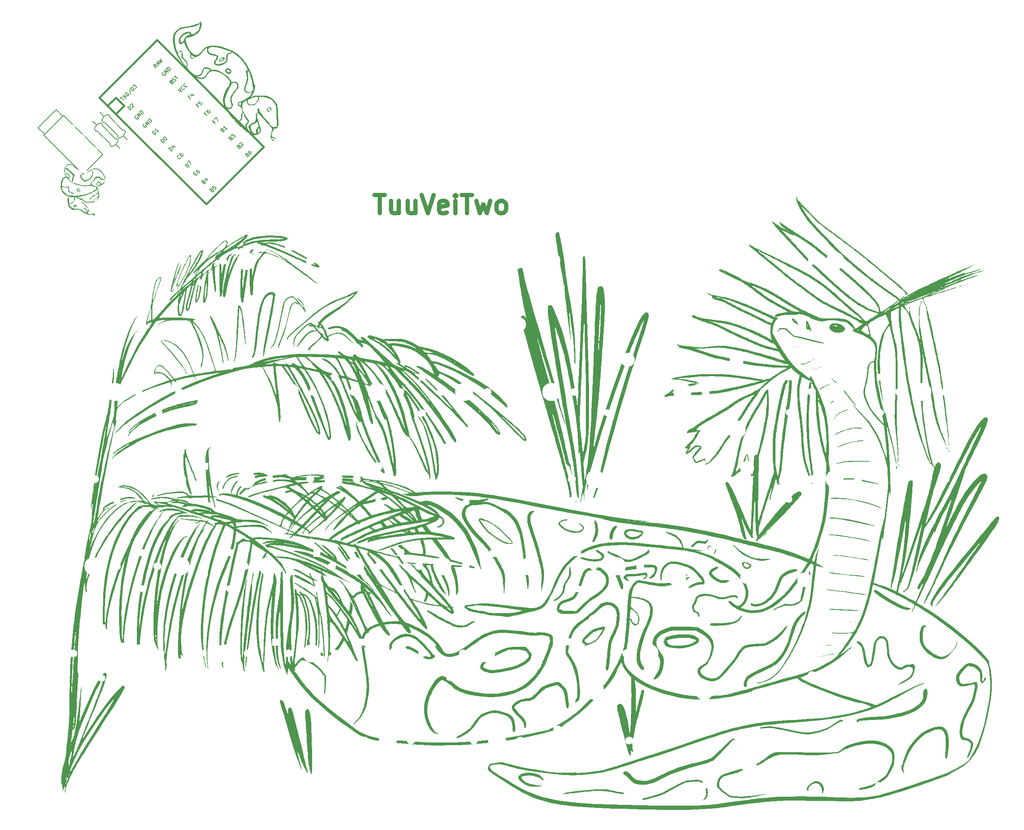
<source format=gto>
G04 #@! TF.GenerationSoftware,KiCad,Pcbnew,7.0.9-1.fc39*
G04 #@! TF.CreationDate,2024-01-02T19:26:34+02:00*
G04 #@! TF.ProjectId,SplitHside5,53706c69-7448-4736-9964-65352e6b6963,rev?*
G04 #@! TF.SameCoordinates,Original*
G04 #@! TF.FileFunction,Legend,Top*
G04 #@! TF.FilePolarity,Positive*
%FSLAX46Y46*%
G04 Gerber Fmt 4.6, Leading zero omitted, Abs format (unit mm)*
G04 Created by KiCad (PCBNEW 7.0.9-1.fc39) date 2024-01-02 19:26:34*
%MOMM*%
%LPD*%
G01*
G04 APERTURE LIST*
G04 Aperture macros list*
%AMHorizOval*
0 Thick line with rounded ends*
0 $1 width*
0 $2 $3 position (X,Y) of the first rounded end (center of the circle)*
0 $4 $5 position (X,Y) of the second rounded end (center of the circle)*
0 Add line between two ends*
20,1,$1,$2,$3,$4,$5,0*
0 Add two circle primitives to create the rounded ends*
1,1,$1,$2,$3*
1,1,$1,$4,$5*%
%AMRotRect*
0 Rectangle, with rotation*
0 The origin of the aperture is its center*
0 $1 length*
0 $2 width*
0 $3 Rotation angle, in degrees counterclockwise*
0 Add horizontal line*
21,1,$1,$2,0,0,$3*%
G04 Aperture macros list end*
%ADD10C,0.900000*%
%ADD11C,0.150000*%
%ADD12C,0.381000*%
%ADD13RotRect,1.752600X1.752600X315.000000*%
%ADD14C,1.752600*%
%ADD15R,1.600000X1.600000*%
%ADD16C,1.600000*%
%ADD17C,1.651000*%
%ADD18C,1.750000*%
%ADD19C,3.987800*%
%ADD20C,0.800000*%
%ADD21HorizOval,1.600000X-0.141421X0.141421X0.141421X-0.141421X0*%
%ADD22C,3.048000*%
%ADD23C,3.200000*%
G04 APERTURE END LIST*
D10*
X122034403Y-18806209D02*
X124320117Y-18806209D01*
X123177260Y-22806209D02*
X123177260Y-18806209D01*
X127367736Y-20139542D02*
X127367736Y-22806209D01*
X125653450Y-20139542D02*
X125653450Y-22234780D01*
X125653450Y-22234780D02*
X125843927Y-22615733D01*
X125843927Y-22615733D02*
X126224879Y-22806209D01*
X126224879Y-22806209D02*
X126796308Y-22806209D01*
X126796308Y-22806209D02*
X127177260Y-22615733D01*
X127177260Y-22615733D02*
X127367736Y-22425256D01*
X130986784Y-20139542D02*
X130986784Y-22806209D01*
X129272498Y-20139542D02*
X129272498Y-22234780D01*
X129272498Y-22234780D02*
X129462975Y-22615733D01*
X129462975Y-22615733D02*
X129843927Y-22806209D01*
X129843927Y-22806209D02*
X130415356Y-22806209D01*
X130415356Y-22806209D02*
X130796308Y-22615733D01*
X130796308Y-22615733D02*
X130986784Y-22425256D01*
X132320118Y-18806209D02*
X133653451Y-22806209D01*
X133653451Y-22806209D02*
X134986785Y-18806209D01*
X137843927Y-22615733D02*
X137462975Y-22806209D01*
X137462975Y-22806209D02*
X136701070Y-22806209D01*
X136701070Y-22806209D02*
X136320117Y-22615733D01*
X136320117Y-22615733D02*
X136129641Y-22234780D01*
X136129641Y-22234780D02*
X136129641Y-20710971D01*
X136129641Y-20710971D02*
X136320117Y-20330018D01*
X136320117Y-20330018D02*
X136701070Y-20139542D01*
X136701070Y-20139542D02*
X137462975Y-20139542D01*
X137462975Y-20139542D02*
X137843927Y-20330018D01*
X137843927Y-20330018D02*
X138034403Y-20710971D01*
X138034403Y-20710971D02*
X138034403Y-21091923D01*
X138034403Y-21091923D02*
X136129641Y-21472875D01*
X139748688Y-22806209D02*
X139748688Y-20139542D01*
X139748688Y-18806209D02*
X139558212Y-18996685D01*
X139558212Y-18996685D02*
X139748688Y-19187161D01*
X139748688Y-19187161D02*
X139939165Y-18996685D01*
X139939165Y-18996685D02*
X139748688Y-18806209D01*
X139748688Y-18806209D02*
X139748688Y-19187161D01*
X141082022Y-18806209D02*
X143367736Y-18806209D01*
X142224879Y-22806209D02*
X142224879Y-18806209D01*
X144320117Y-20139542D02*
X145082022Y-22806209D01*
X145082022Y-22806209D02*
X145843927Y-20901447D01*
X145843927Y-20901447D02*
X146605831Y-22806209D01*
X146605831Y-22806209D02*
X147367736Y-20139542D01*
X149462974Y-22806209D02*
X149082022Y-22615733D01*
X149082022Y-22615733D02*
X148891545Y-22425256D01*
X148891545Y-22425256D02*
X148701069Y-22044304D01*
X148701069Y-22044304D02*
X148701069Y-20901447D01*
X148701069Y-20901447D02*
X148891545Y-20520494D01*
X148891545Y-20520494D02*
X149082022Y-20330018D01*
X149082022Y-20330018D02*
X149462974Y-20139542D01*
X149462974Y-20139542D02*
X150034403Y-20139542D01*
X150034403Y-20139542D02*
X150415355Y-20330018D01*
X150415355Y-20330018D02*
X150605831Y-20520494D01*
X150605831Y-20520494D02*
X150796307Y-20901447D01*
X150796307Y-20901447D02*
X150796307Y-22044304D01*
X150796307Y-22044304D02*
X150605831Y-22425256D01*
X150605831Y-22425256D02*
X150415355Y-22615733D01*
X150415355Y-22615733D02*
X150034403Y-22806209D01*
X150034403Y-22806209D02*
X149462974Y-22806209D01*
D11*
X71787532Y-3353378D02*
X71706720Y-3380315D01*
X71706720Y-3380315D02*
X71625908Y-3461127D01*
X71625908Y-3461127D02*
X71572033Y-3568877D01*
X71572033Y-3568877D02*
X71572033Y-3676627D01*
X71572033Y-3676627D02*
X71598970Y-3757439D01*
X71598970Y-3757439D02*
X71679782Y-3892126D01*
X71679782Y-3892126D02*
X71760595Y-3972938D01*
X71760595Y-3972938D02*
X71895282Y-4053750D01*
X71895282Y-4053750D02*
X71976094Y-4080688D01*
X71976094Y-4080688D02*
X72083843Y-4080688D01*
X72083843Y-4080688D02*
X72191593Y-4026813D01*
X72191593Y-4026813D02*
X72245468Y-3972938D01*
X72245468Y-3972938D02*
X72299343Y-3865188D01*
X72299343Y-3865188D02*
X72299343Y-3811314D01*
X72299343Y-3811314D02*
X72110781Y-3622752D01*
X72110781Y-3622752D02*
X72003031Y-3730501D01*
X72595654Y-3622752D02*
X72029969Y-3057066D01*
X72029969Y-3057066D02*
X72918903Y-3299503D01*
X72918903Y-3299503D02*
X72353217Y-2733818D01*
X73188277Y-3030129D02*
X72622591Y-2464444D01*
X72622591Y-2464444D02*
X72757278Y-2329757D01*
X72757278Y-2329757D02*
X72865028Y-2275882D01*
X72865028Y-2275882D02*
X72972777Y-2275882D01*
X72972777Y-2275882D02*
X73053590Y-2302819D01*
X73053590Y-2302819D02*
X73188277Y-2383632D01*
X73188277Y-2383632D02*
X73269089Y-2464444D01*
X73269089Y-2464444D02*
X73349901Y-2599131D01*
X73349901Y-2599131D02*
X73376838Y-2679943D01*
X73376838Y-2679943D02*
X73376838Y-2787693D01*
X73376838Y-2787693D02*
X73322964Y-2895442D01*
X73322964Y-2895442D02*
X73188277Y-3030129D01*
X84804357Y-15966143D02*
X84912106Y-15912268D01*
X84912106Y-15912268D02*
X84965981Y-15912268D01*
X84965981Y-15912268D02*
X85046793Y-15939206D01*
X85046793Y-15939206D02*
X85127606Y-16020018D01*
X85127606Y-16020018D02*
X85154543Y-16100830D01*
X85154543Y-16100830D02*
X85154543Y-16154705D01*
X85154543Y-16154705D02*
X85127606Y-16235517D01*
X85127606Y-16235517D02*
X84912106Y-16451016D01*
X84912106Y-16451016D02*
X84346421Y-15885331D01*
X84346421Y-15885331D02*
X84534983Y-15696769D01*
X84534983Y-15696769D02*
X84615795Y-15669832D01*
X84615795Y-15669832D02*
X84669670Y-15669832D01*
X84669670Y-15669832D02*
X84750482Y-15696769D01*
X84750482Y-15696769D02*
X84804357Y-15750644D01*
X84804357Y-15750644D02*
X84831294Y-15831456D01*
X84831294Y-15831456D02*
X84831294Y-15885331D01*
X84831294Y-15885331D02*
X84804357Y-15966143D01*
X84804357Y-15966143D02*
X84615795Y-16154705D01*
X85343105Y-15265771D02*
X85720229Y-15642894D01*
X84992919Y-15184959D02*
X85262293Y-15723707D01*
X85262293Y-15723707D02*
X85612479Y-15373520D01*
X79160365Y4073329D02*
X79914613Y3696206D01*
X79914613Y3696206D02*
X79537489Y4450453D01*
X80561110Y4450453D02*
X80561110Y4396578D01*
X80561110Y4396578D02*
X80507235Y4288828D01*
X80507235Y4288828D02*
X80453360Y4234954D01*
X80453360Y4234954D02*
X80345611Y4181079D01*
X80345611Y4181079D02*
X80237861Y4181079D01*
X80237861Y4181079D02*
X80157049Y4208016D01*
X80157049Y4208016D02*
X80022362Y4288828D01*
X80022362Y4288828D02*
X79941550Y4369641D01*
X79941550Y4369641D02*
X79860738Y4504328D01*
X79860738Y4504328D02*
X79833800Y4585140D01*
X79833800Y4585140D02*
X79833800Y4692889D01*
X79833800Y4692889D02*
X79887675Y4800639D01*
X79887675Y4800639D02*
X79941550Y4854514D01*
X79941550Y4854514D02*
X80049299Y4908389D01*
X80049299Y4908389D02*
X80103174Y4908389D01*
X81126795Y5016138D02*
X81126795Y4962263D01*
X81126795Y4962263D02*
X81072921Y4854514D01*
X81072921Y4854514D02*
X81019046Y4800639D01*
X81019046Y4800639D02*
X80911296Y4746764D01*
X80911296Y4746764D02*
X80803547Y4746764D01*
X80803547Y4746764D02*
X80722734Y4773702D01*
X80722734Y4773702D02*
X80588047Y4854514D01*
X80588047Y4854514D02*
X80507235Y4935326D01*
X80507235Y4935326D02*
X80426423Y5070013D01*
X80426423Y5070013D02*
X80399486Y5150825D01*
X80399486Y5150825D02*
X80399486Y5258575D01*
X80399486Y5258575D02*
X80453360Y5366324D01*
X80453360Y5366324D02*
X80507235Y5420199D01*
X80507235Y5420199D02*
X80614985Y5474074D01*
X80614985Y5474074D02*
X80668860Y5474074D01*
X85383579Y-1018511D02*
X85195017Y-1207073D01*
X85491329Y-1503384D02*
X84925643Y-937699D01*
X84925643Y-937699D02*
X85195017Y-668325D01*
X85652953Y-210389D02*
X85545203Y-318139D01*
X85545203Y-318139D02*
X85518266Y-398951D01*
X85518266Y-398951D02*
X85518266Y-452826D01*
X85518266Y-452826D02*
X85545203Y-587513D01*
X85545203Y-587513D02*
X85626015Y-722200D01*
X85626015Y-722200D02*
X85841515Y-937699D01*
X85841515Y-937699D02*
X85922327Y-964636D01*
X85922327Y-964636D02*
X85976202Y-964636D01*
X85976202Y-964636D02*
X86057014Y-937699D01*
X86057014Y-937699D02*
X86164764Y-829949D01*
X86164764Y-829949D02*
X86191701Y-749137D01*
X86191701Y-749137D02*
X86191701Y-695262D01*
X86191701Y-695262D02*
X86164764Y-614450D01*
X86164764Y-614450D02*
X86030076Y-479763D01*
X86030076Y-479763D02*
X85949264Y-452826D01*
X85949264Y-452826D02*
X85895389Y-452826D01*
X85895389Y-452826D02*
X85814577Y-479763D01*
X85814577Y-479763D02*
X85706828Y-587513D01*
X85706828Y-587513D02*
X85679890Y-668325D01*
X85679890Y-668325D02*
X85679890Y-722200D01*
X85679890Y-722200D02*
X85706828Y-803012D01*
X66590353Y2279625D02*
X66913602Y2602874D01*
X67317663Y1875564D02*
X66751977Y2441249D01*
X67048289Y2737561D02*
X67991098Y2548999D01*
X67425412Y3114684D02*
X67613974Y2171875D01*
X67748661Y3437933D02*
X67802536Y3491808D01*
X67802536Y3491808D02*
X67883348Y3518745D01*
X67883348Y3518745D02*
X67937223Y3518745D01*
X67937223Y3518745D02*
X68018035Y3491808D01*
X68018035Y3491808D02*
X68152722Y3410996D01*
X68152722Y3410996D02*
X68287409Y3276309D01*
X68287409Y3276309D02*
X68368221Y3141622D01*
X68368221Y3141622D02*
X68395159Y3060810D01*
X68395159Y3060810D02*
X68395159Y3006935D01*
X68395159Y3006935D02*
X68368221Y2926123D01*
X68368221Y2926123D02*
X68314347Y2872248D01*
X68314347Y2872248D02*
X68233534Y2845310D01*
X68233534Y2845310D02*
X68179660Y2845310D01*
X68179660Y2845310D02*
X68098847Y2872248D01*
X68098847Y2872248D02*
X67964160Y2953060D01*
X67964160Y2953060D02*
X67829473Y3087747D01*
X67829473Y3087747D02*
X67748661Y3222434D01*
X67748661Y3222434D02*
X67721724Y3303246D01*
X67721724Y3303246D02*
X67721724Y3357121D01*
X67721724Y3357121D02*
X67748661Y3437933D01*
X68556783Y4299930D02*
X68799220Y3087747D01*
X69337968Y3895869D02*
X68772282Y4461555D01*
X68772282Y4461555D02*
X68906969Y4596242D01*
X68906969Y4596242D02*
X69014719Y4650116D01*
X69014719Y4650116D02*
X69122469Y4650116D01*
X69122469Y4650116D02*
X69203281Y4623179D01*
X69203281Y4623179D02*
X69337968Y4542367D01*
X69337968Y4542367D02*
X69418780Y4461555D01*
X69418780Y4461555D02*
X69499592Y4326867D01*
X69499592Y4326867D02*
X69526530Y4246055D01*
X69526530Y4246055D02*
X69526530Y4138306D01*
X69526530Y4138306D02*
X69472655Y4030556D01*
X69472655Y4030556D02*
X69337968Y3895869D01*
X69284093Y4973365D02*
X69634279Y5323551D01*
X69634279Y5323551D02*
X69661217Y4919490D01*
X69661217Y4919490D02*
X69742029Y5000303D01*
X69742029Y5000303D02*
X69822841Y5027240D01*
X69822841Y5027240D02*
X69876716Y5027240D01*
X69876716Y5027240D02*
X69957528Y5000303D01*
X69957528Y5000303D02*
X70092215Y4865616D01*
X70092215Y4865616D02*
X70119153Y4784803D01*
X70119153Y4784803D02*
X70119153Y4730929D01*
X70119153Y4730929D02*
X70092215Y4650116D01*
X70092215Y4650116D02*
X69930591Y4488492D01*
X69930591Y4488492D02*
X69849779Y4461555D01*
X69849779Y4461555D02*
X69795904Y4461555D01*
X75931850Y-7470760D02*
X75366165Y-6905075D01*
X75366165Y-6905075D02*
X75500852Y-6770388D01*
X75500852Y-6770388D02*
X75608602Y-6716513D01*
X75608602Y-6716513D02*
X75716351Y-6716513D01*
X75716351Y-6716513D02*
X75797163Y-6743451D01*
X75797163Y-6743451D02*
X75931850Y-6824263D01*
X75931850Y-6824263D02*
X76012663Y-6905075D01*
X76012663Y-6905075D02*
X76093475Y-7039762D01*
X76093475Y-7039762D02*
X76120412Y-7120574D01*
X76120412Y-7120574D02*
X76120412Y-7228324D01*
X76120412Y-7228324D02*
X76066537Y-7336073D01*
X76066537Y-7336073D02*
X75931850Y-7470760D01*
X76039600Y-6231640D02*
X76093475Y-6177765D01*
X76093475Y-6177765D02*
X76174287Y-6150828D01*
X76174287Y-6150828D02*
X76228162Y-6150828D01*
X76228162Y-6150828D02*
X76308974Y-6177765D01*
X76308974Y-6177765D02*
X76443661Y-6258577D01*
X76443661Y-6258577D02*
X76578348Y-6393264D01*
X76578348Y-6393264D02*
X76659160Y-6527951D01*
X76659160Y-6527951D02*
X76686098Y-6608764D01*
X76686098Y-6608764D02*
X76686098Y-6662638D01*
X76686098Y-6662638D02*
X76659160Y-6743451D01*
X76659160Y-6743451D02*
X76605286Y-6797325D01*
X76605286Y-6797325D02*
X76524473Y-6824263D01*
X76524473Y-6824263D02*
X76470598Y-6824263D01*
X76470598Y-6824263D02*
X76389786Y-6797325D01*
X76389786Y-6797325D02*
X76255099Y-6716513D01*
X76255099Y-6716513D02*
X76120412Y-6581826D01*
X76120412Y-6581826D02*
X76039600Y-6447139D01*
X76039600Y-6447139D02*
X76012663Y-6366327D01*
X76012663Y-6366327D02*
X76012663Y-6312452D01*
X76012663Y-6312452D02*
X76039600Y-6231640D01*
X68747645Y-286555D02*
X68181960Y279129D01*
X68181960Y279129D02*
X68316647Y413816D01*
X68316647Y413816D02*
X68424397Y467691D01*
X68424397Y467691D02*
X68532146Y467691D01*
X68532146Y467691D02*
X68612958Y440753D01*
X68612958Y440753D02*
X68747645Y359941D01*
X68747645Y359941D02*
X68828458Y279129D01*
X68828458Y279129D02*
X68909270Y144442D01*
X68909270Y144442D02*
X68936207Y63630D01*
X68936207Y63630D02*
X68936207Y-44119D01*
X68936207Y-44119D02*
X68882332Y-151868D01*
X68882332Y-151868D02*
X68747645Y-286555D01*
X68774583Y764002D02*
X68774583Y817877D01*
X68774583Y817877D02*
X68801520Y898689D01*
X68801520Y898689D02*
X68936207Y1033376D01*
X68936207Y1033376D02*
X69017019Y1060314D01*
X69017019Y1060314D02*
X69070894Y1060314D01*
X69070894Y1060314D02*
X69151706Y1033376D01*
X69151706Y1033376D02*
X69205581Y979501D01*
X69205581Y979501D02*
X69259456Y871752D01*
X69259456Y871752D02*
X69259456Y225254D01*
X69259456Y225254D02*
X69609642Y575440D01*
X92527378Y-8243122D02*
X92635127Y-8189247D01*
X92635127Y-8189247D02*
X92689002Y-8189247D01*
X92689002Y-8189247D02*
X92769814Y-8216185D01*
X92769814Y-8216185D02*
X92850627Y-8296997D01*
X92850627Y-8296997D02*
X92877564Y-8377809D01*
X92877564Y-8377809D02*
X92877564Y-8431684D01*
X92877564Y-8431684D02*
X92850627Y-8512496D01*
X92850627Y-8512496D02*
X92635127Y-8727995D01*
X92635127Y-8727995D02*
X92069442Y-8162310D01*
X92069442Y-8162310D02*
X92258004Y-7973748D01*
X92258004Y-7973748D02*
X92338816Y-7946811D01*
X92338816Y-7946811D02*
X92392691Y-7946811D01*
X92392691Y-7946811D02*
X92473503Y-7973748D01*
X92473503Y-7973748D02*
X92527378Y-8027623D01*
X92527378Y-8027623D02*
X92554315Y-8108435D01*
X92554315Y-8108435D02*
X92554315Y-8162310D01*
X92554315Y-8162310D02*
X92527378Y-8243122D01*
X92527378Y-8243122D02*
X92338816Y-8431684D01*
X92662065Y-7677437D02*
X92662065Y-7623562D01*
X92662065Y-7623562D02*
X92689002Y-7542750D01*
X92689002Y-7542750D02*
X92823689Y-7408063D01*
X92823689Y-7408063D02*
X92904501Y-7381125D01*
X92904501Y-7381125D02*
X92958376Y-7381125D01*
X92958376Y-7381125D02*
X93039188Y-7408063D01*
X93039188Y-7408063D02*
X93093063Y-7461938D01*
X93093063Y-7461938D02*
X93146938Y-7569687D01*
X93146938Y-7569687D02*
X93146938Y-8216185D01*
X93146938Y-8216185D02*
X93497124Y-7865999D01*
X81320004Y-12858913D02*
X80754319Y-12293228D01*
X80754319Y-12293228D02*
X80889006Y-12158541D01*
X80889006Y-12158541D02*
X80996756Y-12104666D01*
X80996756Y-12104666D02*
X81104505Y-12104666D01*
X81104505Y-12104666D02*
X81185317Y-12131604D01*
X81185317Y-12131604D02*
X81320004Y-12212416D01*
X81320004Y-12212416D02*
X81400817Y-12293228D01*
X81400817Y-12293228D02*
X81481629Y-12427915D01*
X81481629Y-12427915D02*
X81508566Y-12508727D01*
X81508566Y-12508727D02*
X81508566Y-12616477D01*
X81508566Y-12616477D02*
X81454691Y-12724226D01*
X81454691Y-12724226D02*
X81320004Y-12858913D01*
X81266130Y-11781417D02*
X81643253Y-11404294D01*
X81643253Y-11404294D02*
X81966502Y-12212416D01*
X86600409Y-17762194D02*
X86708158Y-17708319D01*
X86708158Y-17708319D02*
X86762033Y-17708319D01*
X86762033Y-17708319D02*
X86842845Y-17735257D01*
X86842845Y-17735257D02*
X86923658Y-17816069D01*
X86923658Y-17816069D02*
X86950595Y-17896881D01*
X86950595Y-17896881D02*
X86950595Y-17950756D01*
X86950595Y-17950756D02*
X86923658Y-18031568D01*
X86923658Y-18031568D02*
X86708158Y-18247067D01*
X86708158Y-18247067D02*
X86142473Y-17681382D01*
X86142473Y-17681382D02*
X86331035Y-17492820D01*
X86331035Y-17492820D02*
X86411847Y-17465883D01*
X86411847Y-17465883D02*
X86465722Y-17465883D01*
X86465722Y-17465883D02*
X86546534Y-17492820D01*
X86546534Y-17492820D02*
X86600409Y-17546695D01*
X86600409Y-17546695D02*
X86627346Y-17627507D01*
X86627346Y-17627507D02*
X86627346Y-17681382D01*
X86627346Y-17681382D02*
X86600409Y-17762194D01*
X86600409Y-17762194D02*
X86411847Y-17950756D01*
X86977532Y-16846323D02*
X86708158Y-17115697D01*
X86708158Y-17115697D02*
X86950595Y-17412008D01*
X86950595Y-17412008D02*
X86950595Y-17358133D01*
X86950595Y-17358133D02*
X86977532Y-17277321D01*
X86977532Y-17277321D02*
X87112219Y-17142634D01*
X87112219Y-17142634D02*
X87193032Y-17115697D01*
X87193032Y-17115697D02*
X87246906Y-17115697D01*
X87246906Y-17115697D02*
X87327719Y-17142634D01*
X87327719Y-17142634D02*
X87462406Y-17277321D01*
X87462406Y-17277321D02*
X87489343Y-17358133D01*
X87489343Y-17358133D02*
X87489343Y-17412008D01*
X87489343Y-17412008D02*
X87462406Y-17492820D01*
X87462406Y-17492820D02*
X87327719Y-17627507D01*
X87327719Y-17627507D02*
X87246906Y-17654445D01*
X87246906Y-17654445D02*
X87193032Y-17654445D01*
X88935275Y-4651020D02*
X89043024Y-4597145D01*
X89043024Y-4597145D02*
X89096899Y-4597145D01*
X89096899Y-4597145D02*
X89177711Y-4624083D01*
X89177711Y-4624083D02*
X89258524Y-4704895D01*
X89258524Y-4704895D02*
X89285461Y-4785707D01*
X89285461Y-4785707D02*
X89285461Y-4839582D01*
X89285461Y-4839582D02*
X89258524Y-4920394D01*
X89258524Y-4920394D02*
X89043024Y-5135893D01*
X89043024Y-5135893D02*
X88477339Y-4570208D01*
X88477339Y-4570208D02*
X88665901Y-4381646D01*
X88665901Y-4381646D02*
X88746713Y-4354709D01*
X88746713Y-4354709D02*
X88800588Y-4354709D01*
X88800588Y-4354709D02*
X88881400Y-4381646D01*
X88881400Y-4381646D02*
X88935275Y-4435521D01*
X88935275Y-4435521D02*
X88962212Y-4516333D01*
X88962212Y-4516333D02*
X88962212Y-4570208D01*
X88962212Y-4570208D02*
X88935275Y-4651020D01*
X88935275Y-4651020D02*
X88746713Y-4839582D01*
X89905021Y-4273897D02*
X89581772Y-4597145D01*
X89743397Y-4435521D02*
X89177711Y-3869836D01*
X89177711Y-3869836D02*
X89204649Y-4004523D01*
X89204649Y-4004523D02*
X89204649Y-4112272D01*
X89204649Y-4112272D02*
X89177711Y-4193084D01*
X87179630Y-2814563D02*
X86991068Y-3003125D01*
X87287380Y-3299436D02*
X86721694Y-2733751D01*
X86721694Y-2733751D02*
X86991068Y-2464377D01*
X87152692Y-2302753D02*
X87529816Y-1925629D01*
X87529816Y-1925629D02*
X87853065Y-2733751D01*
X77727901Y-9266811D02*
X77162216Y-8701126D01*
X77162216Y-8701126D02*
X77296903Y-8566439D01*
X77296903Y-8566439D02*
X77404653Y-8512564D01*
X77404653Y-8512564D02*
X77512402Y-8512564D01*
X77512402Y-8512564D02*
X77593214Y-8539502D01*
X77593214Y-8539502D02*
X77727901Y-8620314D01*
X77727901Y-8620314D02*
X77808714Y-8701126D01*
X77808714Y-8701126D02*
X77889526Y-8835813D01*
X77889526Y-8835813D02*
X77916463Y-8916625D01*
X77916463Y-8916625D02*
X77916463Y-9024375D01*
X77916463Y-9024375D02*
X77862588Y-9132124D01*
X77862588Y-9132124D02*
X77727901Y-9266811D01*
X78158900Y-8081566D02*
X78536024Y-8458689D01*
X77808714Y-8000754D02*
X78078088Y-8539502D01*
X78078088Y-8539502D02*
X78428274Y-8189315D01*
X75918450Y7961744D02*
X75837638Y7934807D01*
X75837638Y7934807D02*
X75756826Y7853995D01*
X75756826Y7853995D02*
X75702951Y7746245D01*
X75702951Y7746245D02*
X75702951Y7638495D01*
X75702951Y7638495D02*
X75729888Y7557683D01*
X75729888Y7557683D02*
X75810700Y7422996D01*
X75810700Y7422996D02*
X75891513Y7342184D01*
X75891513Y7342184D02*
X76026200Y7261372D01*
X76026200Y7261372D02*
X76107012Y7234434D01*
X76107012Y7234434D02*
X76214761Y7234434D01*
X76214761Y7234434D02*
X76322511Y7288309D01*
X76322511Y7288309D02*
X76376386Y7342184D01*
X76376386Y7342184D02*
X76430261Y7449934D01*
X76430261Y7449934D02*
X76430261Y7503808D01*
X76430261Y7503808D02*
X76241699Y7692370D01*
X76241699Y7692370D02*
X76133949Y7584621D01*
X76726572Y7692370D02*
X76160887Y8258056D01*
X76160887Y8258056D02*
X77049821Y8015619D01*
X77049821Y8015619D02*
X76484135Y8581304D01*
X77319195Y8284993D02*
X76753509Y8850678D01*
X76753509Y8850678D02*
X76888196Y8985365D01*
X76888196Y8985365D02*
X76995946Y9039240D01*
X76995946Y9039240D02*
X77103695Y9039240D01*
X77103695Y9039240D02*
X77184508Y9012303D01*
X77184508Y9012303D02*
X77319195Y8931490D01*
X77319195Y8931490D02*
X77400007Y8850678D01*
X77400007Y8850678D02*
X77480819Y8715991D01*
X77480819Y8715991D02*
X77507756Y8635179D01*
X77507756Y8635179D02*
X77507756Y8527429D01*
X77507756Y8527429D02*
X77453882Y8419680D01*
X77453882Y8419680D02*
X77319195Y8284993D01*
X74701552Y9259453D02*
X74243616Y9340265D01*
X74378303Y8936204D02*
X73812617Y9501889D01*
X73812617Y9501889D02*
X74028117Y9717389D01*
X74028117Y9717389D02*
X74108929Y9744326D01*
X74108929Y9744326D02*
X74162804Y9744326D01*
X74162804Y9744326D02*
X74243616Y9717389D01*
X74243616Y9717389D02*
X74324428Y9636576D01*
X74324428Y9636576D02*
X74351365Y9555764D01*
X74351365Y9555764D02*
X74351365Y9501889D01*
X74351365Y9501889D02*
X74324428Y9421077D01*
X74324428Y9421077D02*
X74108929Y9205578D01*
X74755426Y9636576D02*
X75024800Y9905950D01*
X74863176Y9421077D02*
X74486052Y10175324D01*
X74486052Y10175324D02*
X75240300Y9798201D01*
X74809301Y10498573D02*
X75509673Y10067575D01*
X75509673Y10067575D02*
X75213362Y10579385D01*
X75213362Y10579385D02*
X75725173Y10283074D01*
X75725173Y10283074D02*
X75294174Y10983446D01*
X74135799Y-5674708D02*
X73570114Y-5109023D01*
X73570114Y-5109023D02*
X73704801Y-4974336D01*
X73704801Y-4974336D02*
X73812551Y-4920461D01*
X73812551Y-4920461D02*
X73920300Y-4920461D01*
X73920300Y-4920461D02*
X74001112Y-4947399D01*
X74001112Y-4947399D02*
X74135799Y-5028211D01*
X74135799Y-5028211D02*
X74216612Y-5109023D01*
X74216612Y-5109023D02*
X74297424Y-5243710D01*
X74297424Y-5243710D02*
X74324361Y-5324522D01*
X74324361Y-5324522D02*
X74324361Y-5432272D01*
X74324361Y-5432272D02*
X74270486Y-5540021D01*
X74270486Y-5540021D02*
X74135799Y-5674708D01*
X74997796Y-4812712D02*
X74674547Y-5135960D01*
X74836172Y-4974336D02*
X74270486Y-4408651D01*
X74270486Y-4408651D02*
X74297424Y-4543338D01*
X74297424Y-4543338D02*
X74297424Y-4651087D01*
X74297424Y-4651087D02*
X74270486Y-4731899D01*
X90731326Y-6447071D02*
X90839075Y-6393196D01*
X90839075Y-6393196D02*
X90892950Y-6393196D01*
X90892950Y-6393196D02*
X90973762Y-6420134D01*
X90973762Y-6420134D02*
X91054575Y-6500946D01*
X91054575Y-6500946D02*
X91081512Y-6581758D01*
X91081512Y-6581758D02*
X91081512Y-6635633D01*
X91081512Y-6635633D02*
X91054575Y-6716445D01*
X91054575Y-6716445D02*
X90839075Y-6931944D01*
X90839075Y-6931944D02*
X90273390Y-6366259D01*
X90273390Y-6366259D02*
X90461952Y-6177697D01*
X90461952Y-6177697D02*
X90542764Y-6150760D01*
X90542764Y-6150760D02*
X90596639Y-6150760D01*
X90596639Y-6150760D02*
X90677451Y-6177697D01*
X90677451Y-6177697D02*
X90731326Y-6231572D01*
X90731326Y-6231572D02*
X90758263Y-6312384D01*
X90758263Y-6312384D02*
X90758263Y-6366259D01*
X90758263Y-6366259D02*
X90731326Y-6447071D01*
X90731326Y-6447071D02*
X90542764Y-6635633D01*
X90785201Y-5854448D02*
X91135387Y-5504262D01*
X91135387Y-5504262D02*
X91162324Y-5908323D01*
X91162324Y-5908323D02*
X91243136Y-5827511D01*
X91243136Y-5827511D02*
X91323949Y-5800574D01*
X91323949Y-5800574D02*
X91377823Y-5800574D01*
X91377823Y-5800574D02*
X91458636Y-5827511D01*
X91458636Y-5827511D02*
X91593323Y-5962198D01*
X91593323Y-5962198D02*
X91620260Y-6043010D01*
X91620260Y-6043010D02*
X91620260Y-6096885D01*
X91620260Y-6096885D02*
X91593323Y-6177697D01*
X91593323Y-6177697D02*
X91431698Y-6339322D01*
X91431698Y-6339322D02*
X91350886Y-6366259D01*
X91350886Y-6366259D02*
X91297011Y-6366259D01*
X78451391Y5921388D02*
X78559141Y5975263D01*
X78559141Y5975263D02*
X78693828Y6109950D01*
X78693828Y6109950D02*
X78720765Y6190762D01*
X78720765Y6190762D02*
X78720765Y6244637D01*
X78720765Y6244637D02*
X78693828Y6325449D01*
X78693828Y6325449D02*
X78639953Y6379324D01*
X78639953Y6379324D02*
X78559141Y6406261D01*
X78559141Y6406261D02*
X78505266Y6406261D01*
X78505266Y6406261D02*
X78424454Y6379324D01*
X78424454Y6379324D02*
X78289767Y6298512D01*
X78289767Y6298512D02*
X78208954Y6271574D01*
X78208954Y6271574D02*
X78155080Y6271574D01*
X78155080Y6271574D02*
X78074267Y6298512D01*
X78074267Y6298512D02*
X78020393Y6352386D01*
X78020393Y6352386D02*
X77993455Y6433199D01*
X77993455Y6433199D02*
X77993455Y6487073D01*
X77993455Y6487073D02*
X78020393Y6567886D01*
X78020393Y6567886D02*
X78155080Y6702573D01*
X78155080Y6702573D02*
X78262829Y6756448D01*
X78397516Y6945009D02*
X78720765Y7268258D01*
X79124826Y6540948D02*
X78559141Y7106634D01*
X81791476Y2573590D02*
X81602914Y2385028D01*
X81899226Y2088717D02*
X81333540Y2654402D01*
X81333540Y2654402D02*
X81602914Y2923776D01*
X82249412Y3193150D02*
X82626535Y2816026D01*
X81899225Y3273962D02*
X82168599Y2735214D01*
X82168599Y2735214D02*
X82518786Y3085400D01*
X94323429Y-10039174D02*
X94431178Y-9985299D01*
X94431178Y-9985299D02*
X94485053Y-9985299D01*
X94485053Y-9985299D02*
X94565865Y-10012237D01*
X94565865Y-10012237D02*
X94646678Y-10093049D01*
X94646678Y-10093049D02*
X94673615Y-10173861D01*
X94673615Y-10173861D02*
X94673615Y-10227736D01*
X94673615Y-10227736D02*
X94646678Y-10308548D01*
X94646678Y-10308548D02*
X94431178Y-10524047D01*
X94431178Y-10524047D02*
X93865493Y-9958362D01*
X93865493Y-9958362D02*
X94054055Y-9769800D01*
X94054055Y-9769800D02*
X94134867Y-9742863D01*
X94134867Y-9742863D02*
X94188742Y-9742863D01*
X94188742Y-9742863D02*
X94269554Y-9769800D01*
X94269554Y-9769800D02*
X94323429Y-9823675D01*
X94323429Y-9823675D02*
X94350366Y-9904487D01*
X94350366Y-9904487D02*
X94350366Y-9958362D01*
X94350366Y-9958362D02*
X94323429Y-10039174D01*
X94323429Y-10039174D02*
X94134867Y-10227736D01*
X94673615Y-9150240D02*
X94565865Y-9257990D01*
X94565865Y-9257990D02*
X94538928Y-9338802D01*
X94538928Y-9338802D02*
X94538928Y-9392677D01*
X94538928Y-9392677D02*
X94565865Y-9527364D01*
X94565865Y-9527364D02*
X94646678Y-9662051D01*
X94646678Y-9662051D02*
X94862177Y-9877550D01*
X94862177Y-9877550D02*
X94942989Y-9904487D01*
X94942989Y-9904487D02*
X94996864Y-9904487D01*
X94996864Y-9904487D02*
X95077676Y-9877550D01*
X95077676Y-9877550D02*
X95185426Y-9769800D01*
X95185426Y-9769800D02*
X95212363Y-9688988D01*
X95212363Y-9688988D02*
X95212363Y-9635113D01*
X95212363Y-9635113D02*
X95185426Y-9554301D01*
X95185426Y-9554301D02*
X95050739Y-9419614D01*
X95050739Y-9419614D02*
X94969926Y-9392677D01*
X94969926Y-9392677D02*
X94916052Y-9392677D01*
X94916052Y-9392677D02*
X94835239Y-9419614D01*
X94835239Y-9419614D02*
X94727490Y-9527364D01*
X94727490Y-9527364D02*
X94700552Y-9608176D01*
X94700552Y-9608176D02*
X94700552Y-9662051D01*
X94700552Y-9662051D02*
X94727490Y-9742863D01*
X79793327Y-10685739D02*
X79793327Y-10739614D01*
X79793327Y-10739614D02*
X79739453Y-10847363D01*
X79739453Y-10847363D02*
X79685578Y-10901238D01*
X79685578Y-10901238D02*
X79577828Y-10955113D01*
X79577828Y-10955113D02*
X79470079Y-10955113D01*
X79470079Y-10955113D02*
X79389266Y-10928175D01*
X79389266Y-10928175D02*
X79254579Y-10847363D01*
X79254579Y-10847363D02*
X79173767Y-10766551D01*
X79173767Y-10766551D02*
X79092955Y-10631864D01*
X79092955Y-10631864D02*
X79066018Y-10551052D01*
X79066018Y-10551052D02*
X79066018Y-10443302D01*
X79066018Y-10443302D02*
X79119892Y-10335553D01*
X79119892Y-10335553D02*
X79173767Y-10281678D01*
X79173767Y-10281678D02*
X79281517Y-10227803D01*
X79281517Y-10227803D02*
X79335392Y-10227803D01*
X79766390Y-9689055D02*
X79658640Y-9796805D01*
X79658640Y-9796805D02*
X79631703Y-9877617D01*
X79631703Y-9877617D02*
X79631703Y-9931492D01*
X79631703Y-9931492D02*
X79658640Y-10066179D01*
X79658640Y-10066179D02*
X79739453Y-10200866D01*
X79739453Y-10200866D02*
X79954952Y-10416365D01*
X79954952Y-10416365D02*
X80035764Y-10443302D01*
X80035764Y-10443302D02*
X80089639Y-10443302D01*
X80089639Y-10443302D02*
X80170451Y-10416365D01*
X80170451Y-10416365D02*
X80278201Y-10308615D01*
X80278201Y-10308615D02*
X80305138Y-10227803D01*
X80305138Y-10227803D02*
X80305138Y-10173928D01*
X80305138Y-10173928D02*
X80278201Y-10093116D01*
X80278201Y-10093116D02*
X80143514Y-9958429D01*
X80143514Y-9958429D02*
X80062701Y-9931492D01*
X80062701Y-9931492D02*
X80008827Y-9931492D01*
X80008827Y-9931492D02*
X79928014Y-9958429D01*
X79928014Y-9958429D02*
X79820265Y-10066179D01*
X79820265Y-10066179D02*
X79793327Y-10146991D01*
X79793327Y-10146991D02*
X79793327Y-10200866D01*
X79793327Y-10200866D02*
X79820265Y-10281678D01*
X82846681Y-14331716D02*
X83035243Y-14143154D01*
X83412367Y-14358653D02*
X83142993Y-14628027D01*
X83142993Y-14628027D02*
X82577307Y-14062342D01*
X82577307Y-14062342D02*
X82846681Y-13792968D01*
X83331555Y-13308094D02*
X83223805Y-13415844D01*
X83223805Y-13415844D02*
X83196868Y-13496656D01*
X83196868Y-13496656D02*
X83196868Y-13550531D01*
X83196868Y-13550531D02*
X83223805Y-13685218D01*
X83223805Y-13685218D02*
X83304617Y-13819905D01*
X83304617Y-13819905D02*
X83520117Y-14035404D01*
X83520117Y-14035404D02*
X83600929Y-14062341D01*
X83600929Y-14062341D02*
X83654804Y-14062341D01*
X83654804Y-14062341D02*
X83735616Y-14035404D01*
X83735616Y-14035404D02*
X83843365Y-13927654D01*
X83843365Y-13927654D02*
X83870303Y-13846842D01*
X83870303Y-13846842D02*
X83870303Y-13792967D01*
X83870303Y-13792967D02*
X83843365Y-13712155D01*
X83843365Y-13712155D02*
X83708678Y-13577468D01*
X83708678Y-13577468D02*
X83627866Y-13550531D01*
X83627866Y-13550531D02*
X83573991Y-13550531D01*
X83573991Y-13550531D02*
X83493179Y-13577468D01*
X83493179Y-13577468D02*
X83385430Y-13685218D01*
X83385430Y-13685218D02*
X83358492Y-13766030D01*
X83358492Y-13766030D02*
X83358492Y-13819905D01*
X83358492Y-13819905D02*
X83385430Y-13900717D01*
X83587528Y777539D02*
X83398966Y588977D01*
X83695278Y292666D02*
X83129592Y858351D01*
X83129592Y858351D02*
X83398966Y1127725D01*
X83883839Y1612598D02*
X83614465Y1343224D01*
X83614465Y1343224D02*
X83856902Y1046913D01*
X83856902Y1046913D02*
X83856902Y1100788D01*
X83856902Y1100788D02*
X83883839Y1181600D01*
X83883839Y1181600D02*
X84018526Y1316287D01*
X84018526Y1316287D02*
X84099338Y1343224D01*
X84099338Y1343224D02*
X84153213Y1343224D01*
X84153213Y1343224D02*
X84234025Y1316287D01*
X84234025Y1316287D02*
X84368713Y1181600D01*
X84368713Y1181600D02*
X84395650Y1100788D01*
X84395650Y1100788D02*
X84395650Y1046913D01*
X84395650Y1046913D02*
X84368713Y966101D01*
X84368713Y966101D02*
X84234025Y831414D01*
X84234025Y831414D02*
X84153213Y804476D01*
X84153213Y804476D02*
X84099338Y804476D01*
X69991481Y-1557327D02*
X69910669Y-1584264D01*
X69910669Y-1584264D02*
X69829857Y-1665076D01*
X69829857Y-1665076D02*
X69775982Y-1772826D01*
X69775982Y-1772826D02*
X69775982Y-1880576D01*
X69775982Y-1880576D02*
X69802919Y-1961388D01*
X69802919Y-1961388D02*
X69883731Y-2096075D01*
X69883731Y-2096075D02*
X69964544Y-2176887D01*
X69964544Y-2176887D02*
X70099231Y-2257699D01*
X70099231Y-2257699D02*
X70180043Y-2284637D01*
X70180043Y-2284637D02*
X70287792Y-2284637D01*
X70287792Y-2284637D02*
X70395542Y-2230762D01*
X70395542Y-2230762D02*
X70449417Y-2176887D01*
X70449417Y-2176887D02*
X70503292Y-2069137D01*
X70503292Y-2069137D02*
X70503292Y-2015263D01*
X70503292Y-2015263D02*
X70314730Y-1826701D01*
X70314730Y-1826701D02*
X70206980Y-1934450D01*
X70799603Y-1826701D02*
X70233918Y-1261015D01*
X70233918Y-1261015D02*
X71122852Y-1503452D01*
X71122852Y-1503452D02*
X70557166Y-937767D01*
X71392226Y-1234078D02*
X70826540Y-668393D01*
X70826540Y-668393D02*
X70961227Y-533706D01*
X70961227Y-533706D02*
X71068977Y-479831D01*
X71068977Y-479831D02*
X71176726Y-479831D01*
X71176726Y-479831D02*
X71257539Y-506768D01*
X71257539Y-506768D02*
X71392226Y-587581D01*
X71392226Y-587581D02*
X71473038Y-668393D01*
X71473038Y-668393D02*
X71553850Y-803080D01*
X71553850Y-803080D02*
X71580787Y-883892D01*
X71580787Y-883892D02*
X71580787Y-991642D01*
X71580787Y-991642D02*
X71526913Y-1099391D01*
X71526913Y-1099391D02*
X71392226Y-1234078D01*
D12*
X74566556Y15024973D02*
X61994197Y2452614D01*
X61994197Y2452614D02*
X63790248Y656563D01*
X76362607Y13228922D02*
X74566556Y15024973D01*
X65586300Y2452614D02*
X63790248Y656563D01*
X65586300Y2452614D02*
X67382351Y656563D01*
X63790248Y656563D02*
X85342863Y-20896052D01*
X67382351Y656563D02*
X65586300Y-1139488D01*
X97915222Y-8323693D02*
X76362607Y13228922D01*
X85342863Y-20896052D02*
X97915222Y-8323693D01*
D11*
X77791619Y6201842D02*
X77438065Y5848288D01*
X77367355Y5918999D01*
X77720908Y6272552D01*
X77791619Y6201842D01*
G36*
X77791619Y6201842D02*
G01*
X77438065Y5848288D01*
X77367355Y5918999D01*
X77720908Y6272552D01*
X77791619Y6201842D01*
G37*
X77933040Y6060420D02*
X77862330Y5989709D01*
X77650197Y6201842D01*
X77720908Y6272552D01*
X77933040Y6060420D01*
G36*
X77933040Y6060420D02*
G01*
X77862330Y5989709D01*
X77650197Y6201842D01*
X77720908Y6272552D01*
X77933040Y6060420D01*
G37*
X78003751Y5424024D02*
X77933040Y5353313D01*
X77367355Y5918999D01*
X77438065Y5989709D01*
X78003751Y5424024D01*
G36*
X78003751Y5424024D02*
G01*
X77933040Y5353313D01*
X77367355Y5918999D01*
X77438065Y5989709D01*
X78003751Y5424024D01*
G37*
X77933040Y5777577D02*
X77862330Y5706867D01*
X77791619Y5777577D01*
X77862330Y5848288D01*
X77933040Y5777577D01*
G36*
X77933040Y5777577D02*
G01*
X77862330Y5706867D01*
X77791619Y5777577D01*
X77862330Y5848288D01*
X77933040Y5777577D01*
G37*
X78286594Y5706867D02*
X78215883Y5636156D01*
X78074462Y5777577D01*
X78145172Y5848288D01*
X78286594Y5706867D01*
G36*
X78286594Y5706867D02*
G01*
X78215883Y5636156D01*
X78074462Y5777577D01*
X78145172Y5848288D01*
X78286594Y5706867D01*
G37*
X49843324Y-5756676D02*
X58399316Y-14312668D01*
X50020101Y-5579899D02*
X48605887Y-4165685D01*
X52565685Y-205887D02*
X48605887Y-4165685D01*
X53979899Y-1620101D02*
X52565685Y-205887D01*
X54156676Y-1443324D02*
X49843324Y-5756676D01*
X54156676Y-1443324D02*
X62712668Y-9999316D01*
X62712668Y-9999316D02*
X58399316Y-14312668D01*
X68077746Y-6777746D02*
X67229218Y-5929218D01*
X67229218Y-5929218D02*
X66522112Y-6353482D01*
X66522112Y-6353482D02*
X66239269Y-6353482D01*
X67653482Y-5222112D02*
X67229218Y-5929218D01*
X66239269Y-6353482D02*
X65956426Y-6070640D01*
X67653482Y-4939269D02*
X67653482Y-5222112D01*
X65956426Y-6070640D02*
X65956426Y-5787797D01*
X67370640Y-4656426D02*
X67653482Y-4939269D01*
X65956426Y-5787797D02*
X63127999Y-2959370D01*
X67087797Y-4656426D02*
X67370640Y-4656426D01*
X63127999Y-2959370D02*
X62845156Y-2959370D01*
X64259370Y-1827999D02*
X67087797Y-4656426D01*
X62845156Y-2959370D02*
X62562314Y-2676527D01*
X64259370Y-1545156D02*
X64259370Y-1827999D01*
X62562314Y-2676527D02*
X62562314Y-2393684D01*
X63976527Y-1262314D02*
X64259370Y-1545156D01*
X62562314Y-2393684D02*
X62986578Y-1686578D01*
X63693684Y-1262314D02*
X63976527Y-1262314D01*
X62986578Y-1686578D02*
X63693684Y-1262314D01*
X62986578Y-1686578D02*
X62138050Y-838050D01*
X60522254Y-2722254D02*
X61370782Y-3570782D01*
X61370782Y-3570782D02*
X62077888Y-3146518D01*
X62077888Y-3146518D02*
X62360731Y-3146518D01*
X60946518Y-4277888D02*
X61370782Y-3570782D01*
X62360731Y-3146518D02*
X62643574Y-3429360D01*
X60946518Y-4560731D02*
X60946518Y-4277888D01*
X62643574Y-3429360D02*
X62643574Y-3712203D01*
X61229360Y-4843574D02*
X60946518Y-4560731D01*
X62643574Y-3712203D02*
X65472001Y-6540630D01*
X61512203Y-4843574D02*
X61229360Y-4843574D01*
X65472001Y-6540630D02*
X65754844Y-6540630D01*
X64340630Y-7672001D02*
X61512203Y-4843574D01*
X65754844Y-6540630D02*
X66037686Y-6823473D01*
X64340630Y-7954844D02*
X64340630Y-7672001D01*
X66037686Y-6823473D02*
X66037686Y-7106316D01*
X64623473Y-8237686D02*
X64340630Y-7954844D01*
X66037686Y-7106316D02*
X65613422Y-7813422D01*
X64906316Y-8237686D02*
X64623473Y-8237686D01*
X65613422Y-7813422D02*
X64906316Y-8237686D01*
X65613422Y-7813422D02*
X66461950Y-8661950D01*
G36*
X61647120Y-19312546D02*
G01*
X61682026Y-19384100D01*
X61585236Y-19402524D01*
X61430355Y-19457277D01*
X61243865Y-19590249D01*
X61078903Y-19754513D01*
X60988603Y-19903139D01*
X60983912Y-19933606D01*
X60928249Y-20063660D01*
X60903786Y-20083596D01*
X60832355Y-20069027D01*
X60823660Y-20026028D01*
X60877317Y-19853237D01*
X61014009Y-19661318D01*
X61197313Y-19481826D01*
X61390809Y-19346320D01*
X61558073Y-19286357D01*
X61647120Y-19312546D01*
G37*
G36*
X58381385Y-20435049D02*
G01*
X58638361Y-20632381D01*
X58949358Y-20953013D01*
X59304243Y-21387598D01*
X59334895Y-21427891D01*
X59489255Y-21645755D01*
X59544680Y-21755409D01*
X59513018Y-21764432D01*
X59406122Y-21680404D01*
X59235840Y-21510904D01*
X59014023Y-21263512D01*
X58938419Y-21174305D01*
X58692030Y-20896246D01*
X58459394Y-20662226D01*
X58272517Y-20503041D01*
X58189551Y-20453842D01*
X57979180Y-20376690D01*
X58188562Y-20370364D01*
X58381385Y-20435049D01*
G37*
G36*
X56932605Y-21070309D02*
G01*
X57032524Y-21149695D01*
X57036500Y-21165300D01*
X57000984Y-21351739D01*
X56849109Y-21480970D01*
X56621431Y-21528300D01*
X56472146Y-21508880D01*
X56363586Y-21423956D01*
X56351956Y-21258683D01*
X56358053Y-21233967D01*
X56498073Y-21233967D01*
X56524979Y-21369429D01*
X56621714Y-21374901D01*
X56623588Y-21374188D01*
X56779367Y-21330855D01*
X56828633Y-21325552D01*
X56870003Y-21275904D01*
X56856606Y-21244119D01*
X56756357Y-21201191D01*
X56722729Y-21214321D01*
X56615416Y-21203738D01*
X56569240Y-21155534D01*
X56516592Y-21110565D01*
X56498374Y-21212719D01*
X56498073Y-21233967D01*
X56358053Y-21233967D01*
X56386068Y-21120401D01*
X56477930Y-21059403D01*
X56676752Y-21045147D01*
X56696064Y-21045111D01*
X56932605Y-21070309D01*
G37*
G36*
X57427253Y-17282782D02*
G01*
X57376711Y-17361140D01*
X57317116Y-17448722D01*
X57375292Y-17444636D01*
X57393758Y-17437761D01*
X57536291Y-17451130D01*
X57695712Y-17541059D01*
X57819548Y-17717305D01*
X57816811Y-17902290D01*
X57713616Y-18056097D01*
X57536079Y-18138812D01*
X57320536Y-18114506D01*
X57149746Y-17975028D01*
X57082400Y-17756874D01*
X57092774Y-17703849D01*
X57217981Y-17703849D01*
X57268487Y-17882514D01*
X57388460Y-18000334D01*
X57530585Y-18034778D01*
X57647547Y-17963313D01*
X57670154Y-17919169D01*
X57663286Y-17761120D01*
X57617765Y-17678791D01*
X57472191Y-17577333D01*
X57322439Y-17568924D01*
X57227455Y-17649871D01*
X57217981Y-17703849D01*
X57092774Y-17703849D01*
X57130164Y-17512738D01*
X57170933Y-17438849D01*
X57291493Y-17295741D01*
X57389892Y-17239117D01*
X57427253Y-17282782D01*
G37*
G36*
X54935452Y-12968815D02*
G01*
X55112589Y-13114383D01*
X55358784Y-13331980D01*
X55651156Y-13601724D01*
X55773498Y-13717469D01*
X56612610Y-14516924D01*
X56435639Y-15056727D01*
X56341616Y-15366929D01*
X56268683Y-15650585D01*
X56234018Y-15836909D01*
X56209368Y-16077287D01*
X56097293Y-15851292D01*
X56028674Y-15659089D01*
X56050614Y-15477724D01*
X56090827Y-15370535D01*
X56180356Y-15098460D01*
X56237068Y-14839513D01*
X56247399Y-14719561D01*
X56226842Y-14612141D01*
X56157427Y-14492363D01*
X56021183Y-14335337D01*
X55800142Y-14116172D01*
X55530559Y-13860928D01*
X55202337Y-13559322D01*
X54967611Y-13361893D01*
X54809613Y-13256530D01*
X54711576Y-13231123D01*
X54678617Y-13245580D01*
X54592253Y-13286261D01*
X54573817Y-13218581D01*
X54632444Y-13058498D01*
X54763926Y-12938020D01*
X54850253Y-12915159D01*
X54935452Y-12968815D01*
G37*
G36*
X60608972Y-13704387D02*
G01*
X60620277Y-13886647D01*
X60609341Y-14133903D01*
X60579768Y-14399894D01*
X60535162Y-14638355D01*
X60480985Y-14799512D01*
X60340666Y-15012865D01*
X60146507Y-15240304D01*
X59936277Y-15444732D01*
X59747742Y-15589054D01*
X59628444Y-15636893D01*
X59479545Y-15676931D01*
X59276585Y-15775104D01*
X59239231Y-15797145D01*
X59025165Y-15912186D01*
X58858104Y-15941390D01*
X58685494Y-15877460D01*
X58454783Y-15713096D01*
X58416389Y-15682870D01*
X58092281Y-15374690D01*
X57884046Y-15064520D01*
X57799114Y-14772821D01*
X57844914Y-14520056D01*
X57946296Y-14388140D01*
X58113728Y-14236617D01*
X58058626Y-14530337D01*
X58070892Y-14878276D01*
X58239686Y-15204548D01*
X58562106Y-15503696D01*
X58584911Y-15519720D01*
X58873498Y-15719711D01*
X59267664Y-15552785D01*
X59532459Y-15438220D01*
X59764159Y-15333922D01*
X59848753Y-15293818D01*
X60056250Y-15120510D01*
X60241270Y-14843962D01*
X60373596Y-14521000D01*
X60423029Y-14213867D01*
X60442161Y-13911276D01*
X60494407Y-13707733D01*
X60571822Y-13633387D01*
X60608972Y-13704387D01*
G37*
G36*
X55814120Y-12183794D02*
G01*
X55815026Y-12183996D01*
X56095383Y-12270130D01*
X56339412Y-12409821D01*
X56607217Y-12638869D01*
X56653373Y-12683360D01*
X56891808Y-12930347D01*
X57006205Y-13078681D01*
X57002612Y-13123293D01*
X56887078Y-13059115D01*
X56665652Y-12881078D01*
X56545448Y-12773797D01*
X56213779Y-12505406D01*
X55907154Y-12349092D01*
X55566560Y-12280492D01*
X55328243Y-12271294D01*
X55047929Y-12346221D01*
X54794988Y-12550433D01*
X54590783Y-12853075D01*
X54456675Y-13223291D01*
X54413565Y-13592390D01*
X54426775Y-13798066D01*
X54478970Y-13986838D01*
X54588993Y-14203092D01*
X54775691Y-14491217D01*
X54826663Y-14565385D01*
X55056815Y-14876106D01*
X55220929Y-15043995D01*
X55322928Y-15070393D01*
X55366738Y-14956642D01*
X55360884Y-14747920D01*
X55264177Y-14501737D01*
X55045987Y-14274151D01*
X54743906Y-14103145D01*
X54710197Y-14090499D01*
X54653450Y-14025555D01*
X54666529Y-13999068D01*
X54765531Y-13996086D01*
X54946674Y-14061369D01*
X55160358Y-14171941D01*
X55356983Y-14304823D01*
X55395111Y-14336592D01*
X55490789Y-14502927D01*
X55533513Y-14741238D01*
X55518431Y-14977555D01*
X55447246Y-15131745D01*
X55397590Y-15271909D01*
X55411441Y-15384552D01*
X55486525Y-15505359D01*
X55635756Y-15677786D01*
X55825434Y-15869946D01*
X56021858Y-16049947D01*
X56191328Y-16185901D01*
X56300142Y-16245919D01*
X56318200Y-16242578D01*
X56411650Y-16241463D01*
X56487349Y-16272421D01*
X56608883Y-16313048D01*
X56856031Y-16378203D01*
X57197430Y-16460191D01*
X57601716Y-16551315D01*
X57788346Y-16591661D01*
X58250198Y-16688422D01*
X58591985Y-16752941D01*
X58849936Y-16788375D01*
X59060279Y-16797883D01*
X59259242Y-16784624D01*
X59483054Y-16751756D01*
X59531091Y-16743604D01*
X59826000Y-16689874D01*
X59996656Y-16641711D01*
X60077015Y-16579164D01*
X60101030Y-16482279D01*
X60102524Y-16407811D01*
X60117283Y-16339024D01*
X60300918Y-16339024D01*
X60321260Y-16494648D01*
X60472693Y-16633750D01*
X60624290Y-16718297D01*
X60824303Y-16829186D01*
X60952539Y-16920154D01*
X60972334Y-16943972D01*
X61058861Y-16983331D01*
X61092523Y-16975728D01*
X61210391Y-16935137D01*
X61433399Y-16860312D01*
X61714445Y-16767051D01*
X61729418Y-16762108D01*
X62047234Y-16641357D01*
X62214478Y-16529617D01*
X62238860Y-16410854D01*
X62128092Y-16269033D01*
X62011777Y-16174963D01*
X61790815Y-16061697D01*
X61635205Y-16092715D01*
X61554325Y-16263689D01*
X61544795Y-16390548D01*
X61520418Y-16593484D01*
X61460885Y-16719480D01*
X61452466Y-16725839D01*
X61400029Y-16717544D01*
X61395726Y-16584907D01*
X61415917Y-16434070D01*
X61504006Y-16097702D01*
X61637637Y-15914847D01*
X61819168Y-15884695D01*
X62050960Y-16006433D01*
X62220526Y-16157413D01*
X62391463Y-16319453D01*
X62515438Y-16420744D01*
X62549048Y-16437855D01*
X62678983Y-16380821D01*
X62857612Y-16239327D01*
X63038378Y-16057786D01*
X63174724Y-15880610D01*
X63212668Y-15804793D01*
X63255240Y-15650546D01*
X63213095Y-15604173D01*
X63104640Y-15617482D01*
X62818237Y-15606980D01*
X62502670Y-15498442D01*
X62229410Y-15318547D01*
X62183620Y-15273700D01*
X61980578Y-15139215D01*
X61726523Y-15079212D01*
X61465111Y-15088407D01*
X61239997Y-15161520D01*
X61094839Y-15293265D01*
X61064038Y-15409182D01*
X61010061Y-15501725D01*
X60868179Y-15667693D01*
X60668469Y-15872062D01*
X60657275Y-15882882D01*
X60412610Y-16143047D01*
X60300918Y-16339024D01*
X60117283Y-16339024D01*
X60143115Y-16218631D01*
X60280571Y-16013540D01*
X60455025Y-15832251D01*
X60673976Y-15596385D01*
X60860275Y-15350852D01*
X60940618Y-15214025D01*
X61093725Y-14991154D01*
X61302881Y-14887922D01*
X61319268Y-14884443D01*
X61713786Y-14837024D01*
X62001912Y-14880450D01*
X62209662Y-15016453D01*
X62434678Y-15229035D01*
X62626109Y-15351747D01*
X62847683Y-15422041D01*
X62926972Y-15438025D01*
X63102905Y-15459167D01*
X63199932Y-15426911D01*
X63221010Y-15319036D01*
X63169096Y-15113322D01*
X63047149Y-14787547D01*
X63021969Y-14724379D01*
X62728756Y-14153945D01*
X62361541Y-13712569D01*
X61929263Y-13407443D01*
X61440858Y-13245762D01*
X61153442Y-13220600D01*
X60708641Y-13281563D01*
X60238188Y-13454589D01*
X59800482Y-13715302D01*
X59625909Y-13858241D01*
X59455238Y-13997471D01*
X59334393Y-14065571D01*
X59305790Y-14064167D01*
X59328536Y-13985319D01*
X59461174Y-13850217D01*
X59674252Y-13681747D01*
X59938315Y-13502799D01*
X60223912Y-13336259D01*
X60280523Y-13306710D01*
X60811614Y-13113812D01*
X61330564Y-13074992D01*
X61823452Y-13184085D01*
X62276359Y-13434927D01*
X62675363Y-13821354D01*
X63006544Y-14337200D01*
X63108941Y-14559242D01*
X63231028Y-14834695D01*
X63338455Y-15049419D01*
X63410424Y-15162282D01*
X63416627Y-15167713D01*
X63452178Y-15280244D01*
X63424570Y-15485769D01*
X63348683Y-15737316D01*
X63239397Y-15987910D01*
X63111594Y-16190580D01*
X63081739Y-16224846D01*
X62713627Y-16518097D01*
X62204551Y-16764129D01*
X61705048Y-16925714D01*
X61405207Y-17008415D01*
X61142413Y-17082289D01*
X60990429Y-17126359D01*
X60854149Y-17151105D01*
X60833153Y-17093935D01*
X60843871Y-17061640D01*
X60840158Y-16960195D01*
X60797292Y-16945303D01*
X60666968Y-16936400D01*
X60444347Y-16906092D01*
X60324022Y-16886356D01*
X59872929Y-16865264D01*
X59442634Y-16919999D01*
X59244559Y-16955449D01*
X59067750Y-16972656D01*
X58879826Y-16968267D01*
X58648409Y-16938927D01*
X58341118Y-16881283D01*
X57925575Y-16791979D01*
X57680868Y-16737489D01*
X57075183Y-16594116D01*
X56600775Y-16459006D01*
X56230255Y-16317944D01*
X55936233Y-16156714D01*
X55691320Y-15961098D01*
X55468126Y-15716881D01*
X55307342Y-15505523D01*
X55112303Y-15245376D01*
X54975165Y-15095809D01*
X54866642Y-15032941D01*
X54757450Y-15032892D01*
X54734070Y-15038048D01*
X54408816Y-15169187D01*
X54168843Y-15394117D01*
X54003658Y-15729950D01*
X53902771Y-16193800D01*
X53876564Y-16436637D01*
X53831444Y-16974825D01*
X54503104Y-17019036D01*
X54908924Y-17048938D01*
X55179442Y-17085250D01*
X55339375Y-17142999D01*
X55413442Y-17237214D01*
X55426360Y-17382923D01*
X55406434Y-17568255D01*
X55395385Y-17893331D01*
X55472611Y-18094877D01*
X55647601Y-18188908D01*
X55781062Y-18200631D01*
X56028541Y-18273094D01*
X56312103Y-18480690D01*
X56480031Y-18653348D01*
X56523437Y-18746463D01*
X56490781Y-18761132D01*
X56352807Y-18706627D01*
X56188288Y-18573656D01*
X56176341Y-18561199D01*
X55919313Y-18391000D01*
X55727403Y-18360884D01*
X55451129Y-18312597D01*
X55287134Y-18160410D01*
X55227152Y-17893334D01*
X55234336Y-17705275D01*
X55271444Y-17319090D01*
X54982725Y-17246995D01*
X54733814Y-17198050D01*
X54415829Y-17152393D01*
X54233281Y-17132671D01*
X53966408Y-17119372D01*
X53815649Y-17154394D01*
X53772383Y-17259983D01*
X53827991Y-17458383D01*
X53973853Y-17771840D01*
X53980466Y-17785127D01*
X54274811Y-18217077D01*
X54696002Y-18609345D01*
X55134701Y-18890883D01*
X55361423Y-18962073D01*
X55709359Y-19012119D01*
X56140876Y-19041038D01*
X56618339Y-19048852D01*
X57104114Y-19035580D01*
X57560567Y-19001243D01*
X57950065Y-18945859D01*
X58179496Y-18889268D01*
X58491362Y-18802073D01*
X58800308Y-18737726D01*
X58940694Y-18719154D01*
X59232875Y-18659387D01*
X59613947Y-18532005D01*
X60038100Y-18356209D01*
X60459525Y-18151197D01*
X60832412Y-17936170D01*
X60874912Y-17908496D01*
X61114755Y-17720624D01*
X61283086Y-17532498D01*
X61361620Y-17372180D01*
X61332070Y-17267734D01*
X61302372Y-17252471D01*
X61220648Y-17183769D01*
X61260796Y-17114231D01*
X61392036Y-17091788D01*
X61404574Y-17093323D01*
X61559112Y-17176515D01*
X61593628Y-17279180D01*
X61631479Y-17440590D01*
X61718908Y-17679917D01*
X61788638Y-17840063D01*
X61914843Y-18225548D01*
X61974141Y-18659396D01*
X61964601Y-19083893D01*
X61884293Y-19441322D01*
X61845121Y-19528735D01*
X61629359Y-19827703D01*
X61321963Y-20120745D01*
X60983475Y-20355627D01*
X60774038Y-20452865D01*
X60546267Y-20503833D01*
X60219993Y-20542340D01*
X59856867Y-20561654D01*
X59768322Y-20562694D01*
X59430043Y-20560658D01*
X59198036Y-20542124D01*
X59018321Y-20491388D01*
X58836919Y-20392745D01*
X58599851Y-20230489D01*
X58581111Y-20217284D01*
X58241583Y-20008497D01*
X57853684Y-19814456D01*
X57553168Y-19695591D01*
X57271496Y-19589569D01*
X57090566Y-19491949D01*
X57037697Y-19421683D01*
X56985859Y-19345251D01*
X56965365Y-19341547D01*
X57177918Y-19341547D01*
X57669405Y-19478354D01*
X58208947Y-19702809D01*
X58630920Y-19989004D01*
X59100947Y-20362847D01*
X59787508Y-20363443D01*
X60175998Y-20348375D01*
X60556739Y-20307837D01*
X60857628Y-20249785D01*
X60883170Y-20242548D01*
X61141054Y-20148501D01*
X61318760Y-20022657D01*
X61478943Y-19815386D01*
X61535408Y-19725911D01*
X61660722Y-19478793D01*
X61762518Y-19199515D01*
X61832414Y-18926490D01*
X61862026Y-18698134D01*
X61842975Y-18552862D01*
X61798285Y-18521136D01*
X61689994Y-18570334D01*
X61516844Y-18694823D01*
X61428251Y-18769062D01*
X61170353Y-18952472D01*
X60864240Y-19113484D01*
X60765021Y-19153249D01*
X60552034Y-19242190D01*
X60401274Y-19352490D01*
X60270216Y-19526586D01*
X60123154Y-19793712D01*
X59980329Y-20050988D01*
X59893979Y-20161107D01*
X59862365Y-20126217D01*
X59862145Y-20115895D01*
X59920059Y-19819603D01*
X60072617Y-19513405D01*
X60288047Y-19236376D01*
X60534576Y-19027588D01*
X60780433Y-18926116D01*
X60832904Y-18922066D01*
X60958594Y-18873830D01*
X61159674Y-18748153D01*
X61374473Y-18586510D01*
X61597436Y-18398546D01*
X61711641Y-18257527D01*
X61732160Y-18108677D01*
X61674065Y-17897223D01*
X61611114Y-17726514D01*
X61538579Y-17532839D01*
X61414615Y-17709823D01*
X61177904Y-17947143D01*
X60804300Y-18193884D01*
X60316106Y-18441075D01*
X59735623Y-18679745D01*
X59085152Y-18900924D01*
X58386995Y-19095639D01*
X57663454Y-19254921D01*
X57498423Y-19285138D01*
X57177918Y-19341547D01*
X56965365Y-19341547D01*
X56859417Y-19322398D01*
X56720832Y-19343295D01*
X56688813Y-19438833D01*
X56704402Y-19542745D01*
X56699907Y-19733236D01*
X56604707Y-19966314D01*
X56485010Y-20163723D01*
X56311441Y-20420171D01*
X56179983Y-20574131D01*
X56047491Y-20658805D01*
X55870821Y-20707397D01*
X55750680Y-20728835D01*
X55553430Y-20772616D01*
X55477715Y-20838314D01*
X55485700Y-20964631D01*
X55492247Y-20993180D01*
X55656851Y-21370423D01*
X55943686Y-21649876D01*
X56344221Y-21826388D01*
X56849926Y-21894813D01*
X56985669Y-21894588D01*
X57458326Y-21919556D01*
X57880100Y-22032312D01*
X58300844Y-22250666D01*
X58629112Y-22481726D01*
X58839798Y-22635434D01*
X59000102Y-22739284D01*
X59063312Y-22767824D01*
X59115000Y-22698205D01*
X59157701Y-22530009D01*
X59158737Y-22523111D01*
X59164266Y-22369197D01*
X59114133Y-22234277D01*
X58985057Y-22085320D01*
X58753759Y-21889292D01*
X58660253Y-21815820D01*
X58514621Y-21684863D01*
X58493076Y-21624593D01*
X58576442Y-21633890D01*
X58745543Y-21711630D01*
X58945093Y-21832487D01*
X59167622Y-21988287D01*
X59283717Y-22108441D01*
X59324440Y-22239615D01*
X59322687Y-22399747D01*
X59318368Y-22590249D01*
X59347647Y-22649252D01*
X59425257Y-22604393D01*
X59429777Y-22600662D01*
X59521118Y-22430847D01*
X59526424Y-22191376D01*
X59513877Y-21972402D01*
X59539963Y-21898741D01*
X59615643Y-21957860D01*
X59670480Y-22026656D01*
X59768880Y-22237235D01*
X59729987Y-22454381D01*
X59582371Y-22672292D01*
X59459508Y-22832993D01*
X59437078Y-22928858D01*
X59504293Y-23010428D01*
X59509316Y-23014624D01*
X59719924Y-23098357D01*
X60008604Y-23097899D01*
X60318824Y-23016027D01*
X60419643Y-22969890D01*
X60715696Y-22877072D01*
X60954757Y-22928476D01*
X61125416Y-23121293D01*
X61137492Y-23146502D01*
X61238419Y-23368770D01*
X61045907Y-23188486D01*
X60872445Y-23046776D01*
X60785338Y-23018845D01*
X60796344Y-23102865D01*
X60861967Y-23217083D01*
X60947159Y-23396250D01*
X60913835Y-23510905D01*
X60911245Y-23513550D01*
X60838516Y-23549456D01*
X60823660Y-23477340D01*
X60768215Y-23332307D01*
X60669318Y-23213867D01*
X60562354Y-23137056D01*
X60436905Y-23112841D01*
X60240384Y-23137642D01*
X60072394Y-23173236D01*
X59806276Y-23225018D01*
X59633751Y-23228335D01*
X59494328Y-23178765D01*
X59405442Y-23124465D01*
X59209903Y-23018004D01*
X59049767Y-22966444D01*
X59047180Y-22966219D01*
X58909962Y-22909619D01*
X58716875Y-22778414D01*
X58624290Y-22702046D01*
X58260782Y-22436129D01*
X57853871Y-22224673D01*
X57441539Y-22080144D01*
X57061768Y-22015010D01*
X56752543Y-22041736D01*
X56686593Y-22066082D01*
X56399203Y-22113877D01*
X56066323Y-22033786D01*
X55723780Y-21836011D01*
X55638908Y-21767730D01*
X55442628Y-21575058D01*
X55313426Y-21368936D01*
X55215382Y-21086309D01*
X55185175Y-20971217D01*
X55105581Y-20565930D01*
X55070081Y-20183475D01*
X55076412Y-19851046D01*
X55122313Y-19595839D01*
X55205520Y-19445049D01*
X55314033Y-19422238D01*
X55366875Y-19501685D01*
X55390718Y-19705631D01*
X55387364Y-20050424D01*
X55386262Y-20077753D01*
X55360272Y-20700528D01*
X55628086Y-20644607D01*
X56028176Y-20500012D01*
X56310121Y-20265500D01*
X56461833Y-19954884D01*
X56482016Y-19669059D01*
X56456783Y-19362461D01*
X55891387Y-19311912D01*
X55350922Y-19217577D01*
X54880831Y-19025162D01*
X54431674Y-18711738D01*
X54250550Y-18550861D01*
X53874094Y-18123467D01*
X53646872Y-17673250D01*
X53557948Y-17172153D01*
X53569400Y-16803086D01*
X53629397Y-16285552D01*
X53700859Y-15895965D01*
X53793470Y-15602028D01*
X53916920Y-15371447D01*
X54048234Y-15206686D01*
X54258283Y-15021224D01*
X54477577Y-14892503D01*
X54557567Y-14866626D01*
X54799790Y-14818181D01*
X54567591Y-14452042D01*
X54337364Y-13990601D01*
X54260288Y-13560013D01*
X54337299Y-13141020D01*
X54569334Y-12714364D01*
X54657753Y-12596531D01*
X54913175Y-12316172D01*
X55157496Y-12165888D01*
X55441037Y-12127742D01*
X55814120Y-12183794D01*
G37*
G36*
X59567126Y-104808092D02*
G01*
X59514429Y-104860790D01*
X59461731Y-104808092D01*
X59514429Y-104755395D01*
X59567126Y-104808092D01*
G37*
G36*
X65890777Y-68025520D02*
G01*
X65838080Y-68078217D01*
X65785383Y-68025520D01*
X65838080Y-67972823D01*
X65890777Y-68025520D01*
G37*
G36*
X74743889Y-47368258D02*
G01*
X74691192Y-47420956D01*
X74638495Y-47368258D01*
X74691192Y-47315561D01*
X74743889Y-47368258D01*
G37*
G36*
X78854263Y-82780707D02*
G01*
X78801565Y-82833404D01*
X78748868Y-82780707D01*
X78801565Y-82728009D01*
X78854263Y-82780707D01*
G37*
G36*
X78959657Y-59910167D02*
G01*
X78906960Y-59962864D01*
X78854263Y-59910167D01*
X78906960Y-59857470D01*
X78959657Y-59910167D01*
G37*
G36*
X78959657Y-83096889D02*
G01*
X78906960Y-83149586D01*
X78854263Y-83096889D01*
X78906960Y-83044192D01*
X78959657Y-83096889D01*
G37*
G36*
X93925632Y-30505188D02*
G01*
X93872935Y-30557885D01*
X93820238Y-30505188D01*
X93872935Y-30452491D01*
X93925632Y-30505188D01*
G37*
G36*
X98036005Y-30926765D02*
G01*
X97983308Y-30979462D01*
X97930611Y-30926765D01*
X97983308Y-30874068D01*
X98036005Y-30926765D01*
G37*
G36*
X99195341Y-91423030D02*
G01*
X99142644Y-91475727D01*
X99089947Y-91423030D01*
X99142644Y-91370333D01*
X99195341Y-91423030D01*
G37*
G36*
X108470030Y-92687761D02*
G01*
X108417333Y-92740458D01*
X108364636Y-92687761D01*
X108417333Y-92635063D01*
X108470030Y-92687761D01*
G37*
G36*
X108470030Y-94268673D02*
G01*
X108417333Y-94321370D01*
X108364636Y-94268673D01*
X108417333Y-94215976D01*
X108470030Y-94268673D01*
G37*
G36*
X122592852Y-61280292D02*
G01*
X122540155Y-61332989D01*
X122487458Y-61280292D01*
X122540155Y-61227595D01*
X122592852Y-61280292D01*
G37*
G36*
X122803640Y-61385686D02*
G01*
X122750943Y-61438383D01*
X122698246Y-61385686D01*
X122750943Y-61332989D01*
X122803640Y-61385686D01*
G37*
G36*
X123014429Y-61491080D02*
G01*
X122961731Y-61543777D01*
X122909034Y-61491080D01*
X122961731Y-61438383D01*
X123014429Y-61491080D01*
G37*
G36*
X123752188Y-51267844D02*
G01*
X123699491Y-51320541D01*
X123646794Y-51267844D01*
X123699491Y-51215146D01*
X123752188Y-51267844D01*
G37*
G36*
X132289117Y-57169918D02*
G01*
X132236420Y-57222615D01*
X132183723Y-57169918D01*
X132236420Y-57117221D01*
X132289117Y-57169918D01*
G37*
G36*
X206697416Y-93847097D02*
G01*
X206644719Y-93899794D01*
X206592022Y-93847097D01*
X206644719Y-93794400D01*
X206697416Y-93847097D01*
G37*
G36*
X208172935Y-149706018D02*
G01*
X208120238Y-149758715D01*
X208067541Y-149706018D01*
X208120238Y-149653321D01*
X208172935Y-149706018D01*
G37*
G36*
X213021068Y-52110997D02*
G01*
X212968370Y-52163694D01*
X212915673Y-52110997D01*
X212968370Y-52058300D01*
X213021068Y-52110997D01*
G37*
G36*
X217553018Y-55062034D02*
G01*
X217500321Y-55114731D01*
X217447624Y-55062034D01*
X217500321Y-55009337D01*
X217553018Y-55062034D01*
G37*
G36*
X218079989Y-54745852D02*
G01*
X218027292Y-54798549D01*
X217974594Y-54745852D01*
X218027292Y-54693155D01*
X218079989Y-54745852D01*
G37*
G36*
X218290777Y-54640458D02*
G01*
X218238080Y-54693155D01*
X218185383Y-54640458D01*
X218238080Y-54587761D01*
X218290777Y-54640458D01*
G37*
G36*
X218396171Y-119563279D02*
G01*
X218343474Y-119615976D01*
X218290777Y-119563279D01*
X218343474Y-119510582D01*
X218396171Y-119563279D01*
G37*
G36*
X218501565Y-54535063D02*
G01*
X218448868Y-54587761D01*
X218396171Y-54535063D01*
X218448868Y-54482366D01*
X218501565Y-54535063D01*
G37*
G36*
X218606960Y-119668673D02*
G01*
X218554263Y-119721370D01*
X218501565Y-119668673D01*
X218554263Y-119615976D01*
X218606960Y-119668673D01*
G37*
G36*
X218817748Y-54535063D02*
G01*
X218765051Y-54587761D01*
X218712354Y-54535063D01*
X218765051Y-54482366D01*
X218817748Y-54535063D01*
G37*
G36*
X221452603Y-97430499D02*
G01*
X221399906Y-97483196D01*
X221347209Y-97430499D01*
X221399906Y-97377802D01*
X221452603Y-97430499D01*
G37*
G36*
X230621897Y-94690250D02*
G01*
X230569200Y-94742947D01*
X230516503Y-94690250D01*
X230569200Y-94637553D01*
X230621897Y-94690250D01*
G37*
G36*
X231781233Y-91317636D02*
G01*
X231728536Y-91370333D01*
X231675839Y-91317636D01*
X231728536Y-91264939D01*
X231781233Y-91317636D01*
G37*
G36*
X237156337Y-77405603D02*
G01*
X237103640Y-77458300D01*
X237050943Y-77405603D01*
X237103640Y-77352906D01*
X237156337Y-77405603D01*
G37*
G36*
X244323142Y-109129254D02*
G01*
X244270445Y-109181951D01*
X244217748Y-109129254D01*
X244270445Y-109076557D01*
X244323142Y-109129254D01*
G37*
G36*
X249382063Y-39042117D02*
G01*
X249329366Y-39094814D01*
X249276669Y-39042117D01*
X249329366Y-38989420D01*
X249382063Y-39042117D01*
G37*
G36*
X249592852Y-38936723D02*
G01*
X249540155Y-38989420D01*
X249487458Y-38936723D01*
X249540155Y-38884026D01*
X249592852Y-38936723D01*
G37*
G36*
X250436005Y-38725935D02*
G01*
X250383308Y-38778632D01*
X250330611Y-38725935D01*
X250383308Y-38673238D01*
X250436005Y-38725935D01*
G37*
G36*
X251068370Y-38515146D02*
G01*
X251015673Y-38567844D01*
X250962976Y-38515146D01*
X251015673Y-38462449D01*
X251068370Y-38515146D01*
G37*
G36*
X251279159Y-38409752D02*
G01*
X251226462Y-38462449D01*
X251173765Y-38409752D01*
X251226462Y-38357055D01*
X251279159Y-38409752D01*
G37*
G36*
X251489947Y-38409752D02*
G01*
X251437250Y-38462449D01*
X251384553Y-38409752D01*
X251437250Y-38357055D01*
X251489947Y-38409752D01*
G37*
G36*
X251700736Y-38304358D02*
G01*
X251648038Y-38357055D01*
X251595341Y-38304358D01*
X251648038Y-38251661D01*
X251700736Y-38304358D01*
G37*
G36*
X255178744Y-34931744D02*
G01*
X255126047Y-34984441D01*
X255073350Y-34931744D01*
X255126047Y-34879047D01*
X255178744Y-34931744D01*
G37*
G36*
X79873073Y-88665216D02*
G01*
X79858606Y-88727872D01*
X79802810Y-88735478D01*
X79716059Y-88696916D01*
X79732547Y-88665216D01*
X79857626Y-88652602D01*
X79873073Y-88665216D01*
G37*
G36*
X85353571Y-91194676D02*
G01*
X85366185Y-91319754D01*
X85353571Y-91335202D01*
X85290914Y-91320734D01*
X85283308Y-91264939D01*
X85321870Y-91178188D01*
X85353571Y-91194676D01*
G37*
G36*
X140165137Y-109223670D02*
G01*
X140133705Y-109271573D01*
X140026807Y-109279025D01*
X139914348Y-109253286D01*
X139963132Y-109215349D01*
X140127850Y-109202785D01*
X140165137Y-109223670D01*
G37*
G36*
X166928675Y-144945713D02*
G01*
X166914207Y-145008370D01*
X166858412Y-145015976D01*
X166771661Y-144977414D01*
X166788149Y-144945713D01*
X166913227Y-144933100D01*
X166928675Y-144945713D01*
G37*
G36*
X213785175Y-52093894D02*
G01*
X213798415Y-52132362D01*
X213653433Y-52147053D01*
X213503812Y-52130490D01*
X213521690Y-52093894D01*
X213737468Y-52079973D01*
X213785175Y-52093894D01*
G37*
G36*
X217840656Y-57053545D02*
G01*
X217809223Y-57101448D01*
X217702326Y-57108901D01*
X217589867Y-57083161D01*
X217638651Y-57045225D01*
X217803369Y-57032660D01*
X217840656Y-57053545D01*
G37*
G36*
X218150251Y-56941564D02*
G01*
X218135784Y-57004221D01*
X218079989Y-57011827D01*
X217993237Y-56973265D01*
X218009726Y-56941564D01*
X218134804Y-56928950D01*
X218150251Y-56941564D01*
G37*
G36*
X219843146Y-56421180D02*
G01*
X219811713Y-56469083D01*
X219704816Y-56476535D01*
X219592357Y-56450796D01*
X219641140Y-56412860D01*
X219805859Y-56400295D01*
X219843146Y-56421180D01*
G37*
G36*
X222998384Y-74120817D02*
G01*
X223010998Y-74245895D01*
X222998384Y-74261343D01*
X222935728Y-74246875D01*
X222928121Y-74191080D01*
X222966684Y-74104329D01*
X222998384Y-74120817D01*
G37*
G36*
X223103778Y-119018743D02*
G01*
X223089311Y-119081399D01*
X223033516Y-119089005D01*
X222946764Y-119050443D01*
X222963253Y-119018743D01*
X223088331Y-119006129D01*
X223103778Y-119018743D01*
G37*
G36*
X224691278Y-116917446D02*
G01*
X224659846Y-116965349D01*
X224552949Y-116972801D01*
X224440489Y-116947062D01*
X224489273Y-116909125D01*
X224653991Y-116896561D01*
X224691278Y-116917446D01*
G37*
G36*
X227220739Y-112174707D02*
G01*
X227189306Y-112222610D01*
X227082409Y-112230062D01*
X226969950Y-112204323D01*
X227018733Y-112166387D01*
X227183452Y-112153822D01*
X227220739Y-112174707D01*
G37*
G36*
X233223354Y-64369659D02*
G01*
X233235919Y-64534377D01*
X233215034Y-64571664D01*
X233167131Y-64540232D01*
X233159679Y-64433335D01*
X233185418Y-64320875D01*
X233223354Y-64369659D01*
G37*
G36*
X233328748Y-64791236D02*
G01*
X233341313Y-64955954D01*
X233320428Y-64993241D01*
X233272525Y-64961809D01*
X233265073Y-64854911D01*
X233290812Y-64742452D01*
X233328748Y-64791236D01*
G37*
G36*
X233432409Y-65267705D02*
G01*
X233445023Y-65392783D01*
X233432409Y-65408231D01*
X233369752Y-65393763D01*
X233362146Y-65337968D01*
X233400708Y-65251217D01*
X233432409Y-65267705D01*
G37*
G36*
X233537803Y-66005465D02*
G01*
X233550417Y-66130543D01*
X233537803Y-66145990D01*
X233475147Y-66131523D01*
X233467541Y-66075727D01*
X233506103Y-65988976D01*
X233537803Y-66005465D01*
G37*
G36*
X247133654Y-39129946D02*
G01*
X247119187Y-39192603D01*
X247063391Y-39200209D01*
X246976640Y-39161647D01*
X246993128Y-39129946D01*
X247118207Y-39117332D01*
X247133654Y-39129946D01*
G37*
G36*
X250829038Y-38609562D02*
G01*
X250797605Y-38657465D01*
X250690708Y-38664917D01*
X250578249Y-38639178D01*
X250627032Y-38601241D01*
X250791751Y-38588677D01*
X250829038Y-38609562D01*
G37*
G36*
X253141123Y-34071025D02*
G01*
X253153736Y-34196103D01*
X253141123Y-34211550D01*
X253078466Y-34197083D01*
X253070860Y-34141287D01*
X253109422Y-34054536D01*
X253141123Y-34071025D01*
G37*
G36*
X254939411Y-35026160D02*
G01*
X254907979Y-35074062D01*
X254801081Y-35081515D01*
X254688622Y-35055775D01*
X254737406Y-35017839D01*
X254902124Y-35005274D01*
X254939411Y-35026160D01*
G37*
G36*
X166089800Y-85759321D02*
G01*
X166106768Y-86033940D01*
X166087673Y-86180898D01*
X166059184Y-86205535D01*
X166043198Y-86054183D01*
X166041837Y-85942532D01*
X166052214Y-85738428D01*
X166076018Y-85707462D01*
X166089800Y-85759321D01*
G37*
G36*
X214628329Y-51983920D02*
G01*
X214678274Y-52009983D01*
X214545858Y-52026520D01*
X214391192Y-52029594D01*
X214163241Y-52021372D01*
X214100665Y-52000352D01*
X214154055Y-51983920D01*
X214461172Y-51966483D01*
X214628329Y-51983920D01*
G37*
G36*
X217836134Y-54866628D02*
G01*
X217816503Y-54903943D01*
X217717199Y-55004595D01*
X217698669Y-55009337D01*
X217691478Y-54941258D01*
X217711109Y-54903943D01*
X217810413Y-54803291D01*
X217828943Y-54798549D01*
X217836134Y-54866628D01*
G37*
G36*
X218754983Y-56771102D02*
G01*
X218712354Y-56801039D01*
X218487364Y-56888425D01*
X218396171Y-56897411D01*
X218333145Y-56867318D01*
X218448868Y-56801039D01*
X218672318Y-56722003D01*
X218787607Y-56712024D01*
X218754983Y-56771102D01*
G37*
G36*
X219267679Y-119757633D02*
G01*
X219271183Y-119792232D01*
X219106193Y-119806363D01*
X219081233Y-119806218D01*
X218917772Y-119791021D01*
X218933375Y-119758943D01*
X218951497Y-119753727D01*
X219181078Y-119738298D01*
X219267679Y-119757633D01*
G37*
G36*
X219407745Y-56523970D02*
G01*
X219292022Y-56590250D01*
X219068572Y-56669286D01*
X218953283Y-56679265D01*
X218985907Y-56620187D01*
X219028536Y-56590250D01*
X219253526Y-56502864D01*
X219344719Y-56493877D01*
X219407745Y-56523970D01*
G37*
G36*
X222797608Y-117119496D02*
G01*
X222822244Y-117147984D01*
X222670892Y-117163970D01*
X222559242Y-117165331D01*
X222355137Y-117154954D01*
X222324171Y-117131150D01*
X222376031Y-117117369D01*
X222650649Y-117100400D01*
X222797608Y-117119496D01*
G37*
G36*
X223799629Y-117017384D02*
G01*
X223803133Y-117051983D01*
X223638143Y-117066114D01*
X223613184Y-117065969D01*
X223449722Y-117050772D01*
X223465326Y-117018694D01*
X223483447Y-117013479D01*
X223713028Y-116998049D01*
X223799629Y-117017384D01*
G37*
G36*
X226116296Y-112269397D02*
G01*
X226166241Y-112295461D01*
X226033825Y-112311997D01*
X225879159Y-112315072D01*
X225651207Y-112306850D01*
X225588631Y-112285829D01*
X225642022Y-112269397D01*
X225949139Y-112251960D01*
X226116296Y-112269397D01*
G37*
G36*
X247329558Y-74751126D02*
G01*
X247405922Y-74810002D01*
X247569776Y-74963836D01*
X247569064Y-75032503D01*
X247550570Y-75034234D01*
X247462593Y-74962210D01*
X247366130Y-74849794D01*
X247274980Y-74724955D01*
X247329558Y-74751126D01*
G37*
G36*
X250225217Y-38780961D02*
G01*
X250135338Y-38857064D01*
X249961731Y-38909821D01*
X249765704Y-38921111D01*
X249698246Y-38881697D01*
X249788125Y-38805594D01*
X249961731Y-38752837D01*
X250157759Y-38741547D01*
X250225217Y-38780961D01*
G37*
G36*
X239039346Y-43296568D02*
G01*
X239046025Y-43442325D01*
X239018399Y-43652475D01*
X238948038Y-43732159D01*
X238851402Y-43672249D01*
X238850052Y-43653113D01*
X238893896Y-43500914D01*
X238948038Y-43363279D01*
X239012749Y-43238345D01*
X239039346Y-43296568D01*
G37*
G36*
X224798868Y-112372395D02*
G01*
X224891567Y-112391246D01*
X224795482Y-112405592D01*
X224532609Y-112413132D01*
X224403640Y-112413737D01*
X224086966Y-112409160D01*
X223929290Y-112396961D01*
X223952608Y-112379443D01*
X224008412Y-112372395D01*
X224404160Y-112355341D01*
X224798868Y-112372395D01*
G37*
G36*
X236102395Y-78037968D02*
G01*
X236178938Y-78180748D01*
X236207790Y-78406848D01*
X236174661Y-78647916D01*
X236102395Y-78775727D01*
X236033478Y-78727971D01*
X235999131Y-78504484D01*
X235997001Y-78406848D01*
X236018941Y-78136604D01*
X236078366Y-78031886D01*
X236102395Y-78037968D01*
G37*
G36*
X247162654Y-73964576D02*
G01*
X247237241Y-74171202D01*
X247268394Y-74401166D01*
X247253610Y-74516274D01*
X247201949Y-74508953D01*
X247122783Y-74340811D01*
X247095093Y-74257312D01*
X247041941Y-74014113D01*
X247055005Y-73882536D01*
X247071248Y-73874897D01*
X247162654Y-73964576D01*
G37*
G36*
X247642645Y-74352479D02*
G01*
X247695246Y-74430905D01*
X247770718Y-74674897D01*
X247770986Y-74905179D01*
X247736439Y-75061475D01*
X247712807Y-75009724D01*
X247710109Y-74981536D01*
X247672986Y-74708044D01*
X247634369Y-74507263D01*
X247604275Y-74336491D01*
X247642645Y-74352479D01*
G37*
G36*
X236509530Y-77681207D02*
G01*
X236511746Y-77727055D01*
X236559893Y-77998746D01*
X236650445Y-78174980D01*
X236722324Y-78279806D01*
X236652453Y-78301453D01*
X236535546Y-78212003D01*
X236463950Y-78046304D01*
X236432722Y-77766745D01*
X236449716Y-77598379D01*
X236486453Y-77541454D01*
X236509530Y-77681207D01*
G37*
G36*
X207868731Y-92424275D02*
G01*
X207593850Y-92803235D01*
X207279741Y-93193909D01*
X207169445Y-93320126D01*
X206959336Y-93548479D01*
X206871728Y-93626150D01*
X206889951Y-93560771D01*
X206968753Y-93412011D01*
X207133206Y-93165039D01*
X207388261Y-92838907D01*
X207668039Y-92516161D01*
X208186807Y-91950001D01*
X207868731Y-92424275D01*
G37*
G36*
X74006130Y-84198340D02*
G01*
X73929045Y-84338406D01*
X73890118Y-84368182D01*
X73823458Y-84515930D01*
X73834786Y-84743281D01*
X73872766Y-84976686D01*
X73842030Y-85031437D01*
X73724399Y-84933523D01*
X73711026Y-84920209D01*
X73591673Y-84678139D01*
X73670170Y-84417536D01*
X73795341Y-84280680D01*
X73948042Y-84180593D01*
X74006130Y-84198340D01*
G37*
G36*
X221892316Y-117198170D02*
G01*
X221976285Y-117222497D01*
X221970791Y-117230886D01*
X221851930Y-117256873D01*
X221577951Y-117289890D01*
X221204093Y-117323465D01*
X221136420Y-117328626D01*
X220770529Y-117352237D01*
X220604830Y-117352756D01*
X220629901Y-117329344D01*
X220767541Y-117295724D01*
X221049351Y-117248450D01*
X221369990Y-117214318D01*
X221670598Y-117196501D01*
X221892316Y-117198170D01*
G37*
G36*
X217307714Y-55190647D02*
G01*
X217146540Y-55311582D01*
X216821569Y-55520661D01*
X216722426Y-55581374D01*
X216268301Y-55822150D01*
X215880795Y-55928527D01*
X215477352Y-55915032D01*
X215181648Y-55852491D01*
X215052325Y-55809105D01*
X215090077Y-55781552D01*
X215311665Y-55765507D01*
X215542006Y-55759566D01*
X216012567Y-55724909D01*
X216395171Y-55620201D01*
X216780388Y-55430013D01*
X217127445Y-55242532D01*
X217302285Y-55165187D01*
X217307714Y-55190647D01*
G37*
G36*
X221652970Y-60133494D02*
G01*
X221410340Y-60264632D01*
X220974755Y-60480375D01*
X220757636Y-60584673D01*
X220308069Y-60813732D01*
X219917978Y-61039214D01*
X219635196Y-61231887D01*
X219519254Y-61341495D01*
X219393100Y-61488780D01*
X219345741Y-61450850D01*
X219344719Y-61425471D01*
X219399262Y-61249181D01*
X219577775Y-61066387D01*
X219902584Y-60861628D01*
X220396015Y-60619442D01*
X220707190Y-60481962D01*
X221229755Y-60261194D01*
X221562015Y-60130426D01*
X221703308Y-60088309D01*
X221652970Y-60133494D01*
G37*
G36*
X222754838Y-119124175D02*
G01*
X222625760Y-119173525D01*
X222559242Y-119195886D01*
X222304150Y-119264344D01*
X221911536Y-119350935D01*
X221435411Y-119445822D01*
X220929786Y-119539167D01*
X220448672Y-119621132D01*
X220046080Y-119681880D01*
X219776021Y-119711572D01*
X219721515Y-119712759D01*
X219732747Y-119691563D01*
X219920255Y-119639819D01*
X220252984Y-119564989D01*
X220699874Y-119474532D01*
X220767541Y-119461476D01*
X221303879Y-119359945D01*
X221805772Y-119267391D01*
X222213946Y-119194600D01*
X222453848Y-119154645D01*
X222701843Y-119119567D01*
X222754838Y-119124175D01*
G37*
G36*
X174975034Y-91213772D02*
G01*
X175026210Y-91351351D01*
X174950765Y-91539686D01*
X174829950Y-91711127D01*
X174487819Y-92252029D01*
X174247043Y-92821932D01*
X174136764Y-93348417D01*
X174132926Y-93443248D01*
X174107843Y-93856654D01*
X174026374Y-94098268D01*
X173871106Y-94203453D01*
X173752463Y-94215976D01*
X173536119Y-94146919D01*
X173434256Y-93945017D01*
X173402012Y-93492745D01*
X173482836Y-92949779D01*
X173654464Y-92387034D01*
X173894632Y-91875425D01*
X174181077Y-91485866D01*
X174217305Y-91450871D01*
X174552775Y-91192889D01*
X174805084Y-91119597D01*
X174975034Y-91213772D01*
G37*
G36*
X224363001Y-63048919D02*
G01*
X224298028Y-63104335D01*
X224077117Y-63200841D01*
X223746149Y-63318700D01*
X223703822Y-63332499D01*
X223145270Y-63525653D01*
X222728885Y-63706413D01*
X222390939Y-63907558D01*
X222067709Y-64161862D01*
X222033693Y-64191521D01*
X221818880Y-64362273D01*
X221685256Y-64434116D01*
X221663391Y-64421013D01*
X221744641Y-64268982D01*
X221954530Y-64050142D01*
X222242266Y-63808301D01*
X222557055Y-63587268D01*
X222770030Y-63466542D01*
X223077147Y-63337673D01*
X223445279Y-63214773D01*
X223815717Y-63113232D01*
X224129753Y-63048442D01*
X224328678Y-63035796D01*
X224363001Y-63048919D01*
G37*
G36*
X170255131Y-89989262D02*
G01*
X170398666Y-90114573D01*
X170595929Y-90411642D01*
X170766082Y-90909407D01*
X170818354Y-91126038D01*
X170933838Y-92078072D01*
X170846106Y-92978195D01*
X170555795Y-93822658D01*
X170278024Y-94311078D01*
X170026290Y-94624578D01*
X169819396Y-94739657D01*
X169662082Y-94653849D01*
X169651144Y-94637207D01*
X169662766Y-94497338D01*
X169754143Y-94226834D01*
X169906123Y-93881203D01*
X169926233Y-93839934D01*
X170217541Y-93019160D01*
X170331310Y-92128498D01*
X170263066Y-91218400D01*
X170188840Y-90879345D01*
X170109816Y-90512125D01*
X170074482Y-90209240D01*
X170086016Y-90056822D01*
X170150558Y-89954906D01*
X170255131Y-89989262D01*
G37*
G36*
X225444105Y-65767053D02*
G01*
X225521758Y-65792911D01*
X225398351Y-65858814D01*
X225088702Y-65959122D01*
X224518522Y-66164636D01*
X223964943Y-66433817D01*
X223463011Y-66741896D01*
X223047768Y-67064105D01*
X222754261Y-67375676D01*
X222617532Y-67651839D01*
X222611939Y-67709641D01*
X222554934Y-67849701D01*
X222506545Y-67867429D01*
X222406378Y-67807049D01*
X222404083Y-67788383D01*
X222472875Y-67640247D01*
X222641843Y-67399660D01*
X222864043Y-67125127D01*
X223092533Y-66875154D01*
X223256958Y-66725436D01*
X223667314Y-66451744D01*
X224149253Y-66192803D01*
X224642896Y-65974852D01*
X225088365Y-65824130D01*
X225425779Y-65766875D01*
X225444105Y-65767053D01*
G37*
G36*
X188859805Y-101516460D02*
G01*
X189519362Y-101601995D01*
X190071786Y-101759373D01*
X190358264Y-101903070D01*
X190468026Y-102018563D01*
X190413072Y-102086241D01*
X190237037Y-102090259D01*
X190014763Y-102027810D01*
X189670353Y-101937914D01*
X189186920Y-101872251D01*
X188635190Y-101834142D01*
X188085888Y-101826911D01*
X187609741Y-101853882D01*
X187331233Y-101901714D01*
X187007647Y-102040112D01*
X186884411Y-102230699D01*
X186960151Y-102481940D01*
X187191384Y-102761013D01*
X187378741Y-102955348D01*
X187424779Y-103043834D01*
X187338818Y-103068065D01*
X187260415Y-103069088D01*
X186999874Y-102992152D01*
X186861699Y-102884648D01*
X186595715Y-102493744D01*
X186530409Y-102167326D01*
X186665778Y-101905401D01*
X187001819Y-101707971D01*
X187538527Y-101575041D01*
X188150381Y-101512888D01*
X188859805Y-101516460D01*
G37*
G36*
X195009194Y-94063490D02*
G01*
X194995159Y-94196171D01*
X194914951Y-94402510D01*
X194775288Y-94642958D01*
X194719714Y-94719890D01*
X194440767Y-95085608D01*
X193556111Y-95013828D01*
X192671455Y-94942047D01*
X192148288Y-95326087D01*
X191882356Y-95538199D01*
X191711766Y-95707439D01*
X191673645Y-95788639D01*
X191664665Y-95863098D01*
X191542235Y-95859943D01*
X191382318Y-95794046D01*
X191283327Y-95712217D01*
X191238826Y-95603782D01*
X191299882Y-95467722D01*
X191490906Y-95265665D01*
X191670756Y-95103214D01*
X192095847Y-94754998D01*
X192448460Y-94546081D01*
X192793039Y-94455504D01*
X193194030Y-94462304D01*
X193503800Y-94507010D01*
X193984500Y-94565935D01*
X194325934Y-94537612D01*
X194586783Y-94407250D01*
X194811878Y-94177292D01*
X194950340Y-94044014D01*
X195009194Y-94063490D01*
G37*
G36*
X93305055Y-80053331D02*
G01*
X93272524Y-80149029D01*
X93152764Y-80195560D01*
X92873291Y-80277223D01*
X92479674Y-80381273D01*
X92146393Y-80464052D01*
X91436541Y-80652944D01*
X90892351Y-80842119D01*
X90469644Y-81051835D01*
X90124241Y-81302350D01*
X89940863Y-81475407D01*
X89650891Y-81832450D01*
X89403203Y-82245163D01*
X89235180Y-82642334D01*
X89182893Y-82919376D01*
X89128897Y-83110119D01*
X89011619Y-83133733D01*
X88904344Y-82990244D01*
X88913706Y-82773325D01*
X89036098Y-82446880D01*
X89244845Y-82059225D01*
X89513271Y-81658675D01*
X89814700Y-81293547D01*
X89876924Y-81228694D01*
X90231851Y-80915368D01*
X90632047Y-80664622D01*
X91121640Y-80456768D01*
X91744757Y-80272117D01*
X92321389Y-80138061D01*
X92819762Y-80045910D01*
X93151503Y-80017711D01*
X93305055Y-80053331D01*
G37*
G36*
X196331950Y-95533949D02*
G01*
X196641254Y-95698059D01*
X196780227Y-95979608D01*
X196752252Y-96385168D01*
X196574642Y-96890131D01*
X196416466Y-97221662D01*
X196317986Y-97360171D01*
X196272174Y-97312586D01*
X196267126Y-97193362D01*
X196320825Y-96966368D01*
X196421482Y-96745437D01*
X196554988Y-96391089D01*
X196557325Y-96068614D01*
X196431442Y-95838895D01*
X196375714Y-95800597D01*
X196084878Y-95718844D01*
X195697816Y-95695427D01*
X195320846Y-95730303D01*
X195096177Y-95801106D01*
X194951112Y-95943515D01*
X194958057Y-96176277D01*
X194960385Y-96185705D01*
X194985074Y-96375417D01*
X194914891Y-96389791D01*
X194908638Y-96386057D01*
X194798009Y-96210927D01*
X194811345Y-95961549D01*
X194935502Y-95723776D01*
X195022112Y-95644774D01*
X195307735Y-95534286D01*
X195733524Y-95482828D01*
X195848930Y-95480707D01*
X196331950Y-95533949D01*
G37*
G36*
X213652587Y-45940962D02*
G01*
X213893266Y-46077866D01*
X214089411Y-46251873D01*
X214176651Y-46425511D01*
X214176897Y-46441652D01*
X214117831Y-46430484D01*
X213978748Y-46291148D01*
X213963474Y-46273038D01*
X213797701Y-46119818D01*
X213682475Y-46092561D01*
X213678721Y-46095806D01*
X213691470Y-46201068D01*
X213829420Y-46338054D01*
X214023143Y-46457546D01*
X214203213Y-46510321D01*
X214252948Y-46502905D01*
X214367961Y-46538018D01*
X214391192Y-46648469D01*
X214450098Y-46884721D01*
X214555260Y-47081322D01*
X214667590Y-47263502D01*
X214641240Y-47299978D01*
X214468492Y-47192747D01*
X214379057Y-47126925D01*
X214085367Y-46938632D01*
X213849321Y-46818218D01*
X213639915Y-46664461D01*
X213446556Y-46424610D01*
X213312495Y-46168110D01*
X213280982Y-45964406D01*
X213295114Y-45928348D01*
X213431746Y-45878632D01*
X213652587Y-45940962D01*
G37*
G36*
X228800021Y-72529951D02*
G01*
X228931783Y-72569218D01*
X228935590Y-72580784D01*
X228837313Y-72628362D01*
X228570712Y-72676839D01*
X228178131Y-72720020D01*
X227802603Y-72746545D01*
X227276381Y-72788113D01*
X226775177Y-72849470D01*
X226369632Y-72920941D01*
X226195341Y-72966709D01*
X225568176Y-73178255D01*
X224937405Y-73396516D01*
X224353141Y-73603705D01*
X223865500Y-73782035D01*
X223524595Y-73913719D01*
X223507790Y-73920619D01*
X223252038Y-74023943D01*
X223168781Y-74043426D01*
X223235909Y-73976225D01*
X223332872Y-73898137D01*
X223573977Y-73756608D01*
X223972928Y-73577542D01*
X224483949Y-73377901D01*
X225061266Y-73174646D01*
X225659102Y-72984740D01*
X226221894Y-72827642D01*
X226650227Y-72734022D01*
X227136212Y-72652808D01*
X227637015Y-72587898D01*
X228109805Y-72543188D01*
X228511751Y-72522573D01*
X228800021Y-72529951D01*
G37*
G36*
X222050338Y-97534374D02*
G01*
X222348453Y-97549066D01*
X222953952Y-97594420D01*
X223671090Y-97663985D01*
X224467903Y-97753184D01*
X225312427Y-97857439D01*
X226172695Y-97972174D01*
X227016743Y-98092812D01*
X227812605Y-98214777D01*
X228528316Y-98333492D01*
X229131911Y-98444379D01*
X229591425Y-98542863D01*
X229874893Y-98624366D01*
X229884138Y-98628021D01*
X230002825Y-98680490D01*
X230035861Y-98710761D01*
X229964583Y-98716518D01*
X229770331Y-98695442D01*
X229434441Y-98645218D01*
X228938253Y-98563526D01*
X228263103Y-98448051D01*
X227828951Y-98372814D01*
X227052031Y-98244507D01*
X226202232Y-98115324D01*
X225356840Y-97996310D01*
X224593141Y-97898509D01*
X224192852Y-97853189D01*
X223435559Y-97771001D01*
X222809375Y-97697845D01*
X222325878Y-97635631D01*
X221996648Y-97586267D01*
X221833262Y-97551664D01*
X221847299Y-97533730D01*
X222050338Y-97534374D01*
G37*
G36*
X220931448Y-105102142D02*
G01*
X221337170Y-105132735D01*
X221875721Y-105184328D01*
X222521857Y-105253730D01*
X223250335Y-105337750D01*
X224035909Y-105433195D01*
X224853339Y-105536875D01*
X225677378Y-105645598D01*
X226482785Y-105756172D01*
X227244315Y-105865406D01*
X227936725Y-105970109D01*
X228534771Y-106067088D01*
X229013210Y-106153153D01*
X229304470Y-106214743D01*
X229726047Y-106315134D01*
X229304470Y-106315134D01*
X228903612Y-106288414D01*
X228493634Y-106223351D01*
X228461316Y-106216024D01*
X228259076Y-106179538D01*
X227875017Y-106120678D01*
X227336480Y-106043242D01*
X226670803Y-105951028D01*
X225905326Y-105847835D01*
X225067388Y-105737462D01*
X224358757Y-105645973D01*
X223501773Y-105534937D01*
X222712212Y-105429954D01*
X222014174Y-105334437D01*
X221431760Y-105251796D01*
X220989073Y-105185443D01*
X220710215Y-105138789D01*
X220619462Y-105116723D01*
X220683797Y-105095741D01*
X220931448Y-105102142D01*
G37*
G36*
X223115532Y-46975187D02*
G01*
X223673147Y-47134982D01*
X224198098Y-47384032D01*
X224641221Y-47711543D01*
X224724444Y-47794754D01*
X224873654Y-47987775D01*
X224879861Y-48161582D01*
X224808762Y-48334259D01*
X224551269Y-48646836D01*
X224149804Y-48867074D01*
X223653960Y-48986080D01*
X223113334Y-48994963D01*
X222577518Y-48884831D01*
X222322278Y-48780069D01*
X221832077Y-48472721D01*
X221524280Y-48135880D01*
X221405120Y-47787065D01*
X221480832Y-47443794D01*
X221574793Y-47332681D01*
X222137665Y-47332681D01*
X222453848Y-47477459D01*
X222772171Y-47600925D01*
X222960441Y-47606395D01*
X223063461Y-47493596D01*
X223071629Y-47473653D01*
X223069414Y-47376934D01*
X222938495Y-47331656D01*
X222638689Y-47324058D01*
X222634980Y-47324121D01*
X222137665Y-47332681D01*
X221574793Y-47332681D01*
X221738362Y-47139255D01*
X222098974Y-46966531D01*
X222574420Y-46915439D01*
X223115532Y-46975187D01*
G37*
G36*
X227960142Y-69742480D02*
G01*
X228351548Y-69827962D01*
X228582900Y-69938520D01*
X228714387Y-70052726D01*
X228676391Y-70060516D01*
X228566711Y-70023328D01*
X228360812Y-69980077D01*
X228015639Y-69935915D01*
X227602473Y-69899805D01*
X227563736Y-69897213D01*
X227128588Y-69884142D01*
X226714676Y-69911947D01*
X226250168Y-69989505D01*
X225663234Y-70125687D01*
X225613944Y-70138090D01*
X224901823Y-70336854D01*
X224253885Y-70553616D01*
X223705486Y-70774106D01*
X223291984Y-70984050D01*
X223048734Y-71169176D01*
X223043047Y-71175861D01*
X222880870Y-71319664D01*
X222778162Y-71325833D01*
X222782618Y-71192757D01*
X222785686Y-71184552D01*
X222955310Y-70991757D01*
X223313621Y-70776144D01*
X223840709Y-70545217D01*
X224516665Y-70306480D01*
X225321578Y-70067436D01*
X226235540Y-69835588D01*
X226564221Y-69760482D01*
X227000134Y-69702888D01*
X227487556Y-69698838D01*
X227960142Y-69742480D01*
G37*
G36*
X222118003Y-93082504D02*
G01*
X222807378Y-93148975D01*
X223297001Y-93208983D01*
X224907652Y-93426241D01*
X226315119Y-93633610D01*
X227518198Y-93830861D01*
X228515687Y-94017769D01*
X229306381Y-94194107D01*
X229889076Y-94359648D01*
X230262568Y-94514165D01*
X230280124Y-94524141D01*
X230371735Y-94583235D01*
X230379873Y-94611717D01*
X230281133Y-94605795D01*
X230052110Y-94561675D01*
X229669399Y-94475564D01*
X229109593Y-94343669D01*
X228988287Y-94314791D01*
X228558243Y-94222024D01*
X227994900Y-94115079D01*
X227327748Y-93998246D01*
X226586277Y-93875817D01*
X225799975Y-93752084D01*
X224998334Y-93631337D01*
X224210841Y-93517869D01*
X223466986Y-93415971D01*
X222796259Y-93329934D01*
X222228150Y-93264049D01*
X221792146Y-93222609D01*
X221517739Y-93209904D01*
X221445198Y-93217082D01*
X221281104Y-93224000D01*
X221241814Y-93169137D01*
X221338182Y-93092643D01*
X221629258Y-93063746D01*
X222118003Y-93082504D01*
G37*
G36*
X221773526Y-101370989D02*
G01*
X222093214Y-101410772D01*
X222407147Y-101470212D01*
X222611939Y-101528158D01*
X222738769Y-101554085D01*
X223010073Y-101590355D01*
X223436041Y-101637988D01*
X224026866Y-101698003D01*
X224792738Y-101771419D01*
X225743848Y-101859256D01*
X226890386Y-101962534D01*
X227460072Y-102013190D01*
X227977060Y-102064868D01*
X228445534Y-102122263D01*
X228808357Y-102177759D01*
X228988287Y-102216909D01*
X229163604Y-102275073D01*
X229172570Y-102302479D01*
X228997536Y-102309312D01*
X228830196Y-102308140D01*
X228470276Y-102292179D01*
X228010406Y-102255755D01*
X227618163Y-102214499D01*
X227280881Y-102176418D01*
X226780509Y-102123059D01*
X226163785Y-102059252D01*
X225477448Y-101989831D01*
X224768235Y-101919625D01*
X224719823Y-101914892D01*
X223664059Y-101805672D01*
X222806153Y-101703693D01*
X222148709Y-101609372D01*
X221694333Y-101523125D01*
X221445630Y-101445368D01*
X221399176Y-101383962D01*
X221518655Y-101359256D01*
X221773526Y-101370989D01*
G37*
G36*
X92773964Y-79653789D02*
G01*
X92874904Y-79706830D01*
X92839254Y-79754230D01*
X92642333Y-79807084D01*
X92289941Y-79871344D01*
X91777178Y-79978523D01*
X91182790Y-80134538D01*
X90565397Y-80320721D01*
X89983617Y-80518404D01*
X89496069Y-80708921D01*
X89182893Y-80860799D01*
X88674596Y-81214479D01*
X88269471Y-81610896D01*
X88066845Y-81905971D01*
X87973660Y-82193723D01*
X87927361Y-82560593D01*
X87929242Y-82929250D01*
X87980599Y-83222366D01*
X88042879Y-83337539D01*
X88123086Y-83472004D01*
X88112496Y-83517356D01*
X88011383Y-83490425D01*
X87867017Y-83362089D01*
X87740066Y-83127335D01*
X87648446Y-82787023D01*
X87630004Y-82650032D01*
X87622592Y-82295701D01*
X87700632Y-82013661D01*
X87882509Y-81707079D01*
X88405725Y-81114385D01*
X89117527Y-80603739D01*
X89971506Y-80192187D01*
X90526492Y-79995996D01*
X91114326Y-79831478D01*
X91686335Y-79707986D01*
X92193848Y-79634868D01*
X92588189Y-79621477D01*
X92773964Y-79653789D01*
G37*
G36*
X219302804Y-147215996D02*
G01*
X219734470Y-147561258D01*
X220069887Y-148066447D01*
X220146267Y-148244875D01*
X220241501Y-148525869D01*
X220262270Y-148743296D01*
X220206643Y-148994329D01*
X220126751Y-149226708D01*
X220005926Y-149522684D01*
X219899463Y-149715836D01*
X219850870Y-149758715D01*
X219804692Y-149663359D01*
X219773974Y-149417227D01*
X219766296Y-149174848D01*
X219694420Y-148581142D01*
X219493606Y-148082160D01*
X219186076Y-147707841D01*
X218794051Y-147488127D01*
X218480451Y-147442357D01*
X218072101Y-147517417D01*
X217662546Y-147710274D01*
X217295372Y-147983714D01*
X217014167Y-148300521D01*
X216862518Y-148623481D01*
X216855983Y-148829351D01*
X216867466Y-149056904D01*
X216771202Y-149126350D01*
X216609245Y-149031186D01*
X216514026Y-148778171D01*
X216499076Y-148591062D01*
X216579703Y-148367993D01*
X216793205Y-148073870D01*
X217097015Y-147754478D01*
X217448565Y-147455603D01*
X217733618Y-147263188D01*
X218272049Y-147054620D01*
X218805221Y-147043003D01*
X219302804Y-147215996D01*
G37*
G36*
X221557997Y-109319871D02*
G01*
X221727481Y-109338965D01*
X222078947Y-109363968D01*
X222583719Y-109393352D01*
X223213122Y-109425589D01*
X223938482Y-109459150D01*
X224731122Y-109492505D01*
X224983308Y-109502460D01*
X225777704Y-109534610D01*
X226501864Y-109566384D01*
X227129570Y-109596434D01*
X227634609Y-109623414D01*
X227990765Y-109645978D01*
X228171822Y-109662778D01*
X228189048Y-109667115D01*
X228129745Y-109695846D01*
X227926167Y-109708856D01*
X227907834Y-109708922D01*
X227629287Y-109720084D01*
X227442343Y-109744865D01*
X227298359Y-109751962D01*
X226977644Y-109750986D01*
X226514076Y-109742591D01*
X225941533Y-109727426D01*
X225293890Y-109706146D01*
X225141399Y-109700585D01*
X224162397Y-109663050D01*
X223373103Y-109629548D01*
X222752515Y-109598343D01*
X222279631Y-109567697D01*
X221933449Y-109535874D01*
X221692969Y-109501136D01*
X221537189Y-109461747D01*
X221445106Y-109415968D01*
X221418708Y-109392665D01*
X221366682Y-109304952D01*
X221480760Y-109303749D01*
X221557997Y-109319871D01*
G37*
G36*
X223920231Y-85083469D02*
G01*
X224972870Y-85185789D01*
X226103535Y-85346513D01*
X227272453Y-85556895D01*
X228439853Y-85808192D01*
X229565963Y-86091660D01*
X230611011Y-86398553D01*
X231535225Y-86720129D01*
X232298834Y-87047642D01*
X232466296Y-87132763D01*
X232723902Y-87278880D01*
X232790405Y-87342614D01*
X232668469Y-87324563D01*
X232360756Y-87225329D01*
X231869929Y-87045512D01*
X231570445Y-86930897D01*
X230727846Y-86631238D01*
X229755277Y-86328125D01*
X228723591Y-86040685D01*
X227703639Y-85788045D01*
X226766271Y-85589333D01*
X226300736Y-85508256D01*
X225789719Y-85444122D01*
X225139364Y-85385767D01*
X224421119Y-85338399D01*
X223706433Y-85307228D01*
X223455092Y-85300800D01*
X222871515Y-85288961D01*
X222364802Y-85278130D01*
X221971100Y-85269126D01*
X221726551Y-85262765D01*
X221663391Y-85260313D01*
X221690175Y-85209625D01*
X221768785Y-85152076D01*
X221937227Y-85108457D01*
X222262598Y-85073772D01*
X222691084Y-85052611D01*
X222985390Y-85048296D01*
X223920231Y-85083469D01*
G37*
G36*
X226350364Y-80794360D02*
G01*
X226926393Y-80829534D01*
X227495975Y-80896035D01*
X228105930Y-81001225D01*
X228803079Y-81152469D01*
X229634241Y-81357131D01*
X230042229Y-81462797D01*
X230587737Y-81604513D01*
X231132329Y-81744219D01*
X231600131Y-81862534D01*
X231833931Y-81920459D01*
X232142728Y-82003676D01*
X232260735Y-82053749D01*
X232205223Y-82071327D01*
X231993465Y-82057060D01*
X231642732Y-82011597D01*
X231170296Y-81935588D01*
X230885383Y-81884780D01*
X230304129Y-81771212D01*
X229627309Y-81628686D01*
X228963587Y-81480426D01*
X228672105Y-81411766D01*
X227624265Y-81215273D01*
X226475760Y-81096146D01*
X225306662Y-81058022D01*
X224197038Y-81104539D01*
X223560487Y-81179568D01*
X223021935Y-81256126D01*
X222676924Y-81287687D01*
X222512994Y-81273922D01*
X222517684Y-81214504D01*
X222600320Y-81154277D01*
X222859302Y-81056957D01*
X223286223Y-80967070D01*
X223838251Y-80889709D01*
X224472548Y-80829970D01*
X225146282Y-80792945D01*
X225721068Y-80783146D01*
X226350364Y-80794360D01*
G37*
G36*
X228582795Y-76992728D02*
G01*
X229283503Y-77003573D01*
X229829311Y-77022383D01*
X230202896Y-77048512D01*
X230386936Y-77081316D01*
X230400323Y-77089420D01*
X230336171Y-77126671D01*
X230061376Y-77156088D01*
X229575939Y-77177672D01*
X228879860Y-77191423D01*
X227973138Y-77197339D01*
X227849908Y-77197523D01*
X226926678Y-77201890D01*
X226180408Y-77214072D01*
X225577353Y-77235817D01*
X225083773Y-77268877D01*
X224665924Y-77315000D01*
X224290064Y-77375938D01*
X224245549Y-77384452D01*
X223640018Y-77501695D01*
X223214631Y-77582189D01*
X222942643Y-77629553D01*
X222797312Y-77647407D01*
X222751894Y-77639371D01*
X222779646Y-77609066D01*
X222828750Y-77576243D01*
X222996175Y-77511078D01*
X223319036Y-77418357D01*
X223746094Y-77311954D01*
X224093480Y-77233768D01*
X224476217Y-77156392D01*
X224836956Y-77097469D01*
X225213810Y-77054460D01*
X225644891Y-77024824D01*
X226168311Y-77006023D01*
X226822183Y-76995518D01*
X227644619Y-76990767D01*
X227744512Y-76990494D01*
X228582795Y-76992728D01*
G37*
G36*
X203035190Y-99090538D02*
G01*
X203370538Y-99183014D01*
X203910443Y-99393331D01*
X204242411Y-99615670D01*
X204369169Y-99854769D01*
X204293443Y-100115371D01*
X204054475Y-100372168D01*
X203656034Y-100598268D01*
X203254172Y-100615707D01*
X202861556Y-100424013D01*
X202852333Y-100416824D01*
X202578673Y-100122628D01*
X202395060Y-99773181D01*
X202364724Y-99599304D01*
X202718005Y-99599304D01*
X202815985Y-99870101D01*
X203004906Y-100103935D01*
X203099848Y-100169546D01*
X203309870Y-100281696D01*
X203439741Y-100308865D01*
X203592584Y-100250816D01*
X203751613Y-100168042D01*
X203989452Y-100019527D01*
X204035435Y-99895980D01*
X203885779Y-99764558D01*
X203693682Y-99665003D01*
X203457281Y-99527226D01*
X203331228Y-99404957D01*
X203324802Y-99381997D01*
X203239212Y-99302260D01*
X203047734Y-99277359D01*
X202848311Y-99308404D01*
X202748129Y-99375445D01*
X202718005Y-99599304D01*
X202364724Y-99599304D01*
X202337747Y-99444684D01*
X202350497Y-99362010D01*
X202466329Y-99146339D01*
X202685383Y-99057459D01*
X203035190Y-99090538D01*
G37*
G36*
X231709217Y-105265364D02*
G01*
X232110085Y-105487786D01*
X232641715Y-105858869D01*
X232745678Y-105936785D01*
X233465498Y-106453390D01*
X234251005Y-106969939D01*
X235067492Y-107467371D01*
X235880252Y-107926630D01*
X236654577Y-108328654D01*
X237355761Y-108654387D01*
X237949095Y-108884767D01*
X238288576Y-108980588D01*
X238656404Y-109069193D01*
X238963264Y-109159891D01*
X239096891Y-109211968D01*
X239210183Y-109287061D01*
X239170984Y-109355710D01*
X238956578Y-109456816D01*
X238953047Y-109458302D01*
X238665439Y-109555676D01*
X238382940Y-109583162D01*
X238030860Y-109541222D01*
X237683308Y-109466164D01*
X237367107Y-109360322D01*
X236909265Y-109165868D01*
X236348842Y-108902723D01*
X235724898Y-108590808D01*
X235076492Y-108250042D01*
X234442683Y-107900347D01*
X233862532Y-107561643D01*
X233477355Y-107321123D01*
X232696549Y-106804910D01*
X232089320Y-106381315D01*
X231644567Y-106041349D01*
X231351184Y-105776021D01*
X231198069Y-105576340D01*
X231169727Y-105452760D01*
X231251184Y-105251582D01*
X231426965Y-105187873D01*
X231709217Y-105265364D01*
G37*
G36*
X222244661Y-89384967D02*
G01*
X222834187Y-89420751D01*
X223509529Y-89485105D01*
X224240312Y-89575642D01*
X224996161Y-89689977D01*
X225721068Y-89820677D01*
X226286455Y-89936359D01*
X226934518Y-90076799D01*
X227634619Y-90234543D01*
X228356120Y-90402139D01*
X229068382Y-90572131D01*
X229740766Y-90737066D01*
X230342635Y-90889490D01*
X230843349Y-91021949D01*
X231212271Y-91126990D01*
X231418761Y-91197158D01*
X231449573Y-91214329D01*
X231433086Y-91253288D01*
X231253674Y-91246829D01*
X230899815Y-91193358D01*
X230359986Y-91091281D01*
X229936835Y-91004961D01*
X229387387Y-90887448D01*
X228839411Y-90764622D01*
X228370401Y-90654112D01*
X228145134Y-90597376D01*
X227439920Y-90425713D01*
X226633289Y-90252846D01*
X225767655Y-90085743D01*
X224885435Y-89931371D01*
X224029047Y-89796697D01*
X223240907Y-89688690D01*
X222563430Y-89614317D01*
X222039035Y-89580544D01*
X221947005Y-89579253D01*
X221550452Y-89564880D01*
X221330202Y-89524569D01*
X221294718Y-89472903D01*
X221444552Y-89408657D01*
X221771324Y-89380141D01*
X222244661Y-89384967D01*
G37*
G36*
X170629487Y-96442706D02*
G01*
X170918843Y-96536327D01*
X171234154Y-96707446D01*
X171712054Y-97049907D01*
X172020994Y-97340242D01*
X172186338Y-97608001D01*
X172233516Y-97871794D01*
X172136491Y-98259065D01*
X171860362Y-98575389D01*
X171427542Y-98811640D01*
X170860446Y-98958688D01*
X170181490Y-99007407D01*
X169545964Y-98966253D01*
X169034803Y-98888628D01*
X168498635Y-98781299D01*
X167990753Y-98657709D01*
X167564448Y-98531300D01*
X167273011Y-98415514D01*
X167207889Y-98376491D01*
X167084341Y-98230202D01*
X167129944Y-98119880D01*
X167262099Y-98075344D01*
X167528706Y-98094381D01*
X167957551Y-98179796D01*
X168131189Y-98221022D01*
X169016612Y-98402644D01*
X169822480Y-98500635D01*
X170515737Y-98513192D01*
X171063328Y-98438516D01*
X171220026Y-98389325D01*
X171539515Y-98245487D01*
X171717449Y-98096672D01*
X171746876Y-97922453D01*
X171620842Y-97702406D01*
X171332392Y-97416103D01*
X170874573Y-97043119D01*
X170721653Y-96925384D01*
X170491231Y-96729162D01*
X170353580Y-96572988D01*
X170336420Y-96530155D01*
X170418240Y-96437270D01*
X170629487Y-96442706D01*
G37*
G36*
X221975973Y-58951207D02*
G01*
X221979574Y-58984088D01*
X222058208Y-59097447D01*
X222265275Y-59292664D01*
X222557518Y-59529307D01*
X222585590Y-59550556D01*
X222985707Y-59874840D01*
X223423776Y-60264767D01*
X223759925Y-60590812D01*
X224100683Y-60958039D01*
X224510251Y-61425456D01*
X224952786Y-61949392D01*
X225392447Y-62486174D01*
X225793393Y-62992130D01*
X226119783Y-63423587D01*
X226315194Y-63704358D01*
X226567711Y-64058711D01*
X226853715Y-64408925D01*
X226917915Y-64479612D01*
X227141463Y-64726221D01*
X227233226Y-64858292D01*
X227210922Y-64909882D01*
X227145158Y-64916391D01*
X227038522Y-64838506D01*
X226838953Y-64629601D01*
X226580636Y-64326806D01*
X226433747Y-64143690D01*
X226086220Y-63699231D01*
X225679953Y-63176243D01*
X225284056Y-62663787D01*
X225145638Y-62483731D01*
X224828360Y-62095454D01*
X224403649Y-61611442D01*
X223916678Y-61081364D01*
X223412620Y-60554892D01*
X223158520Y-60298807D01*
X222738777Y-59874960D01*
X222382331Y-59501789D01*
X222111960Y-59204250D01*
X221950445Y-59007297D01*
X221915899Y-58937466D01*
X221975973Y-58951207D01*
G37*
G36*
X216551796Y-46459485D02*
G01*
X216754283Y-46704473D01*
X216964598Y-47053337D01*
X217155162Y-47457439D01*
X217298391Y-47868138D01*
X217342867Y-48056682D01*
X217405108Y-48422663D01*
X217412848Y-48609512D01*
X217361651Y-48642852D01*
X217256157Y-48557456D01*
X217144729Y-48368322D01*
X217131441Y-48292019D01*
X217092141Y-48205644D01*
X216941679Y-48253270D01*
X216908357Y-48270690D01*
X216672483Y-48332456D01*
X216501308Y-48222103D01*
X216389368Y-47929719D01*
X216385226Y-47895229D01*
X216920653Y-47895229D01*
X216973350Y-47947927D01*
X217026047Y-47895229D01*
X216973350Y-47842532D01*
X216920653Y-47895229D01*
X216385226Y-47895229D01*
X216331205Y-47445391D01*
X216327681Y-47353832D01*
X216608073Y-47353832D01*
X216680402Y-47596775D01*
X216743766Y-47732677D01*
X216779726Y-47669936D01*
X216795680Y-47594200D01*
X216773848Y-47371780D01*
X216719748Y-47283288D01*
X216622031Y-47237212D01*
X216608073Y-47353832D01*
X216327681Y-47353832D01*
X216322010Y-47206483D01*
X216322620Y-46816004D01*
X216341049Y-46522245D01*
X216373568Y-46375129D01*
X216384721Y-46367014D01*
X216551796Y-46459485D01*
G37*
G36*
X200507094Y-95337786D02*
G01*
X200685051Y-95482802D01*
X200724256Y-95523522D01*
X201189143Y-95971992D01*
X201769966Y-96454041D01*
X202400162Y-96920025D01*
X203013168Y-97320300D01*
X203469806Y-97571217D01*
X204099884Y-97867367D01*
X204613902Y-98081154D01*
X205071162Y-98225821D01*
X205530972Y-98314613D01*
X206052634Y-98360772D01*
X206695453Y-98377543D01*
X207087253Y-98379047D01*
X207634132Y-98383209D01*
X208091047Y-98394690D01*
X208423994Y-98411981D01*
X208598967Y-98433576D01*
X208615469Y-98446812D01*
X208462165Y-98513632D01*
X208161353Y-98596931D01*
X207774305Y-98684162D01*
X207362295Y-98762779D01*
X206986593Y-98820237D01*
X206708474Y-98843989D01*
X206676611Y-98843809D01*
X206393417Y-98819832D01*
X205992845Y-98766431D01*
X205585204Y-98699268D01*
X204900088Y-98524900D01*
X204135437Y-98249000D01*
X203373163Y-97905565D01*
X202695176Y-97528590D01*
X202571146Y-97448328D01*
X202292399Y-97240287D01*
X201953710Y-96954691D01*
X201586054Y-96621987D01*
X201220405Y-96272622D01*
X200887738Y-95937043D01*
X200619029Y-95645697D01*
X200445251Y-95429033D01*
X200397380Y-95317498D01*
X200399894Y-95314051D01*
X200507094Y-95337786D01*
G37*
G36*
X197060245Y-100138313D02*
G01*
X197153304Y-100213838D01*
X197116558Y-100329115D01*
X196965222Y-100506046D01*
X196759803Y-100688925D01*
X196560807Y-100822046D01*
X196456014Y-100855810D01*
X196242813Y-100931066D01*
X196002675Y-101111985D01*
X195809407Y-101331300D01*
X195736420Y-101511671D01*
X195826123Y-101747862D01*
X196070597Y-102038168D01*
X196432892Y-102349098D01*
X196876056Y-102647166D01*
X197163338Y-102804864D01*
X197505275Y-102965206D01*
X197790643Y-103056947D01*
X198100912Y-103095793D01*
X198517550Y-103097450D01*
X198660542Y-103093506D01*
X199058710Y-103091310D01*
X199361101Y-103108815D01*
X199518711Y-103142447D01*
X199530611Y-103156956D01*
X199430946Y-103359897D01*
X199151827Y-103523975D01*
X198723067Y-103635599D01*
X198400338Y-103672157D01*
X198015085Y-103688643D01*
X197722172Y-103663405D01*
X197437707Y-103577692D01*
X197077799Y-103412756D01*
X196947262Y-103347392D01*
X196219240Y-102928750D01*
X195673061Y-102502481D01*
X195319461Y-102078000D01*
X195200274Y-101815295D01*
X195144313Y-101411925D01*
X195251351Y-101070154D01*
X195536544Y-100766654D01*
X196015047Y-100478098D01*
X196093916Y-100439666D01*
X196554655Y-100234928D01*
X196866891Y-100136581D01*
X197060245Y-100138313D01*
G37*
G36*
X181522865Y-101585502D02*
G01*
X181694041Y-101925567D01*
X181658333Y-102257991D01*
X181419634Y-102573354D01*
X180998555Y-102853669D01*
X180775189Y-102927436D01*
X180675866Y-102887011D01*
X180734648Y-102764286D01*
X180823308Y-102689590D01*
X181184912Y-102397887D01*
X181352977Y-102181373D01*
X181326690Y-102039571D01*
X181105238Y-101972002D01*
X180687810Y-101978190D01*
X180073591Y-102057655D01*
X179821897Y-102100901D01*
X179372156Y-102161143D01*
X178822529Y-102205342D01*
X178283789Y-102224866D01*
X178227541Y-102225139D01*
X177683983Y-102241111D01*
X177335950Y-102294715D01*
X177169966Y-102396176D01*
X177172557Y-102555719D01*
X177330249Y-102783568D01*
X177395896Y-102856228D01*
X177623479Y-103112894D01*
X177703727Y-103249859D01*
X177625896Y-103273543D01*
X177379241Y-103190367D01*
X177062639Y-103055392D01*
X176668293Y-102823873D01*
X176481690Y-102573109D01*
X176503697Y-102309803D01*
X176735183Y-102040662D01*
X176915090Y-101914985D01*
X177121083Y-101810123D01*
X177362690Y-101744861D01*
X177694178Y-101710735D01*
X178169811Y-101699282D01*
X178300058Y-101698964D01*
X178906693Y-101677816D01*
X179584865Y-101621750D01*
X180208156Y-101541836D01*
X180331116Y-101521129D01*
X181326736Y-101343294D01*
X181522865Y-101585502D01*
G37*
G36*
X172360496Y-148787495D02*
G01*
X172807097Y-148827196D01*
X173249494Y-148897795D01*
X173756461Y-149006140D01*
X173934085Y-149047657D01*
X174490446Y-149171962D01*
X175043009Y-149282829D01*
X175519832Y-149366474D01*
X175794872Y-149404161D01*
X176270825Y-149472839D01*
X176558516Y-149557973D01*
X176649860Y-149656123D01*
X176580952Y-149738632D01*
X176387798Y-149776810D01*
X176025634Y-149768995D01*
X175530141Y-149719523D01*
X174937000Y-149632730D01*
X174281893Y-149512950D01*
X173707505Y-149389483D01*
X172619148Y-149202428D01*
X171442234Y-149126779D01*
X170141278Y-149161297D01*
X169282478Y-149234782D01*
X168846837Y-149279992D01*
X168257477Y-149340618D01*
X167570403Y-149410927D01*
X166841620Y-149485184D01*
X166226047Y-149547647D01*
X165557587Y-149616106D01*
X164931686Y-149681642D01*
X164389963Y-149739787D01*
X163974036Y-149786072D01*
X163725521Y-149816030D01*
X163722935Y-149816379D01*
X163419996Y-149833885D01*
X163280652Y-149787308D01*
X163275009Y-149767181D01*
X163364165Y-149661844D01*
X163512146Y-149605035D01*
X164091664Y-149494034D01*
X164837768Y-149376638D01*
X165706552Y-149257609D01*
X166654111Y-149141708D01*
X167636538Y-149033699D01*
X168609928Y-148938344D01*
X169530372Y-148860405D01*
X170353967Y-148804643D01*
X171036805Y-148775823D01*
X171179574Y-148773393D01*
X171840914Y-148771843D01*
X172360496Y-148787495D01*
G37*
G36*
X210880853Y-47964106D02*
G01*
X211249491Y-47995370D01*
X212007376Y-48070050D01*
X212856753Y-48840553D01*
X213706130Y-49611055D01*
X214865466Y-49837266D01*
X215478454Y-49968005D01*
X216149548Y-50128773D01*
X216771891Y-50293356D01*
X217026047Y-50367265D01*
X217549661Y-50518690D01*
X218189578Y-50692699D01*
X218856482Y-50865470D01*
X219344719Y-50985667D01*
X219851785Y-51114633D01*
X220167122Y-51212056D01*
X220287747Y-51274966D01*
X220210675Y-51300390D01*
X219932922Y-51285360D01*
X219608204Y-51247976D01*
X219075851Y-51163886D01*
X218463352Y-51043986D01*
X217848861Y-50905536D01*
X217310531Y-50765798D01*
X217021333Y-50676619D01*
X216696749Y-50578850D01*
X216224739Y-50454198D01*
X215664487Y-50317544D01*
X215075177Y-50183770D01*
X214975462Y-50162192D01*
X213513971Y-49848423D01*
X212708924Y-49064995D01*
X212279475Y-48665587D01*
X211948143Y-48404639D01*
X211680008Y-48257108D01*
X211514618Y-48208542D01*
X210998519Y-48183891D01*
X210590202Y-48330972D01*
X210364082Y-48530387D01*
X210164769Y-48711692D01*
X209995117Y-48790945D01*
X209990240Y-48791080D01*
X209968264Y-48733994D01*
X210086821Y-48590402D01*
X210167338Y-48518226D01*
X210374620Y-48306068D01*
X210485688Y-48118872D01*
X210491607Y-48083031D01*
X210520860Y-48000790D01*
X210636613Y-47962767D01*
X210880853Y-47964106D01*
G37*
G36*
X107643433Y-131244105D02*
G01*
X107787093Y-131425056D01*
X107913421Y-131750947D01*
X108023451Y-132228961D01*
X108118220Y-132866281D01*
X108198765Y-133670088D01*
X108266121Y-134647564D01*
X108321324Y-135805893D01*
X108365411Y-137152256D01*
X108399418Y-138693836D01*
X108424382Y-140437815D01*
X108427365Y-140712936D01*
X108435629Y-141688690D01*
X108439622Y-142598497D01*
X108439519Y-143420921D01*
X108435497Y-144134528D01*
X108427730Y-144717883D01*
X108416394Y-145149551D01*
X108401664Y-145408097D01*
X108388379Y-145475576D01*
X108288027Y-145429183D01*
X108152725Y-145245171D01*
X108124568Y-145193969D01*
X108010579Y-144890242D01*
X107916754Y-144492668D01*
X107885017Y-144278217D01*
X107830890Y-143898506D01*
X107762947Y-143566666D01*
X107724395Y-143435063D01*
X107698573Y-143279199D01*
X107662084Y-142934657D01*
X107616609Y-142423185D01*
X107563832Y-141766533D01*
X107505433Y-140986448D01*
X107443097Y-140104679D01*
X107378504Y-139142975D01*
X107313338Y-138123084D01*
X107312689Y-138112657D01*
X107247671Y-137076475D01*
X107184506Y-136085163D01*
X107124779Y-135162557D01*
X107070078Y-134332490D01*
X107021986Y-133618799D01*
X106982092Y-133045317D01*
X106951980Y-132635880D01*
X106933951Y-132421271D01*
X106907949Y-132042453D01*
X106933781Y-131793938D01*
X107025154Y-131598715D01*
X107098088Y-131499072D01*
X107299966Y-131288295D01*
X107481402Y-131200912D01*
X107643433Y-131244105D01*
G37*
G36*
X155897416Y-145193598D02*
G01*
X156709035Y-145261576D01*
X157439788Y-145420649D01*
X158061016Y-145658631D01*
X158544058Y-145963334D01*
X158860255Y-146322571D01*
X158936055Y-146485759D01*
X158990721Y-146751179D01*
X158930903Y-146856707D01*
X158776323Y-146785853D01*
X158684651Y-146695973D01*
X158337710Y-146426438D01*
X157833084Y-146182316D01*
X157223686Y-145980067D01*
X156562431Y-145836149D01*
X155902231Y-145767018D01*
X155686628Y-145763482D01*
X155197946Y-145792183D01*
X154750892Y-145861283D01*
X154394479Y-145959208D01*
X154177718Y-146074388D01*
X154138741Y-146128932D01*
X154181603Y-146292139D01*
X154355963Y-146534367D01*
X154620828Y-146813479D01*
X154935209Y-147087338D01*
X155258113Y-147313806D01*
X155333441Y-147357033D01*
X155752150Y-147541218D01*
X156278663Y-147689733D01*
X156944143Y-147809141D01*
X157779750Y-147906004D01*
X158057997Y-147930785D01*
X158460639Y-147967009D01*
X158672454Y-147995241D01*
X158712882Y-148022279D01*
X158601366Y-148054922D01*
X158479574Y-148078226D01*
X157447734Y-148198535D01*
X156424387Y-148172003D01*
X155608671Y-148005009D01*
X154851486Y-147672637D01*
X154197525Y-147199992D01*
X153717707Y-146651493D01*
X153530933Y-146330370D01*
X153499723Y-146090948D01*
X153632672Y-145863825D01*
X153839976Y-145664458D01*
X154143197Y-145445181D01*
X154491494Y-145300043D01*
X154930635Y-145218569D01*
X155506386Y-145190286D01*
X155897416Y-145193598D01*
G37*
G36*
X164080400Y-89823178D02*
G01*
X164264696Y-89883728D01*
X164280997Y-89902489D01*
X164212616Y-89952945D01*
X163990993Y-90005988D01*
X163811184Y-90032170D01*
X163294194Y-90127169D01*
X162886511Y-90268921D01*
X162622830Y-90441553D01*
X162537250Y-90614932D01*
X162625795Y-90830977D01*
X162866069Y-91105453D01*
X163220032Y-91405035D01*
X163649646Y-91696396D01*
X163983302Y-91881797D01*
X164724654Y-92182654D01*
X165475308Y-92355460D01*
X166189936Y-92396093D01*
X166823212Y-92300431D01*
X167156156Y-92170324D01*
X167451102Y-91940845D01*
X167546232Y-91673100D01*
X167445266Y-91383642D01*
X167151921Y-91089024D01*
X166872962Y-90909858D01*
X166627698Y-90748644D01*
X166563333Y-90654025D01*
X166657603Y-90636407D01*
X166888245Y-90706194D01*
X167100783Y-90803374D01*
X167493917Y-91036840D01*
X167716021Y-91268425D01*
X167802292Y-91539865D01*
X167806960Y-91640785D01*
X167710567Y-92010026D01*
X167441653Y-92312460D01*
X167030614Y-92538340D01*
X166507847Y-92677923D01*
X165903750Y-92721461D01*
X165248717Y-92659210D01*
X164883804Y-92577983D01*
X163944686Y-92225530D01*
X163102023Y-91709275D01*
X162734043Y-91399741D01*
X162386193Y-91016676D01*
X162237356Y-90694272D01*
X162290364Y-90420006D01*
X162548047Y-90181356D01*
X163013234Y-89965801D01*
X163062090Y-89948264D01*
X163411798Y-89857973D01*
X163773668Y-89815436D01*
X164080400Y-89823178D01*
G37*
G36*
X164828200Y-100268352D02*
G01*
X164832250Y-100302491D01*
X164845193Y-100442345D01*
X164904697Y-100709376D01*
X164950215Y-100878134D01*
X165037827Y-101416186D01*
X165022281Y-101838662D01*
X164975350Y-102068389D01*
X164893490Y-102297463D01*
X164755809Y-102564512D01*
X164541418Y-102908164D01*
X164229426Y-103367046D01*
X164079968Y-103581045D01*
X163874341Y-103948626D01*
X163749851Y-104380392D01*
X163699703Y-104727001D01*
X163592156Y-105334431D01*
X163396412Y-105848302D01*
X163081113Y-106325618D01*
X162614905Y-106823381D01*
X162474233Y-106954826D01*
X162072806Y-107301854D01*
X161772968Y-107508117D01*
X161541537Y-107594925D01*
X161468066Y-107601039D01*
X161252755Y-107568305D01*
X161167126Y-107493036D01*
X161253861Y-107376958D01*
X161406018Y-107294206D01*
X161755543Y-107102446D01*
X162157464Y-106795860D01*
X162545573Y-106433877D01*
X162853661Y-106075924D01*
X162972296Y-105888331D01*
X163104745Y-105541781D01*
X163218703Y-105092623D01*
X163279205Y-104717174D01*
X163354937Y-104240080D01*
X163478283Y-103883621D01*
X163680266Y-103558295D01*
X163681507Y-103556620D01*
X164044101Y-103057552D01*
X164295101Y-102671218D01*
X164454334Y-102345550D01*
X164541630Y-102028479D01*
X164576814Y-101667936D01*
X164579716Y-101211853D01*
X164579541Y-101198341D01*
X164580060Y-100720623D01*
X164599827Y-100420615D01*
X164643241Y-100265762D01*
X164711283Y-100223445D01*
X164828200Y-100268352D01*
G37*
G36*
X182081012Y-96464348D02*
G01*
X182140439Y-96730401D01*
X182140570Y-96746293D01*
X182070796Y-97025742D01*
X181836381Y-97278715D01*
X181798038Y-97308245D01*
X181397447Y-97569782D01*
X180862638Y-97863413D01*
X180241832Y-98168105D01*
X179583249Y-98462823D01*
X178935110Y-98726534D01*
X178345636Y-98938203D01*
X177863046Y-99076796D01*
X177656652Y-99114747D01*
X177283546Y-99133402D01*
X176954778Y-99070326D01*
X176582112Y-98915816D01*
X176202923Y-98724246D01*
X175744714Y-98476865D01*
X175317381Y-98233428D01*
X174846094Y-97975550D01*
X174321070Y-97717874D01*
X173898870Y-97533967D01*
X173425127Y-97327364D01*
X173134200Y-97148458D01*
X173003403Y-96978040D01*
X173010049Y-96796903D01*
X173014378Y-96785130D01*
X173084901Y-96669891D01*
X173196487Y-96713867D01*
X173263306Y-96769416D01*
X173455316Y-96883496D01*
X173776622Y-97025279D01*
X174122430Y-97151866D01*
X174504872Y-97302038D01*
X174993676Y-97527130D01*
X175515371Y-97792101D01*
X175844176Y-97973039D01*
X176455362Y-98304055D01*
X176948804Y-98516259D01*
X177376294Y-98616096D01*
X177789620Y-98610014D01*
X178240574Y-98504459D01*
X178718601Y-98330858D01*
X179348551Y-98065896D01*
X179962629Y-97781637D01*
X180529654Y-97495187D01*
X181018449Y-97223647D01*
X181397834Y-96984122D01*
X181636628Y-96793716D01*
X181704837Y-96692740D01*
X181807453Y-96438664D01*
X181951430Y-96364818D01*
X182081012Y-96464348D01*
G37*
G36*
X133783937Y-109679898D02*
G01*
X134096451Y-109805219D01*
X134556008Y-110054175D01*
X135037825Y-110345858D01*
X135545270Y-110649171D01*
X136181855Y-111009437D01*
X136886341Y-111393123D01*
X137597488Y-111766699D01*
X138066957Y-112004476D01*
X138699746Y-112317829D01*
X139181461Y-112549933D01*
X139549569Y-112713789D01*
X139841541Y-112822397D01*
X140094844Y-112888759D01*
X140346949Y-112925874D01*
X140635323Y-112946744D01*
X140807206Y-112955263D01*
X141248009Y-112972126D01*
X141562225Y-112961116D01*
X141825532Y-112905037D01*
X142113609Y-112786695D01*
X142502134Y-112588897D01*
X142565051Y-112555882D01*
X143151949Y-112259696D01*
X143578842Y-112073341D01*
X143862016Y-111991090D01*
X144017755Y-112007216D01*
X144045368Y-112035359D01*
X144029876Y-112126798D01*
X143995005Y-112132989D01*
X143857505Y-112193024D01*
X143614400Y-112348638D01*
X143382768Y-112517576D01*
X142795118Y-112926771D01*
X142261510Y-113191676D01*
X141710311Y-113337229D01*
X141069887Y-113388364D01*
X140878744Y-113389263D01*
X140402308Y-113371046D01*
X139962200Y-113328127D01*
X139633188Y-113268608D01*
X139561316Y-113246548D01*
X139278775Y-113127344D01*
X138853711Y-112929702D01*
X138329134Y-112675236D01*
X137748050Y-112385560D01*
X137153467Y-112082289D01*
X136588393Y-111787038D01*
X136095835Y-111521419D01*
X135819823Y-111366193D01*
X135398192Y-111112575D01*
X134949908Y-110825893D01*
X134510854Y-110531252D01*
X134116916Y-110253757D01*
X133803977Y-110018512D01*
X133607922Y-109850623D01*
X133559200Y-109784660D01*
X133608257Y-109674337D01*
X133783937Y-109679898D01*
G37*
G36*
X178707060Y-91928120D02*
G01*
X178891446Y-91970900D01*
X178901272Y-91977366D01*
X179068887Y-92041963D01*
X179376316Y-92107666D01*
X179711341Y-92154687D01*
X180096577Y-92208757D01*
X180416678Y-92275123D01*
X180580843Y-92330219D01*
X180746840Y-92513138D01*
X180752970Y-92769778D01*
X180622321Y-93069173D01*
X180377981Y-93380361D01*
X180043040Y-93672375D01*
X179640585Y-93914251D01*
X179301330Y-94046219D01*
X178733545Y-94177188D01*
X178250570Y-94189773D01*
X177762664Y-94083761D01*
X177639501Y-94042293D01*
X177187203Y-93806686D01*
X176835043Y-93476917D01*
X176620675Y-93098106D01*
X176575273Y-92767057D01*
X176576543Y-92762407D01*
X177081648Y-92762407D01*
X177170627Y-92994637D01*
X177398713Y-93247123D01*
X177707631Y-93466149D01*
X177968000Y-93579443D01*
X178388100Y-93635169D01*
X178890752Y-93601025D01*
X179373284Y-93487762D01*
X179558412Y-93412927D01*
X179804104Y-93270037D01*
X180064475Y-93082983D01*
X180288081Y-92894201D01*
X180423479Y-92746128D01*
X180437052Y-92688116D01*
X180317573Y-92653349D01*
X180039499Y-92600576D01*
X179653486Y-92537204D01*
X179210190Y-92470636D01*
X178760267Y-92408277D01*
X178354374Y-92357534D01*
X178043165Y-92325810D01*
X177911197Y-92318881D01*
X177547943Y-92370015D01*
X177256966Y-92502703D01*
X177096388Y-92685868D01*
X177081648Y-92762407D01*
X176576543Y-92762407D01*
X176671749Y-92413874D01*
X176904653Y-92163375D01*
X177294268Y-92003276D01*
X177860877Y-91921299D01*
X177984420Y-91913832D01*
X178383603Y-91907634D01*
X178707060Y-91928120D01*
G37*
G36*
X105182906Y-42365291D02*
G01*
X105346688Y-42475078D01*
X105565233Y-42680271D01*
X105614346Y-42797418D01*
X105504402Y-42802664D01*
X105257740Y-42679597D01*
X104936016Y-42517625D01*
X104659008Y-42470660D01*
X104416182Y-42552646D01*
X104197001Y-42777530D01*
X103990929Y-43159258D01*
X103787431Y-43711778D01*
X103575969Y-44449034D01*
X103406033Y-45130665D01*
X103244503Y-45794516D01*
X103074435Y-46472425D01*
X102912160Y-47100633D01*
X102774007Y-47615383D01*
X102724973Y-47789835D01*
X102592949Y-48256806D01*
X102474038Y-48690337D01*
X102387405Y-49020076D01*
X102366057Y-49107263D01*
X102286404Y-49355648D01*
X102139214Y-49736590D01*
X101947606Y-50192345D01*
X101791405Y-50542524D01*
X101590985Y-51009597D01*
X101430442Y-51439452D01*
X101328990Y-51777129D01*
X101303225Y-51938997D01*
X101273885Y-52166940D01*
X101202774Y-52268727D01*
X101197831Y-52269088D01*
X101126783Y-52176984D01*
X101095052Y-51952627D01*
X101094938Y-51926557D01*
X101138768Y-51638256D01*
X101248846Y-51261373D01*
X101348054Y-51004358D01*
X101702572Y-50176017D01*
X101984493Y-49492532D01*
X102209757Y-48907469D01*
X102394306Y-48374393D01*
X102554081Y-47846869D01*
X102705024Y-47278462D01*
X102863075Y-46622736D01*
X102885800Y-46525105D01*
X103105758Y-45582462D01*
X103286927Y-44822111D01*
X103436387Y-44220607D01*
X103561215Y-43754502D01*
X103668491Y-43400353D01*
X103765293Y-43134712D01*
X103858700Y-42934135D01*
X103955791Y-42775176D01*
X104058679Y-42640396D01*
X104408805Y-42343110D01*
X104789542Y-42250639D01*
X105182906Y-42365291D01*
G37*
G36*
X214189714Y-100681764D02*
G01*
X214383693Y-100770192D01*
X214508814Y-100865645D01*
X214476316Y-100943191D01*
X214303217Y-101043056D01*
X214073431Y-101140251D01*
X213707448Y-101269796D01*
X213272378Y-101408386D01*
X213126462Y-101451731D01*
X212419860Y-101712129D01*
X211810107Y-102044118D01*
X211342259Y-102420635D01*
X211167708Y-102628322D01*
X211080687Y-102794954D01*
X210936960Y-103116377D01*
X210754630Y-103550312D01*
X210551800Y-104054485D01*
X210495326Y-104198565D01*
X210132549Y-105073599D01*
X209783470Y-105784548D01*
X209421385Y-106374210D01*
X209019585Y-106885380D01*
X208551367Y-107360855D01*
X208482868Y-107423507D01*
X207786506Y-107969330D01*
X207052201Y-108393537D01*
X206314763Y-108683740D01*
X205609004Y-108827548D01*
X204969736Y-108812573D01*
X204734529Y-108757533D01*
X204378966Y-108597496D01*
X204228522Y-108398427D01*
X204280493Y-108156525D01*
X204292651Y-108136268D01*
X204446716Y-107952646D01*
X204555829Y-107938429D01*
X204589532Y-108064036D01*
X204677526Y-108225896D01*
X204948049Y-108315945D01*
X205319161Y-108338798D01*
X206016859Y-108242291D01*
X206741766Y-107969742D01*
X207459208Y-107546611D01*
X208134512Y-106998355D01*
X208733005Y-106350434D01*
X209220012Y-105628305D01*
X209349699Y-105379405D01*
X209554731Y-104928103D01*
X209790649Y-104367436D01*
X210020150Y-103787489D01*
X210124605Y-103508105D01*
X210326516Y-102980912D01*
X210503147Y-102598608D01*
X210687489Y-102303504D01*
X210912527Y-102037915D01*
X211038370Y-101910188D01*
X211546813Y-101477356D01*
X212103086Y-101152910D01*
X212774303Y-100901025D01*
X213099087Y-100810207D01*
X213591751Y-100695779D01*
X213938207Y-100653497D01*
X214189714Y-100681764D01*
G37*
G36*
X242431339Y-113056125D02*
G01*
X242455321Y-113082741D01*
X242607958Y-113284962D01*
X242599179Y-113366016D01*
X242422571Y-113347582D01*
X242380037Y-113337283D01*
X242211450Y-113319471D01*
X242108444Y-113406611D01*
X242023054Y-113645899D01*
X242007063Y-113704274D01*
X241830990Y-114586572D01*
X241775039Y-115445757D01*
X241837826Y-116236180D01*
X242017971Y-116912191D01*
X242110324Y-117116886D01*
X242433604Y-117605769D01*
X242890229Y-118107995D01*
X243439727Y-118594827D01*
X244041627Y-119037529D01*
X244655457Y-119407364D01*
X245240743Y-119675597D01*
X245757015Y-119813491D01*
X245925444Y-119825735D01*
X246443797Y-119736935D01*
X247008728Y-119490879D01*
X247578905Y-119121894D01*
X248112998Y-118664307D01*
X248569677Y-118152445D01*
X248907610Y-117620635D01*
X249060089Y-117222299D01*
X249155327Y-116878012D01*
X249246668Y-116591034D01*
X249278573Y-116506848D01*
X249339757Y-116393332D01*
X249367312Y-116458034D01*
X249374930Y-116625476D01*
X249287354Y-117163226D01*
X249005044Y-117767689D01*
X248531274Y-118433298D01*
X247912861Y-119111174D01*
X247519751Y-119486434D01*
X247140632Y-119817009D01*
X246819708Y-120066201D01*
X246607729Y-120194660D01*
X246063363Y-120326486D01*
X245441916Y-120323781D01*
X244827069Y-120188348D01*
X244734389Y-120154284D01*
X244184306Y-119887975D01*
X243563850Y-119503618D01*
X242938489Y-119044348D01*
X242542598Y-118710141D01*
X241890360Y-117998031D01*
X241435108Y-117211175D01*
X241176467Y-116348541D01*
X241114067Y-115409097D01*
X241160620Y-114878323D01*
X241262776Y-114224229D01*
X241371006Y-113737684D01*
X241496948Y-113375524D01*
X241634372Y-113121302D01*
X241873150Y-112914863D01*
X242159139Y-112892182D01*
X242431339Y-113056125D01*
G37*
G36*
X149501331Y-131661749D02*
G01*
X150574021Y-131988050D01*
X151131718Y-132228714D01*
X151693236Y-132539138D01*
X152113990Y-132891918D01*
X152416386Y-133323836D01*
X152622828Y-133871676D01*
X152755724Y-134572222D01*
X152799309Y-134966395D01*
X152831756Y-135560500D01*
X152798710Y-135966648D01*
X152697468Y-136198103D01*
X152534070Y-136268258D01*
X152380746Y-136230105D01*
X152282558Y-136093074D01*
X152228854Y-135823315D01*
X152208982Y-135386973D01*
X152208032Y-135232045D01*
X152159608Y-134495261D01*
X152003382Y-133889536D01*
X151720896Y-133394885D01*
X151293689Y-132991322D01*
X150703301Y-132658862D01*
X149931274Y-132377518D01*
X149447938Y-132243774D01*
X148976413Y-132132732D01*
X148614697Y-132079588D01*
X148271670Y-132078540D01*
X147856209Y-132123784D01*
X147765184Y-132136615D01*
X146995222Y-132307542D01*
X146246423Y-132583174D01*
X145588459Y-132934166D01*
X145219511Y-133208751D01*
X144964739Y-133479267D01*
X144675506Y-133856037D01*
X144413996Y-134257989D01*
X144411635Y-134262027D01*
X143788470Y-135174528D01*
X143064623Y-135930686D01*
X142221002Y-136561065D01*
X141458486Y-137030922D01*
X140852216Y-137363756D01*
X140399336Y-137560812D01*
X140096989Y-137623336D01*
X139943370Y-137554305D01*
X139926361Y-137449321D01*
X140021381Y-137328591D01*
X140254405Y-137171012D01*
X140651410Y-136955483D01*
X140730266Y-136915036D01*
X141146727Y-136682974D01*
X141641490Y-136378519D01*
X142125329Y-136057211D01*
X142254101Y-135966488D01*
X142744747Y-135588088D01*
X143123467Y-135219364D01*
X143468500Y-134779064D01*
X143638014Y-134529254D01*
X144063065Y-133894632D01*
X144407917Y-133411094D01*
X144699073Y-133047938D01*
X144963037Y-132774465D01*
X145226313Y-132559971D01*
X145481541Y-132393793D01*
X146470007Y-131904489D01*
X147461406Y-131619615D01*
X148467820Y-131538820D01*
X149501331Y-131661749D01*
G37*
G36*
X242665424Y-126830927D02*
G01*
X242781557Y-126992921D01*
X242838059Y-127295101D01*
X242841879Y-127763805D01*
X242825385Y-128081585D01*
X242699856Y-128864341D01*
X242421002Y-129568532D01*
X241974409Y-130215108D01*
X241345665Y-130825018D01*
X240536155Y-131409097D01*
X239956920Y-131757959D01*
X239386471Y-132047457D01*
X238774621Y-132297298D01*
X238071188Y-132527188D01*
X237225987Y-132756834D01*
X236894684Y-132839023D01*
X235964095Y-133058943D01*
X235160309Y-133230528D01*
X234426798Y-133361517D01*
X233707034Y-133459654D01*
X232944489Y-133532680D01*
X232082634Y-133588337D01*
X231096171Y-133633133D01*
X230174839Y-133671781D01*
X229440538Y-133708602D01*
X228869562Y-133746283D01*
X228438202Y-133787514D01*
X228122752Y-133834983D01*
X227899502Y-133891380D01*
X227744745Y-133959392D01*
X227654975Y-134023407D01*
X227490044Y-134112238D01*
X227407916Y-134055856D01*
X227374194Y-133868386D01*
X227396676Y-133691203D01*
X227449744Y-133567788D01*
X227564160Y-133476887D01*
X227782381Y-133400674D01*
X228146867Y-133321323D01*
X228381495Y-133277744D01*
X229069440Y-133168913D01*
X229857053Y-133069476D01*
X230673054Y-132986434D01*
X231446162Y-132926786D01*
X232105094Y-132897535D01*
X232271383Y-132895732D01*
X232884622Y-132861849D01*
X233647579Y-132767289D01*
X234514105Y-132622476D01*
X235438050Y-132437833D01*
X236373265Y-132223784D01*
X237273598Y-131990753D01*
X238092902Y-131749162D01*
X238785025Y-131509435D01*
X239211524Y-131328228D01*
X240088253Y-130855573D01*
X240797334Y-130365567D01*
X241324148Y-129869709D01*
X241632582Y-129423572D01*
X241781060Y-129084352D01*
X241863194Y-128748729D01*
X241895932Y-128330913D01*
X241899076Y-128074466D01*
X241929764Y-127492296D01*
X242027163Y-127094863D01*
X242199276Y-126864455D01*
X242454106Y-126783362D01*
X242482712Y-126782781D01*
X242665424Y-126830927D01*
G37*
G36*
X80797952Y-74338022D02*
G01*
X80874636Y-74607262D01*
X80907577Y-74794998D01*
X80979740Y-75148780D01*
X81108434Y-75610636D01*
X81299235Y-76196680D01*
X81557714Y-76923029D01*
X81889448Y-77805798D01*
X82300009Y-78861104D01*
X82411988Y-79144607D01*
X82601082Y-79624622D01*
X82796764Y-80125286D01*
X82956881Y-80538744D01*
X82957778Y-80541080D01*
X83098596Y-80859459D01*
X83231316Y-81079547D01*
X83314740Y-81148711D01*
X83352841Y-81190340D01*
X83280819Y-81250293D01*
X83095417Y-81279679D01*
X82926236Y-81113995D01*
X82775996Y-80778217D01*
X82684668Y-80538611D01*
X82536168Y-80170606D01*
X82356940Y-79739295D01*
X82283656Y-79566184D01*
X82082834Y-79085563D01*
X81841074Y-78493596D01*
X81593039Y-77875703D01*
X81428297Y-77458300D01*
X81187312Y-76842350D01*
X81013117Y-76405051D01*
X80894733Y-76129138D01*
X80821180Y-75997346D01*
X80781480Y-75992407D01*
X80764652Y-76097058D01*
X80759718Y-76294032D01*
X80758491Y-76405004D01*
X80782413Y-77167967D01*
X80865036Y-78079695D01*
X80997877Y-79089153D01*
X81172455Y-80145311D01*
X81380290Y-81197136D01*
X81612900Y-82193595D01*
X81861804Y-83083656D01*
X81876002Y-83129161D01*
X82017235Y-83597755D01*
X82124207Y-83989610D01*
X82186393Y-84263360D01*
X82193585Y-84377346D01*
X82106526Y-84332251D01*
X81943321Y-84155845D01*
X81812335Y-83985726D01*
X81558083Y-83540911D01*
X81304976Y-82922838D01*
X81066031Y-82168701D01*
X80854265Y-81315694D01*
X80817870Y-81144028D01*
X80670709Y-80347793D01*
X80547293Y-79515868D01*
X80449376Y-78679029D01*
X80378710Y-77868053D01*
X80337049Y-77113717D01*
X80326145Y-76446798D01*
X80347752Y-75898072D01*
X80403622Y-75498317D01*
X80484521Y-75291514D01*
X80583372Y-75058264D01*
X80638663Y-74729830D01*
X80642612Y-74632785D01*
X80666837Y-74341537D01*
X80723652Y-74246365D01*
X80797952Y-74338022D01*
G37*
G36*
X156626938Y-87912441D02*
G01*
X156852584Y-87939512D01*
X156951191Y-87970906D01*
X156951358Y-87972040D01*
X156886365Y-88063224D01*
X156725626Y-88244569D01*
X156680974Y-88292153D01*
X156433478Y-88584506D01*
X156254083Y-88884481D01*
X156144306Y-89215878D01*
X156105667Y-89602497D01*
X156139684Y-90068139D01*
X156247876Y-90636603D01*
X156431763Y-91331690D01*
X156692862Y-92177201D01*
X156985013Y-93056640D01*
X157312055Y-94056652D01*
X157638447Y-95120315D01*
X157954600Y-96211308D01*
X158250926Y-97293309D01*
X158517839Y-98329999D01*
X158745750Y-99285057D01*
X158925071Y-100122161D01*
X159046216Y-100804992D01*
X159064636Y-100934856D01*
X159120248Y-101699956D01*
X159103419Y-102531720D01*
X159020009Y-103345826D01*
X158875875Y-104057949D01*
X158838799Y-104185489D01*
X158751509Y-104533378D01*
X158690448Y-104880190D01*
X158628793Y-105214585D01*
X158546665Y-105502042D01*
X158546379Y-105502793D01*
X158506523Y-105526841D01*
X158485145Y-105343839D01*
X158482387Y-104956727D01*
X158495835Y-104439213D01*
X158517005Y-103908991D01*
X158540565Y-103434908D01*
X158563666Y-103068202D01*
X158583458Y-102860111D01*
X158583741Y-102858300D01*
X158590952Y-102653543D01*
X158578049Y-102309232D01*
X158549501Y-101873785D01*
X158509781Y-101395618D01*
X158463360Y-100923149D01*
X158414709Y-100504795D01*
X158368300Y-100188972D01*
X158328604Y-100024099D01*
X158320938Y-100012657D01*
X158273438Y-99896492D01*
X158187380Y-99614086D01*
X158073756Y-99204076D01*
X157943555Y-98705103D01*
X157901231Y-98537138D01*
X157465669Y-96897217D01*
X156968133Y-95201452D01*
X156440423Y-93555779D01*
X156170045Y-92770261D01*
X155848519Y-91810023D01*
X155621799Y-91009293D01*
X155484916Y-90341899D01*
X155432901Y-89781669D01*
X155460786Y-89302432D01*
X155485370Y-89163845D01*
X155655871Y-88657991D01*
X155919350Y-88257756D01*
X156244598Y-87997352D01*
X156600406Y-87910988D01*
X156626938Y-87912441D01*
G37*
G36*
X172266749Y-113266970D02*
G01*
X172405846Y-113339255D01*
X172444304Y-113472629D01*
X172383259Y-113709913D01*
X172218746Y-114065346D01*
X171978701Y-114492256D01*
X171691058Y-114943972D01*
X171383751Y-115373823D01*
X171100416Y-115717899D01*
X170655148Y-116178161D01*
X170242678Y-116517300D01*
X169793849Y-116779733D01*
X169239507Y-117009880D01*
X168913239Y-117122721D01*
X168458746Y-117271626D01*
X168167566Y-117358629D01*
X168003565Y-117390035D01*
X167930608Y-117372146D01*
X167912561Y-117311265D01*
X167912354Y-117297304D01*
X167994175Y-117197068D01*
X168030653Y-117191910D01*
X168098033Y-117148015D01*
X168031905Y-117047340D01*
X167882504Y-116936401D01*
X167700066Y-116861715D01*
X167667563Y-116855706D01*
X167476007Y-116740102D01*
X167401535Y-116497534D01*
X167445797Y-116182950D01*
X167982595Y-116182950D01*
X168001759Y-116387843D01*
X168112358Y-116548761D01*
X168408657Y-116777533D01*
X168723799Y-116861664D01*
X169100538Y-116801254D01*
X169581622Y-116596402D01*
X169667004Y-116552395D01*
X170043056Y-116335658D01*
X170385369Y-116105447D01*
X170575750Y-115950908D01*
X170897372Y-115590351D01*
X171241755Y-115119646D01*
X171551357Y-114623539D01*
X171761239Y-114204962D01*
X171928153Y-113800171D01*
X171580212Y-113875323D01*
X170927625Y-114034082D01*
X170408238Y-114213156D01*
X169952232Y-114447835D01*
X169489784Y-114773413D01*
X169007798Y-115175556D01*
X168628339Y-115515447D01*
X168308166Y-115819202D01*
X168081390Y-116053304D01*
X167982595Y-116182950D01*
X167445797Y-116182950D01*
X167446511Y-116177875D01*
X167613297Y-115830995D01*
X167618645Y-115823002D01*
X167794453Y-115613504D01*
X168091912Y-115311903D01*
X168469044Y-114958974D01*
X168872720Y-114604937D01*
X169296889Y-114248534D01*
X169616179Y-113999219D01*
X169886109Y-113827315D01*
X170162197Y-113703145D01*
X170499962Y-113597033D01*
X170954922Y-113479302D01*
X170999379Y-113468159D01*
X171588082Y-113331498D01*
X172002350Y-113264410D01*
X172266749Y-113266970D01*
G37*
G36*
X217174821Y-101179615D02*
G01*
X217196825Y-101300284D01*
X217250582Y-101595841D01*
X217299130Y-101824108D01*
X217303510Y-102033181D01*
X217220038Y-102311444D01*
X217034002Y-102701546D01*
X216930182Y-102893734D01*
X216720915Y-103314157D01*
X216524727Y-103803639D01*
X216327269Y-104403329D01*
X216114187Y-105154381D01*
X216028102Y-105480458D01*
X215869355Y-106079416D01*
X215720986Y-106617624D01*
X215593822Y-107057450D01*
X215498685Y-107361266D01*
X215452306Y-107482244D01*
X215180185Y-107815003D01*
X214745387Y-108136366D01*
X214194848Y-108412702D01*
X214103002Y-108449025D01*
X213803212Y-108551715D01*
X213510187Y-108618469D01*
X213174395Y-108653465D01*
X212746300Y-108660881D01*
X212176371Y-108644898D01*
X211914429Y-108633654D01*
X211681640Y-108666761D01*
X211321860Y-108766227D01*
X210888659Y-108911671D01*
X210435606Y-109082711D01*
X210016271Y-109258963D01*
X209684225Y-109420046D01*
X209493037Y-109545578D01*
X209479941Y-109559928D01*
X209350597Y-109650924D01*
X209295501Y-109637021D01*
X209241694Y-109547481D01*
X209277869Y-109450053D01*
X209427058Y-109328168D01*
X209712296Y-109165253D01*
X210156614Y-108944739D01*
X210453146Y-108804170D01*
X211679415Y-108227979D01*
X212600954Y-108297546D01*
X213056700Y-108327001D01*
X213380139Y-108324140D01*
X213648847Y-108276176D01*
X213940399Y-108170320D01*
X214270506Y-108022332D01*
X214633042Y-107837542D01*
X214914113Y-107661176D01*
X215062236Y-107526327D01*
X215071284Y-107507551D01*
X215109293Y-107345107D01*
X215176512Y-107018984D01*
X215264225Y-106572855D01*
X215363721Y-106050392D01*
X215389087Y-105914731D01*
X215542416Y-105115076D01*
X215676483Y-104483545D01*
X215803752Y-103979877D01*
X215936691Y-103563809D01*
X216087764Y-103195080D01*
X216269438Y-102833427D01*
X216433011Y-102543063D01*
X216658952Y-102124323D01*
X216845599Y-101723586D01*
X216961491Y-101410217D01*
X216978277Y-101340884D01*
X217047175Y-101077884D01*
X217113811Y-101023919D01*
X217174821Y-101179615D01*
G37*
G36*
X190470713Y-114920633D02*
G01*
X191203112Y-115020106D01*
X191849633Y-115203246D01*
X192218352Y-115358056D01*
X192658454Y-115609780D01*
X192902697Y-115868155D01*
X192965205Y-116158258D01*
X192862092Y-116501004D01*
X192717430Y-116722275D01*
X192485291Y-116921673D01*
X192118811Y-117135773D01*
X191921704Y-117234897D01*
X191076618Y-117587070D01*
X190202373Y-117821620D01*
X189254590Y-117945463D01*
X188188890Y-117965518D01*
X187462976Y-117929812D01*
X186657181Y-117834071D01*
X186051420Y-117673504D01*
X185645060Y-117447815D01*
X185437469Y-117156707D01*
X185407790Y-116969446D01*
X185361348Y-116804627D01*
X185302395Y-116770333D01*
X185223168Y-116680139D01*
X185197001Y-116506848D01*
X185217484Y-116394395D01*
X185966598Y-116394395D01*
X186025780Y-116634271D01*
X186203080Y-116902198D01*
X186474348Y-117147516D01*
X186491020Y-117159011D01*
X186650069Y-117254041D01*
X186825998Y-117319236D01*
X187061262Y-117360377D01*
X187398313Y-117383244D01*
X187879606Y-117393619D01*
X188232627Y-117396148D01*
X189121434Y-117379257D01*
X189856244Y-117321071D01*
X190340511Y-117240212D01*
X190747976Y-117121845D01*
X191190926Y-116954334D01*
X191620424Y-116761197D01*
X191987534Y-116565951D01*
X192243318Y-116392114D01*
X192335902Y-116281295D01*
X192267292Y-116175654D01*
X192029276Y-116053318D01*
X191661094Y-115927587D01*
X191201985Y-115811759D01*
X190691186Y-115719133D01*
X190666884Y-115715620D01*
X190111387Y-115668829D01*
X189456827Y-115665287D01*
X188748835Y-115699876D01*
X188033045Y-115767481D01*
X187355089Y-115862988D01*
X186760599Y-115981279D01*
X186295209Y-116117240D01*
X186049685Y-116233228D01*
X185966598Y-116394395D01*
X185217484Y-116394395D01*
X185233079Y-116308779D01*
X185302395Y-116243362D01*
X185387818Y-116155022D01*
X185407790Y-116031025D01*
X185510875Y-115778589D01*
X185812724Y-115549495D01*
X186302222Y-115347486D01*
X186968258Y-115176307D01*
X187799719Y-115039702D01*
X188598238Y-114956023D01*
X189614926Y-114900660D01*
X190470713Y-114920633D01*
G37*
G36*
X224096803Y-133617316D02*
G01*
X224121651Y-133626369D01*
X224352840Y-133755795D01*
X224379568Y-133869909D01*
X224207737Y-133940004D01*
X224055200Y-133949586D01*
X223826741Y-133989891D01*
X223527213Y-134121702D01*
X223124752Y-134361363D01*
X222711424Y-134638843D01*
X221731793Y-135266808D01*
X220801755Y-135750183D01*
X219855241Y-136120601D01*
X219219859Y-136310439D01*
X218033302Y-136586187D01*
X216999776Y-136734522D01*
X216105615Y-136757045D01*
X215708619Y-136721905D01*
X215519664Y-136689997D01*
X215156477Y-136622484D01*
X214651415Y-136525615D01*
X214036839Y-136405644D01*
X213345105Y-136268821D01*
X212810279Y-136161946D01*
X211745501Y-135948849D01*
X210863417Y-135774709D01*
X210140178Y-135636393D01*
X209551935Y-135530771D01*
X209074839Y-135454708D01*
X208685040Y-135405073D01*
X208358690Y-135378733D01*
X208071940Y-135372555D01*
X207800940Y-135383408D01*
X207521840Y-135408159D01*
X207279569Y-135435523D01*
X206693982Y-135487713D01*
X206311113Y-135488867D01*
X206131867Y-135448800D01*
X206157150Y-135377328D01*
X206387866Y-135284267D01*
X206824920Y-135179432D01*
X207249106Y-135105077D01*
X207667836Y-135051005D01*
X208077929Y-135026097D01*
X208512835Y-135033680D01*
X209006001Y-135077084D01*
X209590875Y-135159636D01*
X210300904Y-135284664D01*
X211169537Y-135455497D01*
X211545549Y-135532575D01*
X212781014Y-135783985D01*
X213824554Y-135987728D01*
X214689047Y-136146003D01*
X215387375Y-136261005D01*
X215932416Y-136334932D01*
X216337050Y-136369980D01*
X216477203Y-136373653D01*
X217000813Y-136341818D01*
X217657162Y-136255103D01*
X218379491Y-136126690D01*
X219101040Y-135969760D01*
X219755052Y-135797496D01*
X220271200Y-135624495D01*
X220652648Y-135469573D01*
X220976676Y-135325256D01*
X221285712Y-135167769D01*
X221622188Y-134973336D01*
X222028534Y-134718185D01*
X222547182Y-134378539D01*
X222830573Y-134190430D01*
X223274787Y-133899853D01*
X223585140Y-133714021D01*
X223800008Y-133616165D01*
X223957770Y-133589519D01*
X224096803Y-133617316D01*
G37*
G36*
X81966680Y-31855420D02*
G01*
X82003700Y-31973859D01*
X82012522Y-32230203D01*
X81996738Y-32658102D01*
X81992881Y-32731523D01*
X81953802Y-33215538D01*
X81882526Y-33643265D01*
X81761447Y-34089184D01*
X81572956Y-34627773D01*
X81497641Y-34826350D01*
X80777538Y-36464145D01*
X79938796Y-37937010D01*
X79776327Y-38182757D01*
X79566166Y-38506333D01*
X79410532Y-38770164D01*
X79342071Y-38918787D01*
X79341653Y-38921231D01*
X79280566Y-39089555D01*
X79169062Y-39269160D01*
X79051321Y-39404365D01*
X78971523Y-39439492D01*
X78959657Y-39402672D01*
X79012422Y-39258594D01*
X79157316Y-38973081D01*
X79374239Y-38583123D01*
X79643089Y-38125712D01*
X79743531Y-37960131D01*
X80121877Y-37332889D01*
X80416951Y-36816577D01*
X80660672Y-36346640D01*
X80884959Y-35858526D01*
X81121731Y-35287682D01*
X81341282Y-34728851D01*
X81533022Y-34176907D01*
X81688424Y-33618860D01*
X81798644Y-33100008D01*
X81854841Y-32665647D01*
X81848171Y-32361075D01*
X81820355Y-32274837D01*
X81752475Y-32319456D01*
X81610156Y-32532700D01*
X81405557Y-32891013D01*
X81150836Y-33370841D01*
X80858153Y-33948630D01*
X80539667Y-34600826D01*
X80207536Y-35303874D01*
X79873920Y-36034221D01*
X79836049Y-36118807D01*
X79667601Y-36517663D01*
X79496657Y-36959030D01*
X79336584Y-37402955D01*
X79200746Y-37809489D01*
X79102509Y-38138678D01*
X79055238Y-38350571D01*
X79070841Y-38406174D01*
X79162382Y-38393999D01*
X79128863Y-38541768D01*
X79059763Y-38683118D01*
X78935112Y-38835288D01*
X78847822Y-38806023D01*
X78822419Y-38624286D01*
X78851052Y-38436662D01*
X78970957Y-38017376D01*
X79157412Y-37482386D01*
X79397635Y-36859359D01*
X79678842Y-36175966D01*
X79988252Y-35459875D01*
X80313084Y-34738756D01*
X80640554Y-34040278D01*
X80957882Y-33392110D01*
X81252284Y-32821921D01*
X81510980Y-32357380D01*
X81721186Y-32026157D01*
X81870121Y-31855920D01*
X81897873Y-31841239D01*
X81966680Y-31855420D01*
G37*
G36*
X188025834Y-99041816D02*
G01*
X188851426Y-99201764D01*
X189338581Y-99319500D01*
X190280157Y-99596807D01*
X191071426Y-99926123D01*
X191762313Y-100339951D01*
X192402742Y-100870792D01*
X193042635Y-101551149D01*
X193364189Y-101940291D01*
X193789294Y-102509570D01*
X194060843Y-102970008D01*
X194189200Y-103345289D01*
X194184727Y-103659094D01*
X194156614Y-103751241D01*
X194086770Y-103878731D01*
X193963612Y-103956747D01*
X193736815Y-104001738D01*
X193356054Y-104030152D01*
X193293130Y-104033460D01*
X192819462Y-104078017D01*
X192405061Y-104173906D01*
X191955171Y-104346814D01*
X191694153Y-104466916D01*
X191239117Y-104678820D01*
X190940751Y-104803286D01*
X190768363Y-104849454D01*
X190691260Y-104826463D01*
X190677499Y-104769609D01*
X190774350Y-104532240D01*
X191037938Y-104277465D01*
X191427818Y-104026694D01*
X191903545Y-103801340D01*
X192424673Y-103622814D01*
X192950757Y-103512527D01*
X193079455Y-103498024D01*
X193742407Y-103437968D01*
X193426712Y-102941136D01*
X193218079Y-102652805D01*
X192908241Y-102273042D01*
X192545266Y-101859242D01*
X192296962Y-101592244D01*
X191678602Y-101008179D01*
X191048410Y-100556812D01*
X190349048Y-100206251D01*
X189523174Y-99924604D01*
X189096586Y-99812243D01*
X188359803Y-99643773D01*
X187776189Y-99541230D01*
X187300540Y-99499276D01*
X186887648Y-99512573D01*
X186727639Y-99532511D01*
X186211699Y-99712341D01*
X185748960Y-100072748D01*
X185357344Y-100586490D01*
X185054776Y-101226328D01*
X184859178Y-101965021D01*
X184799331Y-102463072D01*
X184764322Y-102819318D01*
X184718014Y-103074521D01*
X184670312Y-103174441D01*
X184669413Y-103174483D01*
X184550300Y-103078974D01*
X184480831Y-102820067D01*
X184460872Y-102439187D01*
X184490285Y-101977763D01*
X184568935Y-101477221D01*
X184676397Y-101045220D01*
X184833977Y-100593341D01*
X185026543Y-100242864D01*
X185311184Y-99898668D01*
X185451739Y-99753389D01*
X185860749Y-99398250D01*
X186292252Y-99152918D01*
X186776659Y-99013999D01*
X187344383Y-98978096D01*
X188025834Y-99041816D01*
G37*
G36*
X145323199Y-89536823D02*
G01*
X145697126Y-89638914D01*
X146206215Y-89839031D01*
X146866889Y-90141297D01*
X147465881Y-90434582D01*
X148177714Y-90845496D01*
X148948553Y-91399978D01*
X149791206Y-92108556D01*
X150718482Y-92981764D01*
X151391814Y-93662437D01*
X151839323Y-94158399D01*
X152115253Y-94545005D01*
X152223181Y-94830166D01*
X152166682Y-95021795D01*
X152041908Y-95100551D01*
X151743332Y-95151197D01*
X151327209Y-95144017D01*
X150877098Y-95084331D01*
X150560955Y-95006263D01*
X149997882Y-94776072D01*
X149335716Y-94419534D01*
X148618038Y-93965469D01*
X147888428Y-93442696D01*
X147190465Y-92880034D01*
X146758899Y-92491933D01*
X146338206Y-92062605D01*
X145926719Y-91586784D01*
X145548954Y-91099301D01*
X145229428Y-90634984D01*
X144992659Y-90228662D01*
X144863163Y-89915167D01*
X144858745Y-89874633D01*
X145147209Y-89874633D01*
X145208770Y-90021924D01*
X145373793Y-90291895D01*
X145612791Y-90643658D01*
X145896273Y-91036323D01*
X146194750Y-91428998D01*
X146478733Y-91780795D01*
X146710359Y-92042117D01*
X147192992Y-92498887D01*
X147783659Y-92984986D01*
X148438263Y-93470495D01*
X149112707Y-93925497D01*
X149762893Y-94320073D01*
X150344723Y-94624306D01*
X150766383Y-94793923D01*
X151131881Y-94882851D01*
X151503649Y-94931697D01*
X151825915Y-94938561D01*
X152042906Y-94901541D01*
X152103225Y-94839485D01*
X152031016Y-94721071D01*
X151831979Y-94484634D01*
X151532495Y-94156921D01*
X151158948Y-93764677D01*
X150737720Y-93334649D01*
X150295195Y-92893582D01*
X149857755Y-92468222D01*
X149451783Y-92085315D01*
X149103662Y-91771607D01*
X148941399Y-91634146D01*
X148457042Y-91270058D01*
X147918360Y-90917555D01*
X147373323Y-90603291D01*
X146869901Y-90353923D01*
X146456062Y-90196105D01*
X146285165Y-90158132D01*
X145937459Y-90083413D01*
X145569429Y-89962670D01*
X145536874Y-89949404D01*
X145294746Y-89867422D01*
X145158295Y-89858439D01*
X145147209Y-89874633D01*
X144858745Y-89874633D01*
X144848156Y-89777482D01*
X144915137Y-89610230D01*
X145068011Y-89528636D01*
X145323199Y-89536823D01*
G37*
G36*
X91879945Y-31912638D02*
G01*
X91718944Y-32025937D01*
X91666342Y-32033404D01*
X91531209Y-32076467D01*
X91395246Y-32217237D01*
X91251585Y-32473081D01*
X91093355Y-32861369D01*
X90913687Y-33399470D01*
X90705712Y-34104752D01*
X90462560Y-34994584D01*
X90396429Y-35244276D01*
X90257447Y-35788387D01*
X90156232Y-36218054D01*
X90095237Y-36517050D01*
X90076912Y-36669144D01*
X90103710Y-36658108D01*
X90178084Y-36467714D01*
X90239543Y-36282581D01*
X90538223Y-35421606D01*
X90870658Y-34583114D01*
X91219613Y-33803272D01*
X91567851Y-33118243D01*
X91898138Y-32564191D01*
X92193238Y-32177281D01*
X92198984Y-32171156D01*
X92417982Y-31956707D01*
X92566100Y-31880261D01*
X92705810Y-31916572D01*
X92756041Y-31946064D01*
X92970174Y-32119027D01*
X92987421Y-32239231D01*
X92808539Y-32294740D01*
X92733761Y-32297111D01*
X92571699Y-32312661D01*
X92438349Y-32383502D01*
X92300723Y-32545534D01*
X92125832Y-32834658D01*
X91959193Y-33140043D01*
X91472416Y-34134566D01*
X91008737Y-35246000D01*
X90589936Y-36411079D01*
X90237789Y-37566537D01*
X89974075Y-38649108D01*
X89873097Y-39200209D01*
X89746679Y-39946234D01*
X89629185Y-40503050D01*
X89514890Y-40891726D01*
X89398071Y-41133332D01*
X89325674Y-41215405D01*
X89206945Y-41254878D01*
X89108047Y-41119927D01*
X89079246Y-41049201D01*
X89006247Y-40748189D01*
X88972395Y-40393719D01*
X88972105Y-40363157D01*
X88999767Y-39946337D01*
X89078144Y-39362925D01*
X89200323Y-38649086D01*
X89359388Y-37840987D01*
X89548427Y-36974792D01*
X89558113Y-36934234D01*
X89920653Y-36934234D01*
X89973350Y-36986931D01*
X90026047Y-36934234D01*
X89973350Y-36881536D01*
X89920653Y-36934234D01*
X89558113Y-36934234D01*
X89760524Y-36086668D01*
X89876463Y-35632656D01*
X90151895Y-34612066D01*
X90394872Y-33785010D01*
X90610348Y-33137578D01*
X90803280Y-32655863D01*
X90978621Y-32325955D01*
X91114624Y-32157197D01*
X91309417Y-32017403D01*
X91539035Y-31906036D01*
X91747138Y-31841098D01*
X91877387Y-31840593D01*
X91879945Y-31912638D01*
G37*
G36*
X80290318Y-32701454D02*
G01*
X80324069Y-32844918D01*
X80304004Y-33060997D01*
X80246002Y-33307178D01*
X80127713Y-33689101D01*
X79966563Y-34160221D01*
X79779979Y-34673996D01*
X79585385Y-35183884D01*
X79400209Y-35643342D01*
X79241876Y-36005828D01*
X79127812Y-36224799D01*
X79110324Y-36249171D01*
X79030768Y-36399782D01*
X78897758Y-36706539D01*
X78727539Y-37126658D01*
X78536358Y-37617354D01*
X78340463Y-38135843D01*
X78156099Y-38639341D01*
X77999514Y-39085063D01*
X77886954Y-39430225D01*
X77844665Y-39582196D01*
X77772952Y-39885271D01*
X78001530Y-39648134D01*
X78204762Y-39456504D01*
X78278957Y-39428671D01*
X78216879Y-39559399D01*
X78103626Y-39722056D01*
X77864047Y-40002697D01*
X77701320Y-40088971D01*
X77611276Y-39981105D01*
X77588756Y-39750220D01*
X77619431Y-39483498D01*
X77707332Y-39043663D01*
X77845255Y-38458302D01*
X77884817Y-38304358D01*
X78011109Y-38304358D01*
X78063806Y-38357055D01*
X78116503Y-38304358D01*
X78063806Y-38251661D01*
X78011109Y-38304358D01*
X77884817Y-38304358D01*
X77929253Y-38131451D01*
X78135633Y-38131451D01*
X78166767Y-38088338D01*
X78214466Y-37988175D01*
X78282325Y-37831823D01*
X78417025Y-37511708D01*
X78605543Y-37059143D01*
X78834855Y-36505437D01*
X79091938Y-35881902D01*
X79208166Y-35599164D01*
X79533468Y-34801736D01*
X79781716Y-34177582D01*
X79959092Y-33706316D01*
X80071778Y-33367554D01*
X80125955Y-33140909D01*
X80127806Y-33005998D01*
X80083511Y-32942435D01*
X80017797Y-32929254D01*
X79857323Y-32992305D01*
X79686459Y-33188366D01*
X79501413Y-33527797D01*
X79298395Y-34020961D01*
X79073614Y-34678219D01*
X78823278Y-35509931D01*
X78543598Y-36526461D01*
X78230781Y-37738168D01*
X78170609Y-37978016D01*
X78135633Y-38131451D01*
X77929253Y-38131451D01*
X78025997Y-37755003D01*
X78242356Y-36961354D01*
X78487128Y-36104941D01*
X78753110Y-35213353D01*
X78886360Y-34780484D01*
X79164096Y-33970474D01*
X79432152Y-33362553D01*
X79695505Y-32948530D01*
X79959132Y-32720217D01*
X80171663Y-32665769D01*
X80290318Y-32701454D01*
G37*
G36*
X86419999Y-45463833D02*
G01*
X86621324Y-45758144D01*
X86880099Y-46225721D01*
X87203824Y-46877789D01*
X87261859Y-46999379D01*
X87538185Y-47580918D01*
X87818078Y-48169989D01*
X88072269Y-48704993D01*
X88271492Y-49124330D01*
X88304037Y-49192837D01*
X88836770Y-50362339D01*
X89291982Y-51460832D01*
X89660722Y-52463541D01*
X89934039Y-53345691D01*
X90102983Y-54082509D01*
X90127824Y-54240829D01*
X90181449Y-54741713D01*
X90175296Y-55048754D01*
X90133084Y-55155247D01*
X90057735Y-55154605D01*
X90027003Y-54953077D01*
X90026047Y-54884115D01*
X89986973Y-54536586D01*
X89879050Y-54043411D01*
X89716222Y-53452790D01*
X89512437Y-52812924D01*
X89281640Y-52172013D01*
X89135153Y-51804990D01*
X88969669Y-51418669D01*
X88777562Y-50987140D01*
X88574829Y-50544061D01*
X88377465Y-50123087D01*
X88201466Y-49757873D01*
X88062829Y-49482075D01*
X87977548Y-49329351D01*
X87961621Y-49333354D01*
X87963152Y-49339069D01*
X88079008Y-49796061D01*
X88218480Y-50407127D01*
X88370758Y-51118382D01*
X88525034Y-51875942D01*
X88670497Y-52625922D01*
X88796339Y-53314437D01*
X88891749Y-53887603D01*
X88931491Y-54166184D01*
X88996462Y-54658029D01*
X89056341Y-55078205D01*
X89104100Y-55379382D01*
X89131041Y-55509960D01*
X89115710Y-55629380D01*
X89078967Y-55641702D01*
X88999311Y-55549647D01*
X88935723Y-55325394D01*
X88931607Y-55299171D01*
X88554190Y-53086488D01*
X88088975Y-51002393D01*
X87541223Y-49066226D01*
X87518483Y-49001868D01*
X87812769Y-49001868D01*
X87851331Y-49088620D01*
X87883032Y-49072131D01*
X87895645Y-48947053D01*
X87883032Y-48931606D01*
X87820375Y-48946073D01*
X87812769Y-49001868D01*
X87518483Y-49001868D01*
X87425382Y-48738383D01*
X87707375Y-48738383D01*
X87760072Y-48791080D01*
X87812769Y-48738383D01*
X87760072Y-48685686D01*
X87707375Y-48738383D01*
X87425382Y-48738383D01*
X86916196Y-47297330D01*
X86465612Y-46234627D01*
X86303981Y-45857031D01*
X86194464Y-45554677D01*
X86153714Y-45375713D01*
X86159690Y-45350106D01*
X86268621Y-45331563D01*
X86419999Y-45463833D01*
G37*
G36*
X92759954Y-43208045D02*
G01*
X92903182Y-43408461D01*
X92996354Y-43648049D01*
X93104357Y-44058796D01*
X93220109Y-44602213D01*
X93336530Y-45239811D01*
X93446541Y-45933103D01*
X93543060Y-46643600D01*
X93612237Y-47262864D01*
X93670219Y-47829723D01*
X93736816Y-48448154D01*
X93798768Y-48995372D01*
X93805752Y-49054566D01*
X93848279Y-49457850D01*
X93889424Y-49926562D01*
X93926822Y-50421148D01*
X93958111Y-50902059D01*
X93980928Y-51329742D01*
X93992908Y-51664648D01*
X93991688Y-51867224D01*
X93975792Y-51900209D01*
X93949000Y-51761430D01*
X93905505Y-51454971D01*
X93850806Y-51022768D01*
X93790406Y-50506755D01*
X93775328Y-50371993D01*
X93593093Y-48785419D01*
X93421190Y-47406396D01*
X93259695Y-46235413D01*
X93108687Y-45272959D01*
X92968241Y-44519524D01*
X92838435Y-43975596D01*
X92719346Y-43641665D01*
X92713306Y-43629782D01*
X92643566Y-43515047D01*
X92596803Y-43515405D01*
X92562496Y-43658828D01*
X92530124Y-43973285D01*
X92515078Y-44156752D01*
X92490656Y-44505258D01*
X92459150Y-45018142D01*
X92423179Y-45649220D01*
X92385360Y-46352304D01*
X92348311Y-47081208D01*
X92341995Y-47210167D01*
X92262487Y-48770324D01*
X92185753Y-50125326D01*
X92111409Y-51280783D01*
X92039071Y-52242304D01*
X91968355Y-53015499D01*
X91908579Y-53533819D01*
X91828668Y-54024506D01*
X91726893Y-54482019D01*
X91615274Y-54867841D01*
X91505829Y-55143459D01*
X91410577Y-55270358D01*
X91368927Y-55263145D01*
X91359689Y-55129797D01*
X91426559Y-54890842D01*
X91447110Y-54839198D01*
X91502845Y-54685998D01*
X91554369Y-54495841D01*
X91602671Y-54255230D01*
X91648739Y-53950672D01*
X91693563Y-53568671D01*
X91738131Y-53095734D01*
X91783431Y-52518364D01*
X91830451Y-51823067D01*
X91880182Y-50996348D01*
X91933610Y-50024712D01*
X91991725Y-48894665D01*
X92055515Y-47592712D01*
X92125969Y-46105358D01*
X92193333Y-44652651D01*
X92223863Y-44102036D01*
X92259860Y-43629899D01*
X92297637Y-43274557D01*
X92333507Y-43074329D01*
X92348035Y-43045047D01*
X92540712Y-43038240D01*
X92759954Y-43208045D01*
G37*
G36*
X175150196Y-99654201D02*
G01*
X175637876Y-99843354D01*
X175781113Y-99907263D01*
X176148923Y-100060593D01*
X176483207Y-100159052D01*
X176828141Y-100203496D01*
X177227898Y-100194781D01*
X177726654Y-100133761D01*
X178368584Y-100021292D01*
X178669695Y-99963196D01*
X179319103Y-99855112D01*
X180026604Y-99769727D01*
X180753419Y-99708417D01*
X181460772Y-99672556D01*
X182109886Y-99663520D01*
X182661984Y-99682684D01*
X183078289Y-99731423D01*
X183299906Y-99798991D01*
X183624331Y-100038735D01*
X183785473Y-100348061D01*
X183822495Y-100697719D01*
X183754503Y-101167415D01*
X183567201Y-101645531D01*
X183293047Y-102087466D01*
X182964497Y-102448618D01*
X182614010Y-102684387D01*
X182326892Y-102752906D01*
X182166441Y-102694370D01*
X182159068Y-102542966D01*
X182291283Y-102334997D01*
X182549591Y-102106767D01*
X182573206Y-102090168D01*
X182901704Y-101788712D01*
X183141257Y-101425337D01*
X183278943Y-101046159D01*
X183301840Y-100697292D01*
X183197025Y-100424852D01*
X183069661Y-100318427D01*
X182850324Y-100271355D01*
X182460896Y-100258267D01*
X181938726Y-100275733D01*
X181321164Y-100320323D01*
X180645560Y-100388608D01*
X179949264Y-100477156D01*
X179269625Y-100582539D01*
X178643993Y-100701325D01*
X178461108Y-100741651D01*
X177558357Y-100907300D01*
X176778799Y-100964484D01*
X176143389Y-100912660D01*
X175793955Y-100810544D01*
X175530052Y-100705757D01*
X175355267Y-100648589D01*
X175332451Y-100645022D01*
X175278712Y-100735829D01*
X175295618Y-100982146D01*
X175372961Y-101344819D01*
X175500532Y-101784693D01*
X175668123Y-102262614D01*
X175865525Y-102739428D01*
X175895763Y-102805603D01*
X176133982Y-103345086D01*
X176284408Y-103758020D01*
X176364087Y-104100726D01*
X176390065Y-104429522D01*
X176390186Y-104439213D01*
X176384437Y-104776201D01*
X176345040Y-104956375D01*
X176253122Y-105033190D01*
X176174312Y-105050612D01*
X176041590Y-105036696D01*
X175929090Y-104925027D01*
X175807701Y-104676047D01*
X175708926Y-104418247D01*
X175548690Y-104003011D01*
X175339261Y-103490592D01*
X175119433Y-102975353D01*
X175063520Y-102848427D01*
X174793254Y-102155741D01*
X174619058Y-101478157D01*
X174533798Y-100933787D01*
X174475270Y-100330851D01*
X174489308Y-99916515D01*
X174594249Y-99675690D01*
X174808433Y-99593283D01*
X175150196Y-99654201D01*
G37*
G36*
X216140606Y-109958996D02*
G01*
X216203203Y-110003257D01*
X216219225Y-110101072D01*
X216124495Y-110275756D01*
X215904026Y-110548376D01*
X215542832Y-110940000D01*
X215519313Y-110964649D01*
X215082241Y-111451720D01*
X214718584Y-111933546D01*
X214408040Y-112449998D01*
X214130306Y-113040946D01*
X213865078Y-113746263D01*
X213592054Y-114605819D01*
X213492517Y-114944875D01*
X213064694Y-116304450D01*
X212614798Y-117482927D01*
X212127270Y-118509897D01*
X211586550Y-119414948D01*
X210977079Y-120227671D01*
X210360773Y-120900773D01*
X210126420Y-121134545D01*
X209922269Y-121329123D01*
X209723756Y-121498840D01*
X209506317Y-121658034D01*
X209245391Y-121821038D01*
X208916413Y-122002187D01*
X208494821Y-122215818D01*
X207956052Y-122476266D01*
X207275542Y-122797865D01*
X206433931Y-123192513D01*
X205602152Y-123590256D01*
X204944248Y-123925102D01*
X204437968Y-124211397D01*
X204061061Y-124463488D01*
X203791276Y-124695720D01*
X203606362Y-124922440D01*
X203523321Y-125069122D01*
X203358492Y-125559547D01*
X203356167Y-125881285D01*
X203348731Y-126189229D01*
X203241429Y-126396515D01*
X203076474Y-126474110D01*
X202896081Y-126392980D01*
X202801539Y-126262739D01*
X202699622Y-125867613D01*
X202742649Y-125393310D01*
X202911224Y-124892652D01*
X203185948Y-124418461D01*
X203547424Y-124023558D01*
X203654783Y-123939259D01*
X203952574Y-123751073D01*
X204428868Y-123486500D01*
X205068808Y-123153077D01*
X205857537Y-122758344D01*
X206780197Y-122309839D01*
X207821931Y-121815103D01*
X208071050Y-121698263D01*
X208855890Y-121281376D01*
X209505147Y-120819597D01*
X209749040Y-120606456D01*
X210261462Y-120065223D01*
X210793715Y-119383968D01*
X211303030Y-118623947D01*
X211746640Y-117846416D01*
X211914429Y-117504989D01*
X212079007Y-117161358D01*
X212214260Y-116899470D01*
X212292520Y-116772722D01*
X212295097Y-116770333D01*
X212356899Y-116638509D01*
X212413058Y-116401453D01*
X212520181Y-115905782D01*
X212690298Y-115276185D01*
X212903888Y-114572707D01*
X213141434Y-113855391D01*
X213383417Y-113184281D01*
X213610318Y-112619420D01*
X213721853Y-112375297D01*
X214010347Y-111825912D01*
X214291745Y-111399214D01*
X214622449Y-111016890D01*
X214885082Y-110760205D01*
X215352507Y-110342865D01*
X215704956Y-110077460D01*
X215961350Y-109953125D01*
X216140606Y-109958996D01*
G37*
G36*
X193004384Y-146744628D02*
G01*
X193369453Y-146838343D01*
X193396633Y-146851688D01*
X193727722Y-147087160D01*
X194090821Y-147438842D01*
X194420044Y-147836264D01*
X194632038Y-148173040D01*
X194769860Y-148579185D01*
X194853852Y-149093281D01*
X194876528Y-149624235D01*
X194830401Y-150080959D01*
X194798642Y-150200357D01*
X194573698Y-150622014D01*
X194231762Y-150966344D01*
X193836993Y-151171001D01*
X193786628Y-151183768D01*
X193470445Y-151253731D01*
X193807859Y-151037855D01*
X194091385Y-150791849D01*
X194315816Y-150491809D01*
X194323538Y-150477253D01*
X194473545Y-149984433D01*
X194490235Y-149400426D01*
X194385632Y-148786718D01*
X194171759Y-148204793D01*
X193860640Y-147716134D01*
X193762719Y-147609357D01*
X193485969Y-147367636D01*
X193195224Y-147204064D01*
X192850096Y-147111382D01*
X192410198Y-147082330D01*
X191835141Y-147109646D01*
X191283076Y-147163615D01*
X189964066Y-147308988D01*
X188555430Y-148045086D01*
X187866365Y-148408007D01*
X187210567Y-148758696D01*
X186617195Y-149081120D01*
X186115407Y-149359244D01*
X185734364Y-149577031D01*
X185503225Y-149718448D01*
X185469415Y-149742119D01*
X185266007Y-149848215D01*
X184910187Y-149986781D01*
X184436820Y-150148145D01*
X183880770Y-150322633D01*
X183276903Y-150500573D01*
X182660082Y-150672291D01*
X182065173Y-150828114D01*
X181527041Y-150958369D01*
X181080549Y-151053384D01*
X180760563Y-151103484D01*
X180601947Y-151098998D01*
X180595456Y-151094376D01*
X180599782Y-150973821D01*
X180674171Y-150795616D01*
X180781092Y-150656504D01*
X180846556Y-150672110D01*
X180939855Y-150721864D01*
X181177882Y-150694789D01*
X181585060Y-150588059D01*
X181593005Y-150585712D01*
X182093363Y-150438362D01*
X182641367Y-150278001D01*
X182983723Y-150178413D01*
X183771988Y-149937521D01*
X184434084Y-149701805D01*
X185051106Y-149438075D01*
X185704153Y-149113143D01*
X186083043Y-148909984D01*
X186594798Y-148630717D01*
X186971503Y-148425658D01*
X187263305Y-148268346D01*
X187520351Y-148132321D01*
X187792787Y-147991123D01*
X188130761Y-147818291D01*
X188584419Y-147587365D01*
X188731506Y-147512507D01*
X189263011Y-147249299D01*
X189675331Y-147068970D01*
X190032534Y-146950235D01*
X190398688Y-146871811D01*
X190837861Y-146812414D01*
X190839390Y-146812238D01*
X191725575Y-146731363D01*
X192451832Y-146708897D01*
X193004384Y-146744628D01*
G37*
G36*
X245878826Y-135080628D02*
G01*
X246380242Y-135283743D01*
X246789732Y-135657266D01*
X247127859Y-136209888D01*
X247153602Y-136264604D01*
X247261000Y-136515745D01*
X247337546Y-136758050D01*
X247389852Y-137037215D01*
X247424528Y-137398935D01*
X247448184Y-137888906D01*
X247463734Y-138408427D01*
X247471542Y-139333024D01*
X247437085Y-140109451D01*
X247353441Y-140797344D01*
X247213689Y-141456337D01*
X247040654Y-142053892D01*
X246880693Y-142520238D01*
X246763653Y-142783021D01*
X246690342Y-142841737D01*
X246661565Y-142695886D01*
X246678131Y-142344963D01*
X246684469Y-142275727D01*
X246708679Y-141950116D01*
X246736127Y-141461336D01*
X246764570Y-140856932D01*
X246791760Y-140184452D01*
X246814468Y-139523201D01*
X246835096Y-138783613D01*
X246843641Y-138218933D01*
X246838516Y-137793543D01*
X246818133Y-137471824D01*
X246780907Y-137218156D01*
X246725249Y-136996922D01*
X246698099Y-136911423D01*
X246456545Y-136341877D01*
X246157084Y-135957648D01*
X245773021Y-135744752D01*
X245277664Y-135689206D01*
X244644318Y-135777025D01*
X244566176Y-135794584D01*
X243470164Y-136154341D01*
X242417643Y-136709452D01*
X241422977Y-137446501D01*
X240500533Y-138352077D01*
X239664676Y-139412764D01*
X238929771Y-140615149D01*
X238528131Y-141432574D01*
X238137376Y-142334033D01*
X237849591Y-143076312D01*
X237659647Y-143681192D01*
X237562417Y-144170453D01*
X237552771Y-144565877D01*
X237625583Y-144889242D01*
X237684074Y-145017408D01*
X237760672Y-145240348D01*
X237759262Y-145364350D01*
X237694807Y-145346523D01*
X237569162Y-145175747D01*
X237424779Y-144917809D01*
X237249239Y-144525545D01*
X237175278Y-144198304D01*
X237179831Y-143831123D01*
X237181585Y-143811170D01*
X237256918Y-143400711D01*
X237411144Y-142860088D01*
X237626089Y-142233180D01*
X237883580Y-141563861D01*
X238165444Y-140896008D01*
X238453510Y-140273497D01*
X238729602Y-139740204D01*
X238975550Y-139340007D01*
X239097165Y-139186231D01*
X239273241Y-138981489D01*
X239365586Y-138845320D01*
X239369615Y-138830370D01*
X239432038Y-138726539D01*
X239599000Y-138501230D01*
X239840038Y-138194847D01*
X239963700Y-138042338D01*
X240704063Y-137263450D01*
X241578343Y-136553051D01*
X242535644Y-135943458D01*
X243525064Y-135466985D01*
X244495705Y-135155948D01*
X244517965Y-135150870D01*
X245264921Y-135039234D01*
X245878826Y-135080628D01*
G37*
G36*
X104268526Y-41010718D02*
G01*
X104440509Y-41085060D01*
X104645760Y-41241813D01*
X104920188Y-41507855D01*
X105252217Y-41858877D01*
X105618076Y-42265115D01*
X105963236Y-42670164D01*
X106240886Y-43017994D01*
X106367988Y-43194374D01*
X106554648Y-43448485D01*
X106652254Y-43521435D01*
X106659221Y-43423846D01*
X106573965Y-43166339D01*
X106423704Y-42820841D01*
X106144079Y-42363394D01*
X105735899Y-41955064D01*
X105578786Y-41831173D01*
X105251435Y-41568809D01*
X105078224Y-41399805D01*
X105059624Y-41335619D01*
X105196102Y-41387710D01*
X105488128Y-41567538D01*
X105570277Y-41623303D01*
X106167110Y-42147405D01*
X106579204Y-42769530D01*
X106786916Y-43397411D01*
X106882615Y-43801535D01*
X106995512Y-44179003D01*
X107058006Y-44345501D01*
X107139986Y-44572670D01*
X107118065Y-44626963D01*
X106998982Y-44514916D01*
X106789479Y-44243070D01*
X106496296Y-43817961D01*
X106463987Y-43769315D01*
X106139658Y-43310084D01*
X105758994Y-42818604D01*
X105357248Y-42335766D01*
X104969673Y-41902462D01*
X104631522Y-41559582D01*
X104378047Y-41348017D01*
X104374591Y-41345738D01*
X104036937Y-41240463D01*
X103649940Y-41299126D01*
X103255270Y-41495536D01*
X102894597Y-41803503D01*
X102609590Y-42196836D01*
X102466984Y-42544727D01*
X102401257Y-42808603D01*
X102294174Y-43276544D01*
X102145643Y-43948986D01*
X101955569Y-44826361D01*
X101723858Y-45909105D01*
X101450415Y-47197651D01*
X101203121Y-48369503D01*
X100958789Y-49410295D01*
X100698406Y-50295602D01*
X100427989Y-51007530D01*
X100153551Y-51528186D01*
X100128905Y-51564987D01*
X99866897Y-51916365D01*
X99606786Y-52213790D01*
X99388390Y-52415272D01*
X99261299Y-52479877D01*
X99255962Y-52414218D01*
X99372195Y-52250617D01*
X99426395Y-52190043D01*
X99656786Y-51908665D01*
X99894781Y-51567821D01*
X99950301Y-51478632D01*
X100068857Y-51272325D01*
X100177978Y-51056762D01*
X100282229Y-50814168D01*
X100386171Y-50526769D01*
X100494369Y-50176789D01*
X100611383Y-49746453D01*
X100741778Y-49217986D01*
X100890116Y-48573614D01*
X101060960Y-47795561D01*
X101258873Y-46866053D01*
X101488418Y-45767314D01*
X101754157Y-44481570D01*
X101785411Y-44329819D01*
X101919185Y-43713716D01*
X102055942Y-43142460D01*
X102184203Y-42660003D01*
X102292491Y-42310297D01*
X102349636Y-42169238D01*
X102732257Y-41615216D01*
X103214231Y-41227208D01*
X103771454Y-41021482D01*
X104093901Y-40991910D01*
X104268526Y-41010718D01*
G37*
G36*
X155463937Y-117970963D02*
G01*
X155656931Y-118173548D01*
X155758574Y-118315241D01*
X155763587Y-118339843D01*
X155820668Y-118445345D01*
X155986297Y-118637816D01*
X156084751Y-118738367D01*
X156343430Y-119070398D01*
X156424385Y-119398774D01*
X156424387Y-119400466D01*
X156321175Y-119968833D01*
X156019173Y-120515919D01*
X155529831Y-121035621D01*
X154864600Y-121521838D01*
X154034932Y-121968467D01*
X153052277Y-122369407D01*
X151928085Y-122718555D01*
X150673809Y-123009810D01*
X149300898Y-123237070D01*
X149199321Y-123250598D01*
X148549033Y-123331427D01*
X148057066Y-123378422D01*
X147673707Y-123391728D01*
X147349246Y-123371488D01*
X147033972Y-123317848D01*
X146780819Y-123257621D01*
X146068859Y-123027670D01*
X145560877Y-122752911D01*
X145254508Y-122431588D01*
X145147383Y-122061944D01*
X145147209Y-122045287D01*
X145186254Y-121885427D01*
X145843758Y-121885427D01*
X145879408Y-122115075D01*
X146103437Y-122307496D01*
X146289141Y-122401075D01*
X146694706Y-122557161D01*
X147117539Y-122657262D01*
X147592716Y-122701925D01*
X148155314Y-122691699D01*
X148840409Y-122627132D01*
X149683076Y-122508774D01*
X149995341Y-122459041D01*
X151218617Y-122221048D01*
X152335922Y-121925640D01*
X153325648Y-121581219D01*
X154166188Y-121196188D01*
X154835932Y-120778948D01*
X155242256Y-120418955D01*
X155590499Y-119985517D01*
X155753970Y-119636079D01*
X155735919Y-119359352D01*
X155597122Y-119186072D01*
X155428243Y-119002663D01*
X155369236Y-118861323D01*
X155268717Y-118692057D01*
X154995124Y-118539874D01*
X154585890Y-118410943D01*
X154078447Y-118311435D01*
X153510226Y-118247519D01*
X152918662Y-118225367D01*
X152341184Y-118251147D01*
X151967632Y-118300618D01*
X151328893Y-118432162D01*
X150741359Y-118598937D01*
X150135769Y-118824653D01*
X149442866Y-119133024D01*
X149204885Y-119246514D01*
X148134449Y-119805859D01*
X147254017Y-120358352D01*
X146569562Y-120899667D01*
X146087060Y-121425477D01*
X145982157Y-121580235D01*
X145843758Y-121885427D01*
X145186254Y-121885427D01*
X145222313Y-121737789D01*
X145425910Y-121345765D01*
X145725427Y-120920669D01*
X146088291Y-120513950D01*
X146161440Y-120443250D01*
X146705755Y-119997040D01*
X147404597Y-119525227D01*
X148208474Y-119055199D01*
X149067898Y-118614348D01*
X149933376Y-118230064D01*
X150627707Y-117971401D01*
X150969952Y-117861082D01*
X151264638Y-117781653D01*
X151557593Y-117727994D01*
X151894644Y-117694989D01*
X152321620Y-117677517D01*
X152884348Y-117670460D01*
X153334686Y-117669049D01*
X155145816Y-117666184D01*
X155463937Y-117970963D01*
G37*
G36*
X82330860Y-68773690D02*
G01*
X82797278Y-68799684D01*
X83083122Y-68844799D01*
X83192034Y-68895822D01*
X83264708Y-69054590D01*
X83131294Y-69177605D01*
X82793601Y-69263903D01*
X82429897Y-69302420D01*
X81312022Y-69419707D01*
X80043570Y-69627499D01*
X78610330Y-69928327D01*
X77709666Y-70143524D01*
X76290497Y-70516331D01*
X74991022Y-70905491D01*
X73771883Y-71328060D01*
X72593727Y-71801097D01*
X71417195Y-72341656D01*
X70202933Y-72966795D01*
X68911585Y-73693571D01*
X67503795Y-74539039D01*
X67353107Y-74632000D01*
X66691843Y-75050082D01*
X66097648Y-75443641D01*
X65595905Y-75794610D01*
X65212000Y-76084923D01*
X64971316Y-76296514D01*
X64910644Y-76370328D01*
X64765180Y-76496048D01*
X64704260Y-76509752D01*
X64707592Y-76442628D01*
X64834383Y-76266834D01*
X65052028Y-76025908D01*
X65629015Y-75478487D01*
X66317377Y-74898073D01*
X67040131Y-74346300D01*
X67720295Y-73884797D01*
X67747712Y-73867732D01*
X68216101Y-73569244D01*
X68503439Y-73369266D01*
X68615342Y-73268391D01*
X68557425Y-73267215D01*
X68335306Y-73366334D01*
X67954600Y-73566342D01*
X67471690Y-73838480D01*
X66920272Y-74168352D01*
X66401365Y-74500129D01*
X65944028Y-74813003D01*
X65577320Y-75086165D01*
X65330299Y-75298806D01*
X65232024Y-75430118D01*
X65232063Y-75442275D01*
X65194626Y-75548695D01*
X65074856Y-75536883D01*
X64997985Y-75460760D01*
X65037305Y-75334404D01*
X65234862Y-75124994D01*
X65563983Y-74850663D01*
X65997994Y-74529549D01*
X66510222Y-74179786D01*
X67073993Y-73819512D01*
X67662633Y-73466860D01*
X68159948Y-73189835D01*
X68736420Y-73189835D01*
X68789117Y-73242532D01*
X68841814Y-73189835D01*
X68789117Y-73137138D01*
X68736420Y-73189835D01*
X68159948Y-73189835D01*
X68249469Y-73139968D01*
X68359025Y-73084441D01*
X68947209Y-73084441D01*
X68999906Y-73137138D01*
X69052603Y-73084441D01*
X68999906Y-73031744D01*
X68947209Y-73084441D01*
X68359025Y-73084441D01*
X68807828Y-72856971D01*
X68872482Y-72826433D01*
X69506519Y-72541188D01*
X70296325Y-72203971D01*
X71198494Y-71831811D01*
X72169619Y-71441735D01*
X73166294Y-71050772D01*
X74145114Y-70675951D01*
X75062671Y-70334300D01*
X75875560Y-70042848D01*
X76535590Y-69820158D01*
X77515909Y-69510512D01*
X78333870Y-69266270D01*
X79024969Y-69080140D01*
X79624705Y-68944831D01*
X80168573Y-68853049D01*
X80692072Y-68797503D01*
X81230698Y-68770899D01*
X81669088Y-68765552D01*
X82330860Y-68773690D01*
G37*
G36*
X129539061Y-114834432D02*
G01*
X130198315Y-115017505D01*
X130865302Y-115292022D01*
X131402109Y-115590915D01*
X131750983Y-115855729D01*
X132193551Y-116250625D01*
X132694426Y-116739040D01*
X133218219Y-117284413D01*
X133729544Y-117850181D01*
X134193014Y-118399781D01*
X134487368Y-118778627D01*
X134730168Y-119083017D01*
X134940586Y-119305796D01*
X135077346Y-119403849D01*
X135087206Y-119405188D01*
X135240723Y-119487148D01*
X135276094Y-119686595D01*
X135222789Y-119852022D01*
X134993092Y-120089467D01*
X134620429Y-120255922D01*
X134163683Y-120341141D01*
X133681734Y-120334874D01*
X133233465Y-120226874D01*
X133184968Y-120206695D01*
X132973971Y-120095574D01*
X132634585Y-119896247D01*
X132213989Y-119637160D01*
X131768409Y-119352640D01*
X131045939Y-118896762D01*
X130455735Y-118558857D01*
X129965746Y-118324871D01*
X129543921Y-118180748D01*
X129158209Y-118112434D01*
X128916503Y-118102001D01*
X128131290Y-118136513D01*
X127370474Y-118243996D01*
X126665381Y-118402191D01*
X126229062Y-118498709D01*
X125933301Y-118524537D01*
X125721507Y-118483580D01*
X125688368Y-118469615D01*
X125414431Y-118243712D01*
X125282755Y-117907194D01*
X125283649Y-117620215D01*
X125860072Y-117620215D01*
X125875673Y-117844277D01*
X125965584Y-117917537D01*
X126194465Y-117890781D01*
X126202603Y-117889255D01*
X126431594Y-117853177D01*
X126820396Y-117799150D01*
X127319470Y-117733789D01*
X127879272Y-117663704D01*
X128030485Y-117645302D01*
X129515837Y-117465687D01*
X130191066Y-117788327D01*
X130582059Y-117991394D01*
X131068996Y-118267620D01*
X131573429Y-118571761D01*
X131814843Y-118724787D01*
X132259055Y-119009371D01*
X132685990Y-119277917D01*
X133034888Y-119492437D01*
X133184968Y-119581417D01*
X133512327Y-119726060D01*
X133852061Y-119808389D01*
X134148666Y-119823974D01*
X134346637Y-119768385D01*
X134397001Y-119678138D01*
X134322067Y-119491833D01*
X134101529Y-119167719D01*
X133741783Y-118714027D01*
X133249226Y-118138986D01*
X132874301Y-117718881D01*
X132368515Y-117168293D01*
X131961643Y-116750158D01*
X131618941Y-116433936D01*
X131305665Y-116189085D01*
X130987073Y-115985062D01*
X130757836Y-115858372D01*
X130225060Y-115595422D01*
X129796899Y-115440574D01*
X129404774Y-115381781D01*
X128980106Y-115406998D01*
X128584850Y-115476685D01*
X127766901Y-115703612D01*
X127069684Y-116016737D01*
X126512655Y-116400754D01*
X126115269Y-116840358D01*
X125896982Y-117320244D01*
X125860072Y-117620215D01*
X125283649Y-117620215D01*
X125284036Y-117495936D01*
X125408970Y-117045815D01*
X125648252Y-116592706D01*
X125992579Y-116172485D01*
X126363558Y-115866150D01*
X127023865Y-115436160D01*
X127564819Y-115128130D01*
X128025852Y-114925393D01*
X128446397Y-114811278D01*
X128865888Y-114769118D01*
X128961782Y-114767844D01*
X129539061Y-114834432D01*
G37*
G36*
X200665318Y-137735674D02*
G01*
X200797736Y-137845167D01*
X200788250Y-138007263D01*
X200723916Y-138141233D01*
X200699894Y-138081756D01*
X200697355Y-138035871D01*
X200631976Y-137916345D01*
X200459730Y-137964380D01*
X200191354Y-138172607D01*
X199837582Y-138533656D01*
X199636005Y-138764487D01*
X199377497Y-139057073D01*
X199004744Y-139462123D01*
X198552362Y-139942864D01*
X198054967Y-140462521D01*
X197547176Y-140984323D01*
X197528121Y-141003719D01*
X195999906Y-142558707D01*
X194998661Y-142932559D01*
X194537135Y-143091755D01*
X193935030Y-143280416D01*
X193256851Y-143479307D01*
X192567105Y-143669197D01*
X192258412Y-143749575D01*
X190525187Y-144222060D01*
X188955165Y-144718271D01*
X187500845Y-145255909D01*
X186114728Y-145852676D01*
X184749315Y-146526272D01*
X184608937Y-146600205D01*
X183663639Y-147071408D01*
X182835052Y-147414264D01*
X182081473Y-147639479D01*
X181361196Y-147757758D01*
X180632518Y-147779810D01*
X180138080Y-147747944D01*
X179549731Y-147680284D01*
X179091142Y-147587596D01*
X178715356Y-147443068D01*
X178375415Y-147219890D01*
X178024359Y-146891254D01*
X177615231Y-146430348D01*
X177418332Y-146195152D01*
X177149533Y-145906150D01*
X176910394Y-145710489D01*
X176763327Y-145648341D01*
X176560190Y-145563318D01*
X176442411Y-145424712D01*
X176382495Y-145228281D01*
X176474505Y-145052666D01*
X176533877Y-144989935D01*
X176683126Y-144864589D01*
X176836210Y-144832411D01*
X177075085Y-144885237D01*
X177198612Y-144923730D01*
X177465273Y-145038319D01*
X177719692Y-145223922D01*
X178007824Y-145519482D01*
X178268587Y-145830424D01*
X178586745Y-146208966D01*
X178834625Y-146456336D01*
X179063608Y-146613500D01*
X179325072Y-146721421D01*
X179425262Y-146752623D01*
X179991793Y-146864258D01*
X180663109Y-146910797D01*
X181356751Y-146893249D01*
X181990258Y-146812625D01*
X182361207Y-146716655D01*
X182667031Y-146596071D01*
X183106823Y-146402916D01*
X183627324Y-146161454D01*
X184175275Y-145895952D01*
X184311720Y-145827957D01*
X185414064Y-145287742D01*
X186411908Y-144829477D01*
X187353997Y-144435544D01*
X188289080Y-144088328D01*
X189265901Y-143770213D01*
X190333208Y-143463581D01*
X191539748Y-143150816D01*
X192100321Y-143013247D01*
X192799624Y-142838742D01*
X193485613Y-142658345D01*
X194110738Y-142485237D01*
X194627452Y-142332600D01*
X194988205Y-142213615D01*
X194998661Y-142209763D01*
X195242089Y-142116174D01*
X195454744Y-142020257D01*
X195660388Y-141902780D01*
X195882782Y-141744513D01*
X196145689Y-141526224D01*
X196472872Y-141228683D01*
X196888092Y-140832657D01*
X197415112Y-140318915D01*
X197791607Y-139949375D01*
X198341144Y-139415180D01*
X198857241Y-138924268D01*
X199316390Y-138498157D01*
X199695086Y-138158363D01*
X199969823Y-137926405D01*
X200110279Y-137826876D01*
X200420971Y-137725534D01*
X200665318Y-137735674D01*
G37*
G36*
X99862551Y-40095666D02*
G01*
X100187483Y-40268072D01*
X100381753Y-40594095D01*
X100407518Y-40701278D01*
X100399548Y-40867421D01*
X100354080Y-41218122D01*
X100275205Y-41731294D01*
X100167014Y-42384850D01*
X100033601Y-43156704D01*
X99879056Y-44024768D01*
X99707472Y-44966955D01*
X99522940Y-45961180D01*
X99329551Y-46985355D01*
X99131398Y-48017394D01*
X98932573Y-49035208D01*
X98737167Y-50016713D01*
X98549272Y-50939821D01*
X98372979Y-51782445D01*
X98244266Y-52378220D01*
X98128428Y-52921235D01*
X98030873Y-53409218D01*
X97960421Y-53795735D01*
X97925894Y-54034353D01*
X97923931Y-54064527D01*
X97917250Y-54324275D01*
X97809088Y-54060790D01*
X97770145Y-53901163D01*
X97756420Y-53661412D01*
X97769896Y-53328318D01*
X97812557Y-52888661D01*
X97886386Y-52329221D01*
X97993366Y-51636778D01*
X98135481Y-50798112D01*
X98314713Y-49800003D01*
X98533047Y-48629233D01*
X98792466Y-47272580D01*
X98947538Y-46472408D01*
X99144162Y-45451145D01*
X99326638Y-44483026D01*
X99491168Y-43589669D01*
X99633949Y-42792692D01*
X99751181Y-42113711D01*
X99839063Y-41574343D01*
X99893794Y-41196207D01*
X99911573Y-41000918D01*
X99911143Y-40991910D01*
X99859401Y-40729327D01*
X99734395Y-40611868D01*
X99633260Y-40588040D01*
X99230823Y-40632563D01*
X98815582Y-40859490D01*
X98418516Y-41245033D01*
X98070603Y-41765404D01*
X98050321Y-41803532D01*
X97949981Y-42049378D01*
X97815645Y-42454215D01*
X97660147Y-42971511D01*
X97496323Y-43554736D01*
X97337006Y-44157360D01*
X97195031Y-44732852D01*
X97083234Y-45234683D01*
X97036071Y-45480545D01*
X96981767Y-45836131D01*
X96912126Y-46359425D01*
X96832237Y-47008341D01*
X96747187Y-47740789D01*
X96662064Y-48514682D01*
X96614425Y-48968272D01*
X96503577Y-50032676D01*
X96408861Y-50910371D01*
X96326670Y-51624513D01*
X96253397Y-52198254D01*
X96185433Y-52654749D01*
X96119171Y-53017152D01*
X96051003Y-53308616D01*
X95977322Y-53552295D01*
X95894519Y-53771344D01*
X95849678Y-53876350D01*
X95670884Y-54249543D01*
X95536600Y-54439659D01*
X95428798Y-54464916D01*
X95350687Y-54380587D01*
X95354921Y-54230998D01*
X95441160Y-53978676D01*
X95487174Y-53879964D01*
X95572586Y-53682070D01*
X95650251Y-53435528D01*
X95723312Y-53118962D01*
X95794914Y-52710997D01*
X95868201Y-52190256D01*
X95946317Y-51535362D01*
X96032406Y-50724939D01*
X96129611Y-49737611D01*
X96189691Y-49103554D01*
X96299701Y-47969587D01*
X96401594Y-47013444D01*
X96500326Y-46202565D01*
X96600854Y-45504391D01*
X96708137Y-44886363D01*
X96827130Y-44315923D01*
X96962791Y-43760511D01*
X97055626Y-43415976D01*
X97360721Y-42433792D01*
X97681638Y-41645895D01*
X98030153Y-41035823D01*
X98418044Y-40587116D01*
X98857088Y-40283310D01*
X99359064Y-40107944D01*
X99432943Y-40093092D01*
X99862551Y-40095666D01*
G37*
G36*
X195256268Y-106112446D02*
G01*
X196183356Y-106349715D01*
X196416853Y-106437256D01*
X197050503Y-106670079D01*
X197569583Y-106800290D01*
X198041173Y-106832212D01*
X198532353Y-106770169D01*
X199110204Y-106618481D01*
X199131018Y-106612152D01*
X199921245Y-106413037D01*
X200549550Y-106347022D01*
X201015496Y-106414053D01*
X201318645Y-106614073D01*
X201452207Y-106909201D01*
X201502441Y-107171983D01*
X201211667Y-106964934D01*
X200937340Y-106826365D01*
X200596058Y-106770660D01*
X200153539Y-106798911D01*
X199575499Y-106912210D01*
X199111372Y-107031839D01*
X198426757Y-107191085D01*
X197856933Y-107247165D01*
X197331248Y-107197119D01*
X196779047Y-107037989D01*
X196483297Y-106921770D01*
X195736594Y-106650305D01*
X195078462Y-106508673D01*
X194440139Y-106486425D01*
X193957438Y-106537962D01*
X193380801Y-106646139D01*
X192981286Y-106773580D01*
X192725228Y-106939502D01*
X192578958Y-107163122D01*
X192525526Y-107355280D01*
X192431393Y-107696756D01*
X192285846Y-108061588D01*
X192121751Y-108379378D01*
X191971979Y-108579729D01*
X191943735Y-108601353D01*
X191856746Y-108764082D01*
X191844493Y-109046200D01*
X191903333Y-109371418D01*
X191991247Y-109596413D01*
X192208327Y-109849920D01*
X192438583Y-109968532D01*
X192693449Y-110053206D01*
X192863344Y-110184236D01*
X192978969Y-110408731D01*
X193071026Y-110773799D01*
X193114613Y-111005826D01*
X193204005Y-111420435D01*
X193323196Y-111751161D01*
X193495124Y-112007341D01*
X193742729Y-112198312D01*
X194088951Y-112333409D01*
X194556730Y-112421969D01*
X195169005Y-112473330D01*
X195948715Y-112496826D01*
X196790362Y-112501868D01*
X197997954Y-112480959D01*
X199014902Y-112415602D01*
X199857423Y-112301852D01*
X200541734Y-112135765D01*
X201084051Y-111913397D01*
X201500591Y-111630802D01*
X201807572Y-111284038D01*
X201809620Y-111281008D01*
X202046870Y-110960326D01*
X202209027Y-110804599D01*
X202285128Y-110817688D01*
X202264212Y-111003455D01*
X202223399Y-111135239D01*
X201954813Y-111638116D01*
X201519291Y-112059854D01*
X200910919Y-112402742D01*
X200123784Y-112669070D01*
X199151972Y-112861126D01*
X197989567Y-112981200D01*
X197370030Y-113013639D01*
X196769717Y-113027332D01*
X196166514Y-113024999D01*
X195633120Y-113007822D01*
X195262146Y-112979408D01*
X194642537Y-112871690D01*
X194062347Y-112707585D01*
X193571126Y-112505524D01*
X193218426Y-112283941D01*
X193117058Y-112181443D01*
X192992015Y-111932118D01*
X192876639Y-111543055D01*
X192803531Y-111162807D01*
X192707246Y-110673888D01*
X192576157Y-110361731D01*
X192384841Y-110192520D01*
X192107876Y-110132438D01*
X192027480Y-110130499D01*
X191822112Y-110106503D01*
X191753110Y-110051453D01*
X191722240Y-109914371D01*
X191618269Y-109679756D01*
X191595019Y-109635111D01*
X191438784Y-109167292D01*
X191448739Y-108705965D01*
X191623165Y-108313881D01*
X191631525Y-108303075D01*
X191774981Y-108061235D01*
X191938763Y-107697564D01*
X192079450Y-107313965D01*
X192219085Y-106920918D01*
X192348971Y-106674907D01*
X192508407Y-106517963D01*
X192688919Y-106414996D01*
X193470681Y-106144857D01*
X194339253Y-106044084D01*
X195256268Y-106112446D01*
G37*
G36*
X162305594Y-27007137D02*
G01*
X162370688Y-27066170D01*
X162414104Y-27207647D01*
X162487294Y-27525016D01*
X162584247Y-27986438D01*
X162698952Y-28560078D01*
X162825399Y-29214097D01*
X162957576Y-29916659D01*
X163089474Y-30635926D01*
X163215080Y-31340060D01*
X163328384Y-31997225D01*
X163423376Y-32575584D01*
X163477632Y-32929254D01*
X163572371Y-33612529D01*
X163674312Y-34410864D01*
X163771791Y-35229374D01*
X163853147Y-35973177D01*
X163859804Y-36038383D01*
X163941864Y-36738966D01*
X164055559Y-37560197D01*
X164188075Y-38416674D01*
X164326599Y-39222998D01*
X164381601Y-39516391D01*
X164929921Y-42585925D01*
X165359532Y-45511280D01*
X165673563Y-48320287D01*
X165875142Y-51040776D01*
X165966054Y-53612864D01*
X165975771Y-54348016D01*
X165977293Y-54897588D01*
X165969250Y-55286675D01*
X165950274Y-55540375D01*
X165918994Y-55683786D01*
X165874042Y-55742003D01*
X165849610Y-55747097D01*
X165788408Y-55712331D01*
X165745740Y-55588597D01*
X165718629Y-55346739D01*
X165704098Y-54957603D01*
X165699172Y-54392033D01*
X165699076Y-54272540D01*
X165689018Y-53585737D01*
X165657333Y-52844366D01*
X165601757Y-52022378D01*
X165520023Y-51093724D01*
X165409867Y-50032353D01*
X165269022Y-48812216D01*
X165116957Y-47579047D01*
X164974013Y-46463726D01*
X164852956Y-45557561D01*
X164753606Y-44860078D01*
X164675782Y-44370804D01*
X164619302Y-44089264D01*
X164583986Y-44014985D01*
X164569654Y-44147493D01*
X164576123Y-44486315D01*
X164603215Y-45030976D01*
X164650746Y-45781002D01*
X164700387Y-46487488D01*
X164754145Y-47254626D01*
X164805123Y-48028310D01*
X164850160Y-48757024D01*
X164886096Y-49389251D01*
X164909770Y-49873475D01*
X164912846Y-49950416D01*
X164923059Y-50272664D01*
X164923003Y-50458166D01*
X164910421Y-50495534D01*
X164883053Y-50373379D01*
X164838645Y-50080314D01*
X164774937Y-49604951D01*
X164689674Y-48935902D01*
X164651712Y-48632989D01*
X164444372Y-46968085D01*
X164263167Y-45500565D01*
X164106781Y-44218818D01*
X164010460Y-43415976D01*
X164434346Y-43415976D01*
X164472908Y-43502728D01*
X164504608Y-43486239D01*
X164517222Y-43361161D01*
X164504608Y-43345713D01*
X164441952Y-43360181D01*
X164434346Y-43415976D01*
X164010460Y-43415976D01*
X163973898Y-43111234D01*
X163863202Y-42166203D01*
X163773376Y-41372115D01*
X163703104Y-40717360D01*
X163651069Y-40190329D01*
X163615954Y-39779410D01*
X163596445Y-39472994D01*
X163591139Y-39279254D01*
X163578560Y-38922941D01*
X163545500Y-38667725D01*
X163499059Y-38567883D01*
X163498076Y-38567844D01*
X163441566Y-38471752D01*
X163382133Y-38219538D01*
X163332439Y-37865287D01*
X163331517Y-37856433D01*
X163270754Y-37396247D01*
X163178632Y-36842540D01*
X163073844Y-36306550D01*
X163061409Y-36249171D01*
X162839166Y-35202779D01*
X162626306Y-34135649D01*
X162426142Y-33069772D01*
X162241989Y-32027141D01*
X162077162Y-31029748D01*
X161934974Y-30099584D01*
X161818741Y-29258641D01*
X161731776Y-28528912D01*
X161677393Y-27932388D01*
X161658908Y-27491062D01*
X161679634Y-27226925D01*
X161695124Y-27183352D01*
X161859802Y-27037491D01*
X162095552Y-26973157D01*
X162305594Y-27007137D01*
G37*
G36*
X162299160Y-125334353D02*
G01*
X162523266Y-125436608D01*
X162794443Y-125645501D01*
X163027966Y-125859105D01*
X163430981Y-126264861D01*
X163741340Y-126649011D01*
X163974679Y-127051578D01*
X164146631Y-127512582D01*
X164272832Y-128072044D01*
X164368917Y-128769986D01*
X164435129Y-129461070D01*
X164480427Y-130029909D01*
X164502143Y-130426483D01*
X164499099Y-130688121D01*
X164470123Y-130852151D01*
X164414038Y-130955902D01*
X164387148Y-130985522D01*
X164233768Y-131089261D01*
X164106052Y-131054141D01*
X163998066Y-130865227D01*
X163903874Y-130507581D01*
X163817541Y-129966269D01*
X163748917Y-129379303D01*
X163656010Y-128616822D01*
X163547721Y-128021750D01*
X163407715Y-127550711D01*
X163219657Y-127160327D01*
X162967213Y-126807222D01*
X162651697Y-126465614D01*
X162423791Y-126237747D01*
X162246815Y-126088171D01*
X162075198Y-126012236D01*
X161863369Y-126005292D01*
X161565755Y-126062691D01*
X161136787Y-126179782D01*
X160798246Y-126276513D01*
X160110982Y-126491425D01*
X159551732Y-126721290D01*
X159065901Y-127000549D01*
X158598897Y-127363642D01*
X158096124Y-127845007D01*
X157773284Y-128184788D01*
X157300407Y-128680301D01*
X156916502Y-129036323D01*
X156576009Y-129275634D01*
X156233366Y-129421014D01*
X155843011Y-129495244D01*
X155359382Y-129521104D01*
X155096766Y-129523030D01*
X154668183Y-129539218D01*
X154334407Y-129606162D01*
X153992281Y-129751432D01*
X153746964Y-129883796D01*
X153193662Y-130223377D01*
X152824315Y-130516046D01*
X152646235Y-130755572D01*
X152630196Y-130835099D01*
X152697840Y-131000979D01*
X152876733Y-131271563D01*
X153130817Y-131600779D01*
X153424035Y-131942559D01*
X153720328Y-132250833D01*
X153789256Y-132315976D01*
X154330177Y-132861422D01*
X154760158Y-133390020D01*
X155056765Y-133870497D01*
X155197565Y-134271578D01*
X155199030Y-134281251D01*
X155221584Y-134676846D01*
X155180625Y-135022766D01*
X155090472Y-135279360D01*
X154965444Y-135406979D01*
X154819860Y-135365971D01*
X154810538Y-135357038D01*
X154756465Y-135207018D01*
X154738080Y-134999137D01*
X154722300Y-134666606D01*
X154660252Y-134378123D01*
X154529874Y-134094835D01*
X154309107Y-133777892D01*
X153975887Y-133388441D01*
X153585019Y-132968491D01*
X153072235Y-132421456D01*
X152691012Y-131995451D01*
X152422693Y-131663634D01*
X152248621Y-131399163D01*
X152150139Y-131175197D01*
X152108590Y-130964893D01*
X152103225Y-130836633D01*
X152172503Y-130501001D01*
X152391743Y-130177090D01*
X152778052Y-129847713D01*
X153348538Y-129495680D01*
X153541109Y-129392023D01*
X154025855Y-129162892D01*
X154466832Y-129025821D01*
X154978515Y-128947459D01*
X155109986Y-128934959D01*
X155543795Y-128887883D01*
X155923435Y-128831109D01*
X156177041Y-128775680D01*
X156202788Y-128767060D01*
X156366388Y-128658345D01*
X156638138Y-128425960D01*
X156983520Y-128101412D01*
X157368018Y-127716201D01*
X157467518Y-127612741D01*
X157875582Y-127199510D01*
X158272779Y-126822621D01*
X158617814Y-126519639D01*
X158869391Y-126328129D01*
X158901151Y-126308633D01*
X159222735Y-126153281D01*
X159674978Y-125974080D01*
X160204787Y-125787821D01*
X160759069Y-125611295D01*
X161284734Y-125461294D01*
X161728690Y-125354609D01*
X162037843Y-125308031D01*
X162067337Y-125307263D01*
X162299160Y-125334353D01*
G37*
G36*
X95679348Y-101361566D02*
G01*
X95672670Y-101586235D01*
X95642426Y-101932156D01*
X95593136Y-102355831D01*
X95529321Y-102813761D01*
X95455501Y-103262447D01*
X95452352Y-103279877D01*
X95381358Y-103755032D01*
X95334607Y-104232149D01*
X95322281Y-104597304D01*
X95320528Y-105010404D01*
X95295896Y-105536459D01*
X95246825Y-106192976D01*
X95171759Y-106997463D01*
X95069141Y-107967427D01*
X94937413Y-109120376D01*
X94867582Y-109708922D01*
X94644095Y-111579588D01*
X94445676Y-113252975D01*
X94271278Y-114740971D01*
X94119856Y-116055463D01*
X93990361Y-117208335D01*
X93881748Y-118211476D01*
X93792970Y-119076771D01*
X93722980Y-119816107D01*
X93670731Y-120441371D01*
X93635178Y-120964449D01*
X93615273Y-121397227D01*
X93609970Y-121751592D01*
X93618222Y-122039431D01*
X93638982Y-122272630D01*
X93671205Y-122463075D01*
X93713842Y-122622653D01*
X93727029Y-122662061D01*
X93802632Y-122940546D01*
X93776743Y-123041906D01*
X93652483Y-122961283D01*
X93583347Y-122885695D01*
X93478852Y-122673070D01*
X93387081Y-122329848D01*
X93338484Y-122019349D01*
X93276392Y-121601385D01*
X93191001Y-121214469D01*
X93125068Y-121007348D01*
X93012496Y-120663383D01*
X92923463Y-120231573D01*
X92856809Y-119692696D01*
X92811372Y-119027530D01*
X92785990Y-118216853D01*
X92779502Y-117241442D01*
X92790747Y-116082077D01*
X92799008Y-115610997D01*
X92857980Y-113529701D01*
X92953741Y-111600766D01*
X93090310Y-109768329D01*
X93271706Y-107976525D01*
X93451979Y-106533457D01*
X93554387Y-105822542D01*
X93665065Y-105136905D01*
X93778711Y-104501078D01*
X93890021Y-103939588D01*
X93993693Y-103476966D01*
X94084423Y-103137739D01*
X94156909Y-102946439D01*
X94205848Y-102927593D01*
X94219149Y-102984831D01*
X94205703Y-103281136D01*
X94142918Y-103478524D01*
X94076972Y-103705078D01*
X94036776Y-104042389D01*
X94031026Y-104221814D01*
X94019200Y-104506719D01*
X93986497Y-104952787D01*
X93937075Y-105511884D01*
X93875094Y-106135877D01*
X93827777Y-106573764D01*
X93754541Y-107246422D01*
X93684962Y-107917520D01*
X93624809Y-108529093D01*
X93579852Y-109023175D01*
X93562898Y-109234648D01*
X93529854Y-109683581D01*
X93486789Y-110264219D01*
X93439538Y-110898079D01*
X93398350Y-111447927D01*
X93341389Y-112283316D01*
X93290862Y-113175437D01*
X93247125Y-114101846D01*
X93210535Y-115040099D01*
X93181449Y-115967752D01*
X93160224Y-116862361D01*
X93147218Y-117701483D01*
X93142786Y-118462675D01*
X93147287Y-119123491D01*
X93161076Y-119661489D01*
X93184511Y-120054225D01*
X93217950Y-120279254D01*
X93257252Y-120319488D01*
X93276188Y-120206886D01*
X93304335Y-119919621D01*
X93338739Y-119493466D01*
X93376448Y-118964195D01*
X93403181Y-118552257D01*
X93447042Y-117932616D01*
X93508971Y-117177924D01*
X93586397Y-116311636D01*
X93676750Y-115357205D01*
X93777461Y-114338086D01*
X93885958Y-113277733D01*
X93999673Y-112199600D01*
X94116035Y-111127142D01*
X94232474Y-110083812D01*
X94346421Y-109093065D01*
X94455304Y-108178355D01*
X94556555Y-107363136D01*
X94647603Y-106670862D01*
X94725877Y-106124989D01*
X94788809Y-105748969D01*
X94822597Y-105598549D01*
X94855006Y-105449587D01*
X94918123Y-105127729D01*
X95005402Y-104667547D01*
X95110293Y-104103615D01*
X95226248Y-103470505D01*
X95240095Y-103394281D01*
X95356258Y-102764421D01*
X95462304Y-102208424D01*
X95551797Y-101758532D01*
X95618298Y-101446987D01*
X95655370Y-101306033D01*
X95657939Y-101301650D01*
X95679348Y-101361566D01*
G37*
G36*
X258151370Y-89163918D02*
G01*
X258205612Y-89175509D01*
X258220013Y-89177483D01*
X258396705Y-89227514D01*
X258503759Y-89335767D01*
X258535674Y-89512330D01*
X258486951Y-89767290D01*
X258352088Y-90110733D01*
X258125587Y-90552747D01*
X257801946Y-91103419D01*
X257375667Y-91772837D01*
X256841248Y-92571087D01*
X256193189Y-93508256D01*
X255425991Y-94594432D01*
X254754386Y-95533404D01*
X254226664Y-96266299D01*
X253643449Y-97072979D01*
X253019874Y-97932774D01*
X252371069Y-98825013D01*
X251712165Y-99729026D01*
X251058292Y-100624143D01*
X250424582Y-101489693D01*
X249826165Y-102305006D01*
X249278171Y-103049412D01*
X248795733Y-103702240D01*
X248393979Y-104242819D01*
X248088042Y-104650481D01*
X247917374Y-104873533D01*
X247396092Y-105534210D01*
X246870437Y-106186022D01*
X246356713Y-106810111D01*
X245871224Y-107387617D01*
X245430275Y-107899683D01*
X245050170Y-108327450D01*
X244747214Y-108652059D01*
X244537711Y-108854651D01*
X244437965Y-108916368D01*
X244431891Y-108905022D01*
X244502268Y-108746098D01*
X244595260Y-108647816D01*
X244719232Y-108509144D01*
X244952583Y-108212153D01*
X245284612Y-107771765D01*
X245704615Y-107202902D01*
X246201891Y-106520486D01*
X246765737Y-105739438D01*
X247385453Y-104874681D01*
X248050336Y-103941137D01*
X248749683Y-102953726D01*
X249472793Y-101927371D01*
X250208965Y-100876995D01*
X250947494Y-99817517D01*
X251506536Y-99011412D01*
X252182938Y-98033480D01*
X252748527Y-97214933D01*
X253212662Y-96541978D01*
X253584699Y-96000820D01*
X253873997Y-95577667D01*
X254089913Y-95258726D01*
X254241806Y-95030202D01*
X254339033Y-94878303D01*
X254390952Y-94789235D01*
X254406921Y-94749205D01*
X254402394Y-94742947D01*
X254325198Y-94820956D01*
X254129250Y-95042586D01*
X253830400Y-95389246D01*
X253444500Y-95842344D01*
X252987401Y-96383286D01*
X252474954Y-96993481D01*
X252043687Y-97509545D01*
X250668108Y-99166355D01*
X249431030Y-100672115D01*
X248329011Y-102031606D01*
X247358607Y-103249611D01*
X246516378Y-104330909D01*
X245798878Y-105280283D01*
X245202667Y-106102515D01*
X244724301Y-106802386D01*
X244360337Y-107384678D01*
X244107333Y-107854171D01*
X243961846Y-108215649D01*
X243920432Y-108473891D01*
X243979651Y-108633681D01*
X244014144Y-108661651D01*
X244086482Y-108734078D01*
X243968023Y-108758159D01*
X243931622Y-108758761D01*
X243689471Y-108669808D01*
X243544869Y-108430668D01*
X243522062Y-108088785D01*
X243538821Y-107990085D01*
X243616569Y-107745885D01*
X243754281Y-107409483D01*
X243925614Y-107035284D01*
X244104228Y-106677693D01*
X244263780Y-106391117D01*
X244377928Y-106229961D01*
X244398465Y-106214589D01*
X244495368Y-106104852D01*
X244632363Y-105878019D01*
X244668298Y-105809337D01*
X244888441Y-105430578D01*
X245239616Y-104904547D01*
X245722718Y-104230097D01*
X246338646Y-103406077D01*
X247088296Y-102431338D01*
X247972565Y-101304731D01*
X248992350Y-100025107D01*
X250148549Y-98591316D01*
X251442058Y-97002209D01*
X252873774Y-95256637D01*
X253389484Y-94630691D01*
X254466825Y-94630691D01*
X254481242Y-94637553D01*
X254577423Y-94563358D01*
X254599076Y-94532159D01*
X254625932Y-94433627D01*
X254611516Y-94426765D01*
X254515335Y-94500960D01*
X254493682Y-94532159D01*
X254466825Y-94630691D01*
X253389484Y-94630691D01*
X253470663Y-94532159D01*
X254352759Y-93462462D01*
X255110362Y-92543690D01*
X255753530Y-91764506D01*
X256292316Y-91113573D01*
X256736776Y-90579553D01*
X257096965Y-90151111D01*
X257382939Y-89816909D01*
X257604753Y-89565610D01*
X257772462Y-89385877D01*
X257896121Y-89266374D01*
X257985787Y-89195763D01*
X258051513Y-89162708D01*
X258103356Y-89155872D01*
X258151370Y-89163918D01*
G37*
G36*
X101960556Y-129289352D02*
G01*
X101966173Y-129293888D01*
X102081431Y-129463455D01*
X102243388Y-129806502D01*
X102440614Y-130293894D01*
X102661679Y-130896497D01*
X102895154Y-131585177D01*
X103027753Y-131999794D01*
X103291697Y-132842947D01*
X103232291Y-132097543D01*
X103221309Y-131522066D01*
X103296409Y-131134655D01*
X103459187Y-130930260D01*
X103612701Y-130893155D01*
X103840109Y-130963744D01*
X103922315Y-131032251D01*
X104004598Y-131206552D01*
X104130020Y-131580135D01*
X104296796Y-132146339D01*
X104503143Y-132898499D01*
X104747277Y-133829953D01*
X105027413Y-134934038D01*
X105341768Y-136204091D01*
X105677066Y-137585686D01*
X106062473Y-139182372D01*
X106401437Y-140576284D01*
X106694627Y-141770102D01*
X106942715Y-142766508D01*
X107146369Y-143568183D01*
X107306258Y-144177809D01*
X107423054Y-144598066D01*
X107456247Y-144708577D01*
X107531381Y-145036791D01*
X107514009Y-145192013D01*
X107427250Y-145177496D01*
X107294219Y-144996497D01*
X107142639Y-144664422D01*
X106982570Y-144315769D01*
X106800728Y-144020468D01*
X106713777Y-143917880D01*
X106594873Y-143739508D01*
X106574626Y-143698549D01*
X106678329Y-143698549D01*
X106731026Y-143751246D01*
X106783723Y-143698549D01*
X106731026Y-143645852D01*
X106678329Y-143698549D01*
X106574626Y-143698549D01*
X106429698Y-143405367D01*
X106291564Y-143083912D01*
X106474221Y-143083912D01*
X106497484Y-143262606D01*
X106560289Y-143435623D01*
X106627462Y-143513557D01*
X106640916Y-143507608D01*
X106638063Y-143390500D01*
X106581879Y-143213228D01*
X106507123Y-143069370D01*
X106474221Y-143083912D01*
X106291564Y-143083912D01*
X106238229Y-142959794D01*
X106177622Y-142802698D01*
X106362146Y-142802698D01*
X106400708Y-142889450D01*
X106432409Y-142872961D01*
X106445023Y-142747883D01*
X106432409Y-142732435D01*
X106369752Y-142746903D01*
X106362146Y-142802698D01*
X106177622Y-142802698D01*
X106075971Y-142539213D01*
X106256752Y-142539213D01*
X106309449Y-142591910D01*
X106362146Y-142539213D01*
X106309449Y-142486516D01*
X106256752Y-142539213D01*
X106075971Y-142539213D01*
X106040445Y-142447127D01*
X105997600Y-142328424D01*
X105715459Y-141545384D01*
X105497901Y-140961353D01*
X105345058Y-140576653D01*
X105257062Y-140391611D01*
X105234047Y-140406549D01*
X105245960Y-140484026D01*
X105343833Y-140969628D01*
X105459217Y-141507306D01*
X105581914Y-142053496D01*
X105701728Y-142564636D01*
X105808463Y-142997160D01*
X105891923Y-143307505D01*
X105939793Y-143448437D01*
X106009442Y-143631377D01*
X106074322Y-143882137D01*
X106122080Y-144134388D01*
X106140362Y-144321801D01*
X106116812Y-144378047D01*
X106112265Y-144374451D01*
X106048786Y-144251645D01*
X105927713Y-143960794D01*
X105760637Y-143532961D01*
X105559149Y-142999213D01*
X105334841Y-142390612D01*
X105099305Y-141738225D01*
X104864132Y-141073116D01*
X104660564Y-140484026D01*
X104530276Y-140084735D01*
X104523334Y-140062449D01*
X105097416Y-140062449D01*
X105135978Y-140149201D01*
X105167679Y-140132712D01*
X105180292Y-140007634D01*
X105167679Y-139992187D01*
X105105022Y-140006654D01*
X105097416Y-140062449D01*
X104523334Y-140062449D01*
X104408425Y-139693570D01*
X104992022Y-139693570D01*
X105044719Y-139746267D01*
X105097416Y-139693570D01*
X105044719Y-139640873D01*
X104992022Y-139693570D01*
X104408425Y-139693570D01*
X104353525Y-139517331D01*
X104140743Y-138816667D01*
X103902363Y-138017596D01*
X103648817Y-137154971D01*
X103390536Y-136263644D01*
X103240974Y-135741287D01*
X102984308Y-134847463D01*
X102725913Y-133960215D01*
X102476300Y-133114739D01*
X102245982Y-132346229D01*
X102045470Y-131689879D01*
X101885276Y-131180885D01*
X101814998Y-130967107D01*
X101656325Y-130476676D01*
X101530715Y-130048755D01*
X101450410Y-129728017D01*
X101427650Y-129559133D01*
X101428221Y-129555582D01*
X101548628Y-129338202D01*
X101752918Y-129236400D01*
X101960556Y-129289352D01*
G37*
G36*
X170749069Y-100244783D02*
G01*
X171205573Y-100309208D01*
X171442391Y-100388283D01*
X171962887Y-100714846D01*
X172467563Y-101169046D01*
X172877450Y-101677416D01*
X172945669Y-101786858D01*
X173097533Y-102075024D01*
X173185243Y-102346068D01*
X173225437Y-102676807D01*
X173234760Y-103121785D01*
X173218494Y-103631860D01*
X173160076Y-104012886D01*
X173045082Y-104344772D01*
X172994513Y-104452564D01*
X172658787Y-104969237D01*
X172148219Y-105530656D01*
X171487927Y-106114879D01*
X170703030Y-106699964D01*
X169818647Y-107263968D01*
X169690510Y-107338735D01*
X169117781Y-107719169D01*
X168556992Y-108176440D01*
X168267689Y-108456912D01*
X167733245Y-109020601D01*
X167320676Y-109450424D01*
X167007698Y-109766301D01*
X166772026Y-109988152D01*
X166591379Y-110135897D01*
X166443472Y-110229457D01*
X166306023Y-110288750D01*
X166173350Y-110329142D01*
X165911571Y-110372047D01*
X165492532Y-110407365D01*
X164969715Y-110431899D01*
X164396600Y-110442450D01*
X164276254Y-110442593D01*
X163688557Y-110439769D01*
X163269370Y-110429647D01*
X162976416Y-110405685D01*
X162767416Y-110361338D01*
X162600094Y-110290067D01*
X162432173Y-110185327D01*
X162379159Y-110149021D01*
X162110054Y-109935632D01*
X161977195Y-109728695D01*
X161927735Y-109448789D01*
X162436025Y-109448789D01*
X162545618Y-109545808D01*
X162748038Y-109535022D01*
X162981602Y-109520005D01*
X163064221Y-109582626D01*
X163092362Y-109659639D01*
X163195489Y-109715806D01*
X163401654Y-109754683D01*
X163738910Y-109779825D01*
X164235312Y-109794788D01*
X164795628Y-109802091D01*
X166158155Y-109814317D01*
X167430483Y-108519010D01*
X167988299Y-107963395D01*
X168452440Y-107533002D01*
X168865600Y-107192319D01*
X169270475Y-106905834D01*
X169651358Y-106671790D01*
X170627498Y-106056652D01*
X171402702Y-105461092D01*
X171984860Y-104876024D01*
X172381867Y-104292360D01*
X172601615Y-103701012D01*
X172655092Y-103213347D01*
X172623766Y-102708461D01*
X172506682Y-102313973D01*
X172269186Y-101940654D01*
X172069943Y-101706775D01*
X171646105Y-101283257D01*
X171252429Y-101014876D01*
X170819754Y-100870846D01*
X170278919Y-100820380D01*
X170075404Y-100818940D01*
X169439681Y-100849956D01*
X168966905Y-100948755D01*
X168614154Y-101137831D01*
X168338511Y-101439677D01*
X168110132Y-101848928D01*
X167955429Y-102194992D01*
X167846204Y-102475697D01*
X167807043Y-102624646D01*
X167767174Y-102805518D01*
X167658365Y-103138755D01*
X167496645Y-103583817D01*
X167298042Y-104100163D01*
X167078584Y-104647254D01*
X166854301Y-105184550D01*
X166641220Y-105671511D01*
X166455371Y-106067596D01*
X166411074Y-106155379D01*
X166181669Y-106567825D01*
X165951273Y-106885307D01*
X165679931Y-107137426D01*
X165327688Y-107353782D01*
X164854591Y-107563974D01*
X164220685Y-107797604D01*
X164170860Y-107815041D01*
X163608876Y-108018959D01*
X163211867Y-108187879D01*
X162942435Y-108345772D01*
X162763183Y-108516607D01*
X162636714Y-108724357D01*
X162590497Y-108828012D01*
X162452453Y-109216114D01*
X162436025Y-109448789D01*
X161927735Y-109448789D01*
X161926793Y-109443459D01*
X161926177Y-109435297D01*
X161967218Y-108945067D01*
X162137308Y-108456450D01*
X162402998Y-108042917D01*
X162664212Y-107814119D01*
X162935130Y-107675181D01*
X163326418Y-107505257D01*
X163758096Y-107338863D01*
X163801367Y-107323406D01*
X164415245Y-107101910D01*
X164863573Y-106925942D01*
X165181163Y-106775555D01*
X165402826Y-106630801D01*
X165563374Y-106471732D01*
X165697619Y-106278402D01*
X165735348Y-106215219D01*
X165926197Y-105845345D01*
X166162134Y-105320397D01*
X166424731Y-104686292D01*
X166695559Y-103988948D01*
X166956192Y-103274281D01*
X167176748Y-102623645D01*
X167460819Y-101835718D01*
X167755467Y-101234764D01*
X168088901Y-100797708D01*
X168489330Y-100501474D01*
X168984966Y-100322987D01*
X169604017Y-100239169D01*
X170109704Y-100224475D01*
X170749069Y-100244783D01*
G37*
G36*
X173370798Y-107876795D02*
G01*
X173893381Y-107974956D01*
X174265219Y-108112450D01*
X174798552Y-108459808D01*
X175188266Y-108915975D01*
X175444386Y-109500973D01*
X175576937Y-110234826D01*
X175601504Y-110781587D01*
X175591824Y-111555666D01*
X175545110Y-112208274D01*
X175447809Y-112796715D01*
X175286368Y-113378295D01*
X175047234Y-114010317D01*
X174716855Y-114750087D01*
X174608869Y-114978632D01*
X174345898Y-115544857D01*
X174113730Y-116071485D01*
X173929205Y-116518206D01*
X173809160Y-116844709D01*
X173772357Y-116981122D01*
X173744517Y-117205143D01*
X173703577Y-117597016D01*
X173653633Y-118114506D01*
X173598785Y-118715379D01*
X173552479Y-119247097D01*
X173461636Y-120268840D01*
X173378165Y-121095307D01*
X173298368Y-121741720D01*
X173218549Y-122223299D01*
X173135013Y-122555267D01*
X173044062Y-122752846D01*
X172942002Y-122831256D01*
X172825135Y-122805719D01*
X172710839Y-122713099D01*
X172608165Y-122580605D01*
X172561420Y-122411983D01*
X172567758Y-122155755D01*
X172624330Y-121760443D01*
X172649894Y-121611474D01*
X172690669Y-121322768D01*
X172742983Y-120869139D01*
X172802153Y-120295827D01*
X172863498Y-119648072D01*
X172919128Y-119009730D01*
X172981498Y-118334824D01*
X173052005Y-117693428D01*
X173124880Y-117130326D01*
X173194353Y-116690300D01*
X173251796Y-116427572D01*
X173362156Y-116124470D01*
X173547334Y-115689764D01*
X173782990Y-115177861D01*
X174044789Y-114643167D01*
X174088539Y-114557055D01*
X174361660Y-114014672D01*
X174553433Y-113603075D01*
X174682155Y-113267301D01*
X174766119Y-112952385D01*
X174823620Y-112603364D01*
X174867709Y-112216188D01*
X174914796Y-111713770D01*
X174951008Y-111235862D01*
X174970949Y-110857940D01*
X174973177Y-110740670D01*
X174889967Y-110016882D01*
X174646851Y-109419136D01*
X174250543Y-108957693D01*
X173707756Y-108642811D01*
X173568365Y-108593913D01*
X173210885Y-108506301D01*
X172874404Y-108489021D01*
X172534371Y-108554686D01*
X172166239Y-108715909D01*
X171745460Y-108985302D01*
X171247484Y-109375477D01*
X170647763Y-109899048D01*
X170163101Y-110343473D01*
X169674143Y-110773809D01*
X169102895Y-111240761D01*
X168543727Y-111668284D01*
X168322579Y-111826576D01*
X167524209Y-112398522D01*
X166883706Y-112901829D01*
X166373388Y-113367877D01*
X165965575Y-113828046D01*
X165632586Y-114313717D01*
X165346739Y-114856268D01*
X165080354Y-115487081D01*
X165070030Y-115513767D01*
X164904076Y-115997017D01*
X164744120Y-116556394D01*
X164600402Y-117143612D01*
X164483164Y-117710384D01*
X164402648Y-118208426D01*
X164369095Y-118589450D01*
X164380190Y-118766183D01*
X164459222Y-118959816D01*
X164630218Y-119284947D01*
X164868598Y-119697436D01*
X165149780Y-120153142D01*
X165171560Y-120187287D01*
X165476677Y-120689802D01*
X165758264Y-121199028D01*
X165983812Y-121653406D01*
X166115299Y-121974343D01*
X166342704Y-122757840D01*
X166537717Y-123620402D01*
X166697600Y-124528474D01*
X166819615Y-125448501D01*
X166901025Y-126346930D01*
X166939092Y-127190206D01*
X166931077Y-127944774D01*
X166874243Y-128577081D01*
X166765852Y-129053572D01*
X166704743Y-129198295D01*
X166497518Y-129488205D01*
X166254580Y-129672157D01*
X166024507Y-129726138D01*
X165855877Y-129626137D01*
X165851874Y-129619860D01*
X165871653Y-129477558D01*
X166009807Y-129270085D01*
X166053509Y-129221926D01*
X166243249Y-128912048D01*
X166363789Y-128444039D01*
X166416200Y-127806740D01*
X166401551Y-126988995D01*
X166342804Y-126203113D01*
X166189961Y-124897268D01*
X165987854Y-123765241D01*
X165726884Y-122773825D01*
X165397455Y-121889814D01*
X164989969Y-121080005D01*
X164746849Y-120681544D01*
X164394043Y-120130653D01*
X164141819Y-119715957D01*
X163973416Y-119398545D01*
X163872074Y-119139503D01*
X163821032Y-118899920D01*
X163803529Y-118640883D01*
X163802117Y-118488223D01*
X163860816Y-117782765D01*
X164023890Y-116969167D01*
X164272225Y-116100181D01*
X164586707Y-115228564D01*
X164948225Y-114407070D01*
X165337665Y-113688452D01*
X165735914Y-113125466D01*
X165751765Y-113106920D01*
X165974145Y-112888203D01*
X166329574Y-112584026D01*
X166776933Y-112227664D01*
X167275104Y-111852390D01*
X167526164Y-111671067D01*
X168057052Y-111279010D01*
X168620222Y-110838217D01*
X169188715Y-110372426D01*
X169735568Y-109905378D01*
X170233821Y-109460811D01*
X170656512Y-109062464D01*
X170976681Y-108734078D01*
X171167367Y-108499391D01*
X171202526Y-108434028D01*
X171358294Y-108269424D01*
X171496068Y-108233404D01*
X171739447Y-108176685D01*
X171995406Y-108048964D01*
X172352384Y-107911857D01*
X172833990Y-107855114D01*
X173370798Y-107876795D01*
G37*
G36*
X233183482Y-115327914D02*
G01*
X233630901Y-115486445D01*
X233971689Y-115823883D01*
X234199254Y-116333601D01*
X234205447Y-116355790D01*
X234252030Y-116603567D01*
X234304626Y-117007704D01*
X234357063Y-117514124D01*
X234403168Y-118068750D01*
X234406882Y-118120397D01*
X234477505Y-118881521D01*
X234580384Y-119491363D01*
X234734213Y-120008991D01*
X234957685Y-120493474D01*
X235269495Y-121003880D01*
X235363177Y-121142071D01*
X235686897Y-121503181D01*
X236103706Y-121818313D01*
X236546265Y-122045876D01*
X236947236Y-122144281D01*
X236987739Y-122145437D01*
X237218237Y-122090890D01*
X237538897Y-121950259D01*
X237778433Y-121815531D01*
X238118899Y-121623063D01*
X238390971Y-121534726D01*
X238692251Y-121524739D01*
X238835825Y-121536233D01*
X239122651Y-121548942D01*
X239288659Y-121526811D01*
X239306685Y-121496515D01*
X239340534Y-121390953D01*
X239432241Y-121336587D01*
X239634434Y-121358407D01*
X239873337Y-121568924D01*
X240018329Y-121762140D01*
X240085833Y-121953588D01*
X240091835Y-122220364D01*
X240066989Y-122502936D01*
X239951681Y-123150469D01*
X239737801Y-123708813D01*
X239403777Y-124202994D01*
X238928035Y-124658034D01*
X238289003Y-125098957D01*
X237465107Y-125550787D01*
X237419823Y-125573538D01*
X236962801Y-125797271D01*
X236605235Y-125962299D01*
X236372033Y-126057995D01*
X236288102Y-126073736D01*
X236313184Y-126045600D01*
X236568666Y-125838832D01*
X236873136Y-125593215D01*
X236945549Y-125534920D01*
X237220241Y-125341174D01*
X237607410Y-125101704D01*
X238030291Y-124863630D01*
X238094435Y-124829707D01*
X238702782Y-124446008D01*
X239136892Y-124005794D01*
X239433008Y-123463962D01*
X239583190Y-122976977D01*
X239650132Y-122649778D01*
X239648056Y-122449470D01*
X239571521Y-122301971D01*
X239530053Y-122253423D01*
X239310590Y-122106874D01*
X238997418Y-121997694D01*
X238930443Y-121984373D01*
X238651918Y-121960534D01*
X238405397Y-122013500D01*
X238105597Y-122166308D01*
X237984954Y-122239760D01*
X237549240Y-122488329D01*
X237206346Y-122614283D01*
X236887225Y-122630026D01*
X236522830Y-122547967D01*
X236432023Y-122518782D01*
X235787042Y-122202443D01*
X235220642Y-121704226D01*
X234724223Y-121015644D01*
X234513058Y-120624687D01*
X234323943Y-120229684D01*
X234194505Y-119906816D01*
X234108723Y-119591363D01*
X234050573Y-119218607D01*
X234004034Y-118723831D01*
X233986662Y-118498371D01*
X233930029Y-117771741D01*
X233879510Y-117223302D01*
X233828229Y-116820854D01*
X233769311Y-116532201D01*
X233695877Y-116325145D01*
X233601053Y-116167488D01*
X233477963Y-116027033D01*
X233453624Y-116002443D01*
X233216347Y-115800238D01*
X232999907Y-115732443D01*
X232761137Y-115752135D01*
X232360144Y-115882338D01*
X232036231Y-116140485D01*
X231781127Y-116543205D01*
X231586563Y-117107127D01*
X231444267Y-117848882D01*
X231364326Y-118560622D01*
X231246972Y-119603678D01*
X231095111Y-120460806D01*
X230910337Y-121126431D01*
X230694242Y-121594978D01*
X230448422Y-121860875D01*
X230415330Y-121879769D01*
X230190672Y-121965137D01*
X230052404Y-121962172D01*
X230050021Y-121960006D01*
X230020859Y-121977064D01*
X230047935Y-122069604D01*
X230075134Y-122227704D01*
X229990088Y-122236299D01*
X229815624Y-122107708D01*
X229574567Y-121854253D01*
X229513282Y-121781028D01*
X229352899Y-121572628D01*
X229232713Y-121370116D01*
X229137412Y-121128074D01*
X229051685Y-120801087D01*
X228960220Y-120343738D01*
X228882576Y-119910282D01*
X228744667Y-119137760D01*
X228628479Y-118542020D01*
X228521797Y-118091804D01*
X228412409Y-117755
... [712836 chars truncated]
</source>
